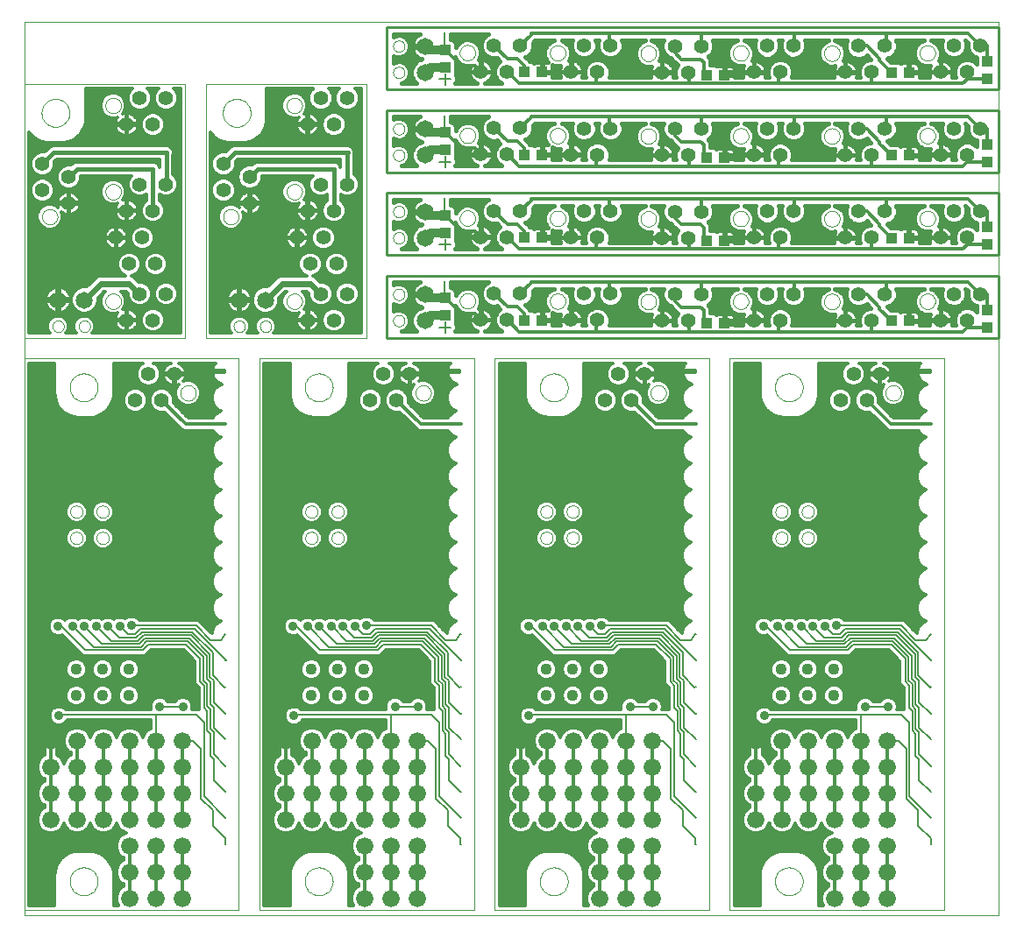
<source format=gbl>
G75*
G70*
%OFA0B0*%
%FSLAX25Y25*%
%IPPOS*%
%LPD*%
%AMOC8*
5,1,8,0,0,1.08239X$1,22.5*
%
%ADD10C,0.07000*%
%ADD16C,0.00600*%
%ADD17C,0.01600*%
%ADD26C,0.01000*%
%ADD31C,0.01200*%
%ADD34C,0.04360*%
%ADD35R,0.04330X0.03940*%
%ADD38C,0.05540*%
%ADD40R,0.04000X0.03900*%
%ADD44C,0.06500*%
%ADD50C,0.03570*%
%ADD52R,0.03940X0.04330*%
%ADD53C,0.03200*%
%ADD55C,0.02400*%
%ADD63C,0.06600*%
%ADD65C,0.00000*%
X0010000Y0012000D02*
G75*
%LPD*%
D65*
X0091500Y0012000D02*
X0010000Y0012000D01*
X0010000Y0222000D01*
X0091500Y0222000D01*
X0091500Y0012000D01*
X0039700Y0151340D02*
X0039400Y0151360D01*
X0039100Y0151420D01*
X0038810Y0151510D01*
X0038540Y0151640D01*
X0038290Y0151810D01*
X0038060Y0152000D01*
X0037850Y0152230D01*
X0037680Y0152480D01*
X0037540Y0152740D01*
X0037440Y0153030D01*
X0037370Y0153320D01*
X0037340Y0153620D01*
X0037350Y0153930D01*
X0037400Y0154230D01*
X0037490Y0154520D01*
X0037610Y0154790D01*
X0037760Y0155050D01*
X0037950Y0155290D01*
X0038170Y0155500D01*
X0038410Y0155680D01*
X0038680Y0155830D01*
X0038960Y0155940D01*
X0039250Y0156020D01*
X0039550Y0156060D01*
X0039850Y0156060D01*
X0040150Y0156020D01*
X0040440Y0155940D01*
X0040720Y0155830D01*
X0040990Y0155680D01*
X0041230Y0155500D01*
X0041450Y0155290D01*
X0041640Y0155050D01*
X0041790Y0154790D01*
X0041910Y0154520D01*
X0042000Y0154230D01*
X0042050Y0153930D01*
X0042060Y0153620D01*
X0042030Y0153320D01*
X0041960Y0153030D01*
X0041860Y0152740D01*
X0041720Y0152480D01*
X0041550Y0152230D01*
X0041340Y0152000D01*
X0041110Y0151810D01*
X0040860Y0151640D01*
X0040590Y0151510D01*
X0040300Y0151420D01*
X0040000Y0151360D01*
X0039700Y0151340D01*
X0039700Y0161340D02*
X0039400Y0161360D01*
X0039100Y0161420D01*
X0038810Y0161510D01*
X0038540Y0161640D01*
X0038290Y0161810D01*
X0038060Y0162000D01*
X0037850Y0162230D01*
X0037680Y0162480D01*
X0037540Y0162740D01*
X0037440Y0163030D01*
X0037370Y0163320D01*
X0037340Y0163620D01*
X0037350Y0163930D01*
X0037400Y0164230D01*
X0037490Y0164520D01*
X0037610Y0164790D01*
X0037760Y0165050D01*
X0037950Y0165290D01*
X0038170Y0165500D01*
X0038410Y0165680D01*
X0038680Y0165830D01*
X0038960Y0165940D01*
X0039250Y0166020D01*
X0039550Y0166060D01*
X0039850Y0166060D01*
X0040150Y0166020D01*
X0040440Y0165940D01*
X0040720Y0165830D01*
X0040990Y0165680D01*
X0041230Y0165500D01*
X0041450Y0165290D01*
X0041640Y0165050D01*
X0041790Y0164790D01*
X0041910Y0164520D01*
X0042000Y0164230D01*
X0042050Y0163930D01*
X0042060Y0163620D01*
X0042030Y0163320D01*
X0041960Y0163030D01*
X0041860Y0162740D01*
X0041720Y0162480D01*
X0041550Y0162230D01*
X0041340Y0162000D01*
X0041110Y0161810D01*
X0040860Y0161640D01*
X0040590Y0161510D01*
X0040300Y0161420D01*
X0040000Y0161360D01*
X0039700Y0161340D01*
X0029700Y0161340D02*
X0029400Y0161360D01*
X0029100Y0161420D01*
X0028810Y0161510D01*
X0028540Y0161640D01*
X0028290Y0161810D01*
X0028060Y0162000D01*
X0027850Y0162230D01*
X0027680Y0162480D01*
X0027540Y0162740D01*
X0027440Y0163030D01*
X0027370Y0163320D01*
X0027340Y0163620D01*
X0027350Y0163930D01*
X0027400Y0164230D01*
X0027490Y0164520D01*
X0027610Y0164790D01*
X0027760Y0165050D01*
X0027950Y0165290D01*
X0028170Y0165500D01*
X0028410Y0165680D01*
X0028680Y0165830D01*
X0028960Y0165940D01*
X0029250Y0166020D01*
X0029550Y0166060D01*
X0029850Y0166060D01*
X0030150Y0166020D01*
X0030440Y0165940D01*
X0030720Y0165830D01*
X0030990Y0165680D01*
X0031230Y0165500D01*
X0031450Y0165290D01*
X0031640Y0165050D01*
X0031790Y0164790D01*
X0031910Y0164520D01*
X0032000Y0164230D01*
X0032050Y0163930D01*
X0032060Y0163620D01*
X0032030Y0163320D01*
X0031960Y0163030D01*
X0031860Y0162740D01*
X0031720Y0162480D01*
X0031550Y0162230D01*
X0031340Y0162000D01*
X0031110Y0161810D01*
X0030860Y0161640D01*
X0030590Y0161510D01*
X0030300Y0161420D01*
X0030000Y0161360D01*
X0029700Y0161340D01*
X0029700Y0151340D02*
X0029400Y0151360D01*
X0029100Y0151420D01*
X0028810Y0151510D01*
X0028540Y0151640D01*
X0028290Y0151810D01*
X0028060Y0152000D01*
X0027850Y0152230D01*
X0027680Y0152480D01*
X0027540Y0152740D01*
X0027440Y0153030D01*
X0027370Y0153320D01*
X0027340Y0153620D01*
X0027350Y0153930D01*
X0027400Y0154230D01*
X0027490Y0154520D01*
X0027610Y0154790D01*
X0027760Y0155050D01*
X0027950Y0155290D01*
X0028170Y0155500D01*
X0028410Y0155680D01*
X0028680Y0155830D01*
X0028960Y0155940D01*
X0029250Y0156020D01*
X0029550Y0156060D01*
X0029850Y0156060D01*
X0030150Y0156020D01*
X0030440Y0155940D01*
X0030720Y0155830D01*
X0030990Y0155680D01*
X0031230Y0155500D01*
X0031450Y0155290D01*
X0031640Y0155050D01*
X0031790Y0154790D01*
X0031910Y0154520D01*
X0032000Y0154230D01*
X0032050Y0153930D01*
X0032060Y0153620D01*
X0032030Y0153320D01*
X0031960Y0153030D01*
X0031860Y0152740D01*
X0031720Y0152480D01*
X0031550Y0152230D01*
X0031340Y0152000D01*
X0031110Y0151810D01*
X0030860Y0151640D01*
X0030590Y0151510D01*
X0030300Y0151420D01*
X0030000Y0151360D01*
X0029700Y0151340D01*
X0032500Y0205690D02*
X0032040Y0205710D01*
X0031590Y0205770D01*
X0031140Y0205870D01*
X0030710Y0206000D01*
X0030280Y0206170D01*
X0029880Y0206380D01*
X0029490Y0206620D01*
X0029130Y0206900D01*
X0028790Y0207210D01*
X0028470Y0207540D01*
X0028190Y0207900D01*
X0027940Y0208280D01*
X0027720Y0208680D01*
X0027540Y0209100D01*
X0027400Y0209530D01*
X0027290Y0209980D01*
X0027220Y0210430D01*
X0027190Y0210890D01*
X0027200Y0211340D01*
X0027250Y0211800D01*
X0027340Y0212250D01*
X0027460Y0212680D01*
X0027630Y0213110D01*
X0027830Y0213520D01*
X0028060Y0213910D01*
X0028330Y0214290D01*
X0028630Y0214630D01*
X0028950Y0214950D01*
X0029310Y0215240D01*
X0029680Y0215500D01*
X0030080Y0215730D01*
X0030490Y0215920D01*
X0030920Y0216070D01*
X0031370Y0216190D01*
X0031820Y0216270D01*
X0032270Y0216310D01*
X0032730Y0216310D01*
X0033180Y0216270D01*
X0033630Y0216190D01*
X0034080Y0216070D01*
X0034510Y0215920D01*
X0034920Y0215730D01*
X0035320Y0215500D01*
X0035690Y0215240D01*
X0036050Y0214950D01*
X0036370Y0214630D01*
X0036670Y0214290D01*
X0036940Y0213910D01*
X0037170Y0213520D01*
X0037370Y0213110D01*
X0037540Y0212680D01*
X0037660Y0212250D01*
X0037750Y0211800D01*
X0037800Y0211340D01*
X0037810Y0210890D01*
X0037780Y0210430D01*
X0037710Y0209980D01*
X0037600Y0209530D01*
X0037460Y0209100D01*
X0037280Y0208680D01*
X0037060Y0208280D01*
X0036810Y0207900D01*
X0036530Y0207540D01*
X0036210Y0207210D01*
X0035870Y0206900D01*
X0035510Y0206620D01*
X0035120Y0206380D01*
X0034720Y0206170D01*
X0034290Y0206000D01*
X0033860Y0205870D01*
X0033410Y0205770D01*
X0032960Y0205710D01*
X0032500Y0205690D01*
X0072200Y0205940D02*
X0071860Y0205960D01*
X0071520Y0206020D01*
X0071190Y0206120D01*
X0070880Y0206250D01*
X0070580Y0206430D01*
X0070300Y0206630D01*
X0070050Y0206870D01*
X0069830Y0207130D01*
X0069650Y0207410D01*
X0069490Y0207720D01*
X0069370Y0208040D01*
X0069290Y0208380D01*
X0069250Y0208720D01*
X0069250Y0209060D01*
X0069290Y0209400D01*
X0069370Y0209740D01*
X0069490Y0210060D01*
X0069650Y0210360D01*
X0069830Y0210650D01*
X0070050Y0210910D01*
X0070300Y0211150D01*
X0070580Y0211350D01*
X0070880Y0211530D01*
X0071190Y0211660D01*
X0071520Y0211760D01*
X0071860Y0211820D01*
X0072200Y0211840D01*
X0072540Y0211820D01*
X0072880Y0211760D01*
X0073210Y0211660D01*
X0073520Y0211530D01*
X0073820Y0211350D01*
X0074100Y0211150D01*
X0074350Y0210910D01*
X0074570Y0210650D01*
X0074750Y0210370D01*
X0074910Y0210060D01*
X0075030Y0209740D01*
X0075110Y0209400D01*
X0075150Y0209060D01*
X0075150Y0208720D01*
X0075110Y0208380D01*
X0075030Y0208040D01*
X0074910Y0207720D01*
X0074750Y0207410D01*
X0074570Y0207130D01*
X0074350Y0206870D01*
X0074100Y0206630D01*
X0073820Y0206430D01*
X0073520Y0206250D01*
X0073210Y0206120D01*
X0072880Y0206020D01*
X0072540Y0205960D01*
X0072200Y0205940D01*
X0032500Y0017690D02*
X0032040Y0017710D01*
X0031590Y0017770D01*
X0031140Y0017870D01*
X0030710Y0018000D01*
X0030280Y0018170D01*
X0029880Y0018380D01*
X0029490Y0018620D01*
X0029130Y0018900D01*
X0028790Y0019210D01*
X0028470Y0019540D01*
X0028190Y0019900D01*
X0027940Y0020280D01*
X0027720Y0020680D01*
X0027540Y0021100D01*
X0027400Y0021530D01*
X0027290Y0021980D01*
X0027220Y0022430D01*
X0027190Y0022890D01*
X0027200Y0023340D01*
X0027250Y0023800D01*
X0027340Y0024250D01*
X0027460Y0024680D01*
X0027630Y0025110D01*
X0027830Y0025520D01*
X0028060Y0025910D01*
X0028330Y0026290D01*
X0028630Y0026630D01*
X0028950Y0026950D01*
X0029310Y0027240D01*
X0029680Y0027500D01*
X0030080Y0027730D01*
X0030490Y0027920D01*
X0030920Y0028070D01*
X0031370Y0028190D01*
X0031820Y0028270D01*
X0032270Y0028310D01*
X0032730Y0028310D01*
X0033180Y0028270D01*
X0033630Y0028190D01*
X0034080Y0028070D01*
X0034510Y0027920D01*
X0034920Y0027730D01*
X0035320Y0027500D01*
X0035690Y0027240D01*
X0036050Y0026950D01*
X0036370Y0026630D01*
X0036670Y0026290D01*
X0036940Y0025910D01*
X0037170Y0025520D01*
X0037370Y0025110D01*
X0037540Y0024680D01*
X0037660Y0024250D01*
X0037750Y0023800D01*
X0037800Y0023340D01*
X0037810Y0022890D01*
X0037780Y0022430D01*
X0037710Y0021980D01*
X0037600Y0021530D01*
X0037460Y0021100D01*
X0037280Y0020680D01*
X0037060Y0020280D01*
X0036810Y0019900D01*
X0036530Y0019540D01*
X0036210Y0019210D01*
X0035870Y0018900D01*
X0035510Y0018620D01*
X0035120Y0018380D01*
X0034720Y0018170D01*
X0034290Y0018000D01*
X0033860Y0017870D01*
X0033410Y0017770D01*
X0032960Y0017710D01*
X0032500Y0017690D01*
D10*
X0086500Y0017000D03*
X0086500Y0027000D03*
X0086500Y0037000D03*
X0086500Y0047000D03*
X0086500Y0057000D03*
X0086500Y0067000D03*
X0086500Y0077000D03*
X0086500Y0087000D03*
X0086500Y0097000D03*
X0086500Y0107000D03*
X0086500Y0117000D03*
X0086500Y0127000D03*
X0086500Y0137000D03*
X0086500Y0147000D03*
X0086500Y0157000D03*
X0086500Y0167000D03*
X0086500Y0177000D03*
X0086500Y0187000D03*
X0086500Y0197000D03*
X0086500Y0207000D03*
X0086500Y0217000D03*
D34*
X0049700Y0103700D03*
X0049700Y0093700D03*
X0039700Y0093700D03*
X0039700Y0103700D03*
X0029700Y0103700D03*
X0029700Y0093700D03*
D38*
X0052100Y0206100D03*
X0057100Y0216100D03*
X0062100Y0206100D03*
X0067100Y0216100D03*
D31*
X0066820Y0215820D02*
X0067390Y0215820D01*
X0067390Y0216390D01*
X0071480Y0216390D01*
X0071480Y0216450D01*
X0071370Y0217130D01*
X0071160Y0217780D01*
X0070840Y0218390D01*
X0070440Y0218950D01*
X0069950Y0219440D01*
X0069390Y0219840D01*
X0068780Y0220150D01*
X0068630Y0220200D01*
X0082530Y0220200D01*
X0082140Y0219680D01*
X0081780Y0218960D01*
X0081530Y0218200D01*
X0081400Y0217400D01*
X0081400Y0217390D01*
X0086120Y0217390D01*
X0086120Y0216620D01*
X0081400Y0216620D01*
X0081400Y0216600D01*
X0081530Y0215810D01*
X0081780Y0215050D01*
X0082140Y0214330D01*
X0082610Y0213680D01*
X0083180Y0213110D01*
X0083830Y0212640D01*
X0084550Y0212280D01*
X0085020Y0212120D01*
X0083500Y0211500D01*
X0082010Y0210010D01*
X0081200Y0208060D01*
X0081200Y0205950D01*
X0082010Y0204000D01*
X0083500Y0202510D01*
X0084730Y0202000D01*
X0083500Y0201500D01*
X0082010Y0200010D01*
X0081760Y0199400D01*
X0072200Y0199400D01*
X0066600Y0205000D01*
X0066680Y0205190D01*
X0066680Y0207010D01*
X0065980Y0208690D01*
X0064690Y0209980D01*
X0063010Y0210670D01*
X0061190Y0210670D01*
X0059510Y0209980D01*
X0058230Y0208690D01*
X0057530Y0207010D01*
X0057530Y0205190D01*
X0058230Y0203510D01*
X0059510Y0202230D01*
X0061190Y0201530D01*
X0063010Y0201530D01*
X0063200Y0201610D01*
X0069840Y0194970D01*
X0070730Y0194600D01*
X0071680Y0194600D01*
X0081760Y0194600D01*
X0082010Y0194000D01*
X0083500Y0192510D01*
X0084730Y0192000D01*
X0083500Y0191500D01*
X0082010Y0190010D01*
X0081200Y0188060D01*
X0081200Y0185950D01*
X0082010Y0184000D01*
X0083500Y0182510D01*
X0084730Y0182000D01*
X0083500Y0181500D01*
X0082010Y0180010D01*
X0081200Y0178060D01*
X0081200Y0175950D01*
X0082010Y0174000D01*
X0083500Y0172510D01*
X0084730Y0172000D01*
X0083500Y0171500D01*
X0082010Y0170010D01*
X0081200Y0168060D01*
X0081200Y0165950D01*
X0082010Y0164000D01*
X0083500Y0162510D01*
X0084730Y0162000D01*
X0083500Y0161500D01*
X0082010Y0160010D01*
X0081200Y0158060D01*
X0081200Y0155950D01*
X0082010Y0154000D01*
X0083500Y0152510D01*
X0084730Y0152000D01*
X0083500Y0151500D01*
X0082010Y0150010D01*
X0081200Y0148060D01*
X0081200Y0145950D01*
X0082010Y0144000D01*
X0083500Y0142510D01*
X0084730Y0142000D01*
X0083500Y0141500D01*
X0082010Y0140010D01*
X0081200Y0138060D01*
X0081200Y0135950D01*
X0082010Y0134000D01*
X0083500Y0132510D01*
X0084730Y0132000D01*
X0083500Y0131500D01*
X0082010Y0130010D01*
X0081200Y0128060D01*
X0081200Y0125950D01*
X0082010Y0124000D01*
X0083500Y0122510D01*
X0084730Y0122000D01*
X0083500Y0121500D01*
X0082010Y0120010D01*
X0081200Y0118060D01*
X0081200Y0117370D01*
X0076170Y0122400D01*
X0074430Y0122400D01*
X0053680Y0122400D01*
X0052740Y0123340D01*
X0051420Y0123890D01*
X0049990Y0123890D01*
X0048670Y0123340D01*
X0048300Y0122980D01*
X0048240Y0123040D01*
X0046920Y0123590D01*
X0045490Y0123590D01*
X0044170Y0123040D01*
X0043950Y0122830D01*
X0043740Y0123040D01*
X0042420Y0123590D01*
X0040990Y0123590D01*
X0039670Y0123040D01*
X0039450Y0122830D01*
X0039240Y0123040D01*
X0037920Y0123590D01*
X0036490Y0123590D01*
X0035170Y0123040D01*
X0034950Y0122830D01*
X0034740Y0123040D01*
X0033420Y0123590D01*
X0033420Y0151790D01*
X0033230Y0151350D02*
X0033870Y0152880D01*
X0033870Y0154530D01*
X0033230Y0156060D01*
X0032060Y0157230D01*
X0030530Y0157870D01*
X0028880Y0157870D01*
X0027350Y0157230D01*
X0026180Y0156060D01*
X0025540Y0154530D01*
X0025540Y0152880D01*
X0026180Y0151350D01*
X0027350Y0150170D01*
X0028880Y0149540D01*
X0030530Y0149540D01*
X0032060Y0150170D01*
X0033230Y0151350D01*
X0032230Y0150350D02*
X0032230Y0123590D01*
X0031990Y0123590D02*
X0030670Y0123040D01*
X0030450Y0122830D01*
X0030240Y0123040D01*
X0028920Y0123590D01*
X0027490Y0123590D01*
X0027490Y0150120D01*
X0028680Y0149620D02*
X0028680Y0123590D01*
X0027490Y0123590D02*
X0026170Y0123040D01*
X0025500Y0122380D01*
X0024840Y0123040D01*
X0023520Y0123590D01*
X0022090Y0123590D01*
X0020770Y0123040D01*
X0019760Y0122040D01*
X0019220Y0120720D01*
X0019220Y0119290D01*
X0019760Y0117970D01*
X0020770Y0116960D01*
X0022090Y0116420D01*
X0023520Y0116420D01*
X0024300Y0116740D01*
X0030900Y0110130D01*
X0032130Y0108900D01*
X0054030Y0108900D01*
X0055770Y0108900D01*
X0057870Y0111000D01*
X0070530Y0111000D01*
X0074700Y0106830D01*
X0074700Y0099870D01*
X0074700Y0098130D01*
X0076200Y0096630D01*
X0076200Y0089970D01*
X0076200Y0088470D01*
X0076170Y0088500D01*
X0074430Y0088500D01*
X0073710Y0088500D01*
X0073790Y0088690D01*
X0073790Y0090120D01*
X0073240Y0091440D01*
X0072240Y0092440D01*
X0070920Y0092990D01*
X0069490Y0092990D01*
X0068170Y0092440D01*
X0067230Y0091500D01*
X0064480Y0091500D01*
X0063540Y0092440D01*
X0062220Y0092990D01*
X0060790Y0092990D01*
X0059470Y0092440D01*
X0058460Y0091440D01*
X0057920Y0090120D01*
X0057920Y0088690D01*
X0057990Y0088500D01*
X0025680Y0088500D01*
X0025140Y0089040D01*
X0023820Y0089590D01*
X0022390Y0089590D01*
X0021070Y0089040D01*
X0020060Y0088040D01*
X0019520Y0086720D01*
X0019520Y0085290D01*
X0020060Y0083970D01*
X0021070Y0082960D01*
X0022390Y0082420D01*
X0023820Y0082420D01*
X0025140Y0082960D01*
X0026140Y0083970D01*
X0026280Y0084300D01*
X0057900Y0084300D01*
X0057900Y0081150D01*
X0057120Y0080830D01*
X0057130Y0080830D02*
X0057130Y0084300D01*
X0055940Y0084300D02*
X0055940Y0079650D01*
X0055680Y0079390D02*
X0055000Y0077760D01*
X0054330Y0079390D01*
X0052890Y0080830D01*
X0051020Y0081600D01*
X0048990Y0081600D01*
X0047120Y0080830D01*
X0045680Y0079390D01*
X0045000Y0077760D01*
X0044330Y0079390D01*
X0042890Y0080830D01*
X0041020Y0081600D01*
X0038990Y0081600D01*
X0037120Y0080830D01*
X0035680Y0079390D01*
X0035000Y0077760D01*
X0034330Y0079390D01*
X0032890Y0080830D01*
X0031020Y0081600D01*
X0028990Y0081600D01*
X0027120Y0080830D01*
X0025680Y0079390D01*
X0024900Y0077520D01*
X0024900Y0075490D01*
X0025680Y0073610D01*
X0027120Y0072180D01*
X0027600Y0071980D01*
X0027600Y0071030D01*
X0027120Y0070830D01*
X0025680Y0069390D01*
X0025000Y0067760D01*
X0024330Y0069390D01*
X0022890Y0070830D01*
X0022400Y0071030D01*
X0022400Y0076980D01*
X0022040Y0077860D01*
X0021360Y0078540D01*
X0020480Y0078900D01*
X0019530Y0078900D01*
X0018640Y0078540D01*
X0017970Y0077860D01*
X0017600Y0076980D01*
X0017600Y0071030D01*
X0017120Y0070830D01*
X0015680Y0069390D01*
X0014900Y0067520D01*
X0014900Y0065490D01*
X0015680Y0063610D01*
X0017120Y0062180D01*
X0017600Y0061980D01*
X0017600Y0061030D01*
X0017120Y0060830D01*
X0015680Y0059390D01*
X0014900Y0057520D01*
X0014900Y0055490D01*
X0015680Y0053610D01*
X0017120Y0052180D01*
X0017600Y0051980D01*
X0017600Y0051030D01*
X0017120Y0050830D01*
X0015680Y0049390D01*
X0014900Y0047520D01*
X0014900Y0045490D01*
X0015680Y0043610D01*
X0017120Y0042180D01*
X0018990Y0041400D01*
X0021020Y0041400D01*
X0022890Y0042180D01*
X0024330Y0043610D01*
X0025000Y0045250D01*
X0025680Y0043610D01*
X0027120Y0042180D01*
X0028990Y0041400D01*
X0031020Y0041400D01*
X0032890Y0042180D01*
X0034330Y0043610D01*
X0035000Y0045250D01*
X0035680Y0043610D01*
X0037120Y0042180D01*
X0038990Y0041400D01*
X0041020Y0041400D01*
X0042890Y0042180D01*
X0044330Y0043610D01*
X0045000Y0045250D01*
X0045680Y0043610D01*
X0047120Y0042180D01*
X0048750Y0041500D01*
X0047120Y0040830D01*
X0045680Y0039390D01*
X0044900Y0037520D01*
X0044900Y0035490D01*
X0045680Y0033610D01*
X0047120Y0032180D01*
X0047600Y0031980D01*
X0047600Y0031030D01*
X0047120Y0030830D01*
X0045680Y0029390D01*
X0044900Y0027520D01*
X0044900Y0025490D01*
X0045680Y0023610D01*
X0047120Y0022180D01*
X0047600Y0021980D01*
X0047600Y0021030D01*
X0047120Y0020830D01*
X0045680Y0019390D01*
X0044900Y0017520D01*
X0044900Y0015490D01*
X0045600Y0013800D01*
X0044000Y0013800D01*
X0044000Y0025000D01*
X0043910Y0026360D01*
X0043620Y0027680D01*
X0043140Y0028950D01*
X0042500Y0030140D01*
X0041680Y0031220D01*
X0040720Y0032180D01*
X0039640Y0033000D01*
X0038450Y0033640D01*
X0037180Y0034120D01*
X0035860Y0034410D01*
X0034500Y0034500D01*
X0030500Y0034500D01*
X0029100Y0034390D01*
X0027720Y0034060D01*
X0026420Y0033520D01*
X0025210Y0032780D01*
X0024140Y0031870D01*
X0023220Y0030790D01*
X0022480Y0029590D01*
X0021940Y0028280D01*
X0021610Y0026910D01*
X0021500Y0025500D01*
X0021500Y0013800D01*
X0011800Y0013800D01*
X0011800Y0220200D01*
X0021500Y0220200D01*
X0021500Y0209000D01*
X0021580Y0207550D01*
X0021880Y0206130D01*
X0022400Y0204780D01*
X0023120Y0203520D01*
X0024040Y0202390D01*
X0025110Y0201420D01*
X0026330Y0200620D01*
X0027660Y0200030D01*
X0029060Y0199660D01*
X0030500Y0199500D01*
X0034500Y0199500D01*
X0035860Y0199600D01*
X0037180Y0199890D01*
X0038450Y0200360D01*
X0039640Y0201010D01*
X0040720Y0201820D01*
X0041680Y0202780D01*
X0042500Y0203870D01*
X0043140Y0205060D01*
X0043620Y0206330D01*
X0043910Y0207650D01*
X0044000Y0209000D01*
X0044000Y0220200D01*
X0055060Y0220200D01*
X0054510Y0219980D01*
X0053230Y0218690D01*
X0052530Y0217010D01*
X0052530Y0215190D01*
X0053230Y0213510D01*
X0054510Y0212230D01*
X0056190Y0211530D01*
X0058010Y0211530D01*
X0059690Y0212230D01*
X0060980Y0213510D01*
X0061680Y0215190D01*
X0061680Y0217010D01*
X0060980Y0218690D01*
X0059690Y0219980D01*
X0059150Y0220200D01*
X0065580Y0220200D01*
X0065430Y0220150D01*
X0064810Y0219840D01*
X0064260Y0219440D01*
X0063770Y0218950D01*
X0063370Y0218390D01*
X0063050Y0217780D01*
X0062840Y0217130D01*
X0062730Y0216450D01*
X0062730Y0216390D01*
X0066820Y0216390D01*
X0066820Y0215820D01*
X0066820Y0211730D01*
X0066760Y0211730D01*
X0066080Y0211840D01*
X0065430Y0212050D01*
X0064810Y0212360D01*
X0064260Y0212770D01*
X0063770Y0213260D01*
X0063370Y0213810D01*
X0063050Y0214430D01*
X0062840Y0215080D01*
X0062730Y0215760D01*
X0062730Y0215820D01*
X0066820Y0215820D01*
X0066610Y0215820D02*
X0066610Y0216390D01*
X0067390Y0215820D02*
X0067390Y0211730D01*
X0067450Y0211730D01*
X0068130Y0211840D01*
X0068570Y0211980D01*
X0068170Y0211580D01*
X0067440Y0209840D01*
X0067440Y0207950D01*
X0068170Y0206200D01*
X0069510Y0204860D01*
X0071250Y0204140D01*
X0073140Y0204140D01*
X0074890Y0204860D01*
X0076230Y0206200D01*
X0076950Y0207950D01*
X0076950Y0209840D01*
X0076230Y0211580D01*
X0074890Y0212920D01*
X0073140Y0213640D01*
X0071250Y0213640D01*
X0070490Y0213330D01*
X0070840Y0213810D01*
X0071160Y0214430D01*
X0071370Y0215080D01*
X0071480Y0215760D01*
X0071480Y0215820D01*
X0067390Y0215820D01*
X0067790Y0215820D02*
X0067790Y0216390D01*
X0068980Y0216390D02*
X0068980Y0215820D01*
X0070170Y0215820D02*
X0070170Y0216390D01*
X0071350Y0216390D02*
X0071350Y0215820D01*
X0071350Y0215030D02*
X0071350Y0213640D01*
X0072540Y0213640D02*
X0072540Y0220200D01*
X0073720Y0220200D02*
X0073720Y0213400D01*
X0074910Y0212900D02*
X0074910Y0220200D01*
X0076090Y0220200D02*
X0076090Y0211720D01*
X0076090Y0206070D02*
X0076090Y0199400D01*
X0074910Y0199400D02*
X0074910Y0204880D01*
X0073720Y0204380D02*
X0073720Y0199400D01*
X0072540Y0199400D02*
X0072540Y0204140D01*
X0071350Y0204140D02*
X0071350Y0200250D01*
X0070170Y0201440D02*
X0070170Y0204590D01*
X0068980Y0205390D02*
X0068980Y0202620D01*
X0067790Y0203810D02*
X0067790Y0207100D01*
X0066610Y0207170D02*
X0066610Y0211760D01*
X0067790Y0211790D02*
X0067790Y0210680D01*
X0065420Y0212050D02*
X0065420Y0209250D01*
X0064240Y0210170D02*
X0064240Y0212790D01*
X0064240Y0215820D02*
X0064240Y0216390D01*
X0065420Y0216390D02*
X0065420Y0215820D01*
X0064240Y0219420D02*
X0064240Y0220200D01*
X0065420Y0220150D02*
X0065420Y0220200D01*
X0063050Y0220200D02*
X0063050Y0217780D01*
X0063050Y0216390D02*
X0063050Y0215820D01*
X0063050Y0214420D02*
X0063050Y0210660D01*
X0061870Y0210670D02*
X0061870Y0220200D01*
X0060680Y0220200D02*
X0060680Y0218990D01*
X0059500Y0220060D02*
X0059500Y0220200D01*
X0060680Y0213220D02*
X0060680Y0210460D01*
X0059500Y0209960D02*
X0059500Y0212150D01*
X0058310Y0211660D02*
X0058310Y0208780D01*
X0057130Y0211530D02*
X0057130Y0122400D01*
X0058310Y0122400D02*
X0058310Y0203430D01*
X0059500Y0202250D02*
X0059500Y0122400D01*
X0060680Y0122400D02*
X0060680Y0201740D01*
X0061870Y0201530D02*
X0061870Y0122400D01*
X0063050Y0122400D02*
X0063050Y0201550D01*
X0062100Y0206100D02*
X0071200Y0197000D01*
X0086500Y0197000D01*
X0084390Y0192140D02*
X0084390Y0191860D01*
X0083210Y0191200D02*
X0083210Y0192810D01*
X0082020Y0193990D02*
X0082020Y0190020D01*
X0080830Y0194600D02*
X0080830Y0117740D01*
X0079650Y0118930D02*
X0079650Y0194600D01*
X0078460Y0194600D02*
X0078460Y0120110D01*
X0077280Y0121300D02*
X0077280Y0194600D01*
X0076090Y0194600D02*
X0076090Y0122400D01*
X0074910Y0122400D02*
X0074910Y0194600D01*
X0073720Y0194600D02*
X0073720Y0122400D01*
X0072540Y0122400D02*
X0072540Y0194600D01*
X0071350Y0194600D02*
X0071350Y0122400D01*
X0070170Y0122400D02*
X0070170Y0194840D01*
X0068980Y0195830D02*
X0068980Y0122400D01*
X0067790Y0122400D02*
X0067790Y0197020D01*
X0066610Y0198200D02*
X0066610Y0122400D01*
X0065420Y0122400D02*
X0065420Y0199390D01*
X0064240Y0200570D02*
X0064240Y0122400D01*
X0064240Y0111000D02*
X0064240Y0091740D01*
X0065420Y0091500D02*
X0065420Y0111000D01*
X0066610Y0111000D02*
X0066610Y0091500D01*
X0067790Y0092070D02*
X0067790Y0111000D01*
X0068980Y0111000D02*
X0068980Y0092780D01*
X0070170Y0092990D02*
X0070170Y0111000D01*
X0071350Y0110190D02*
X0071350Y0092810D01*
X0072540Y0092140D02*
X0072540Y0109000D01*
X0073720Y0107820D02*
X0073720Y0090280D01*
X0073720Y0088520D02*
X0073720Y0088500D01*
X0074910Y0088500D02*
X0074910Y0097930D01*
X0076090Y0096740D02*
X0076090Y0088500D01*
X0070000Y0076500D02*
X0070000Y0066500D01*
X0070000Y0056500D01*
X0070000Y0046500D01*
X0070000Y0036500D02*
X0070000Y0026500D01*
X0070000Y0016500D01*
X0060000Y0016500D02*
X0060000Y0026500D01*
X0060000Y0036500D01*
X0060000Y0046500D02*
X0060000Y0056500D01*
X0060000Y0066500D01*
X0060000Y0076500D01*
X0055680Y0079390D02*
X0057120Y0080830D01*
X0054760Y0078360D02*
X0054760Y0084300D01*
X0053570Y0084300D02*
X0053570Y0080150D01*
X0052380Y0081040D02*
X0052380Y0084300D01*
X0051200Y0084300D02*
X0051200Y0081530D01*
X0050010Y0081600D02*
X0050010Y0084300D01*
X0048830Y0084300D02*
X0048830Y0081540D01*
X0047640Y0081050D02*
X0047640Y0084300D01*
X0046460Y0084300D02*
X0046460Y0080170D01*
X0045270Y0078410D02*
X0045270Y0084300D01*
X0044090Y0084300D02*
X0044090Y0079630D01*
X0042900Y0080820D02*
X0042900Y0084300D01*
X0041720Y0084300D02*
X0041720Y0081310D01*
X0040530Y0081600D02*
X0040530Y0084300D01*
X0039340Y0084300D02*
X0039340Y0081600D01*
X0038160Y0081260D02*
X0038160Y0084300D01*
X0036970Y0084300D02*
X0036970Y0080690D01*
X0035790Y0079500D02*
X0035790Y0084300D01*
X0034600Y0084300D02*
X0034600Y0078730D01*
X0033420Y0080300D02*
X0033420Y0084300D01*
X0032230Y0084300D02*
X0032230Y0081100D01*
X0031050Y0081590D02*
X0031050Y0084300D01*
X0029860Y0084300D02*
X0029860Y0081600D01*
X0028680Y0081470D02*
X0028680Y0084300D01*
X0027490Y0084300D02*
X0027490Y0080980D01*
X0026300Y0080020D02*
X0026300Y0084300D01*
X0025120Y0082960D02*
X0025120Y0078040D01*
X0025120Y0074970D02*
X0025120Y0068040D01*
X0023930Y0069790D02*
X0023930Y0082460D01*
X0022750Y0082420D02*
X0022750Y0070890D01*
X0020000Y0066500D02*
X0020000Y0076500D01*
X0019190Y0078770D02*
X0019190Y0220200D01*
X0018010Y0220200D02*
X0018010Y0077900D01*
X0020380Y0078900D02*
X0020380Y0083660D01*
X0021560Y0082760D02*
X0021560Y0078340D01*
X0016820Y0070530D02*
X0016820Y0220200D01*
X0015640Y0220200D02*
X0015640Y0069290D01*
X0015640Y0063720D02*
X0015640Y0059290D01*
X0016820Y0060530D02*
X0016820Y0062470D01*
X0020000Y0066500D02*
X0020000Y0056500D01*
X0020000Y0046500D01*
X0018010Y0041810D02*
X0018010Y0013800D01*
X0019190Y0013800D02*
X0019190Y0041400D01*
X0020380Y0041400D02*
X0020380Y0013800D01*
X0016820Y0013800D02*
X0016820Y0042470D01*
X0015640Y0043720D02*
X0015640Y0013800D01*
X0014450Y0013800D02*
X0014450Y0220200D01*
X0013270Y0220200D02*
X0013270Y0013800D01*
X0012080Y0013800D02*
X0012080Y0220200D01*
X0020380Y0220200D02*
X0020380Y0122650D01*
X0021560Y0123370D02*
X0021560Y0207850D01*
X0022750Y0204170D02*
X0022750Y0123590D01*
X0023930Y0123420D02*
X0023930Y0202520D01*
X0025120Y0201410D02*
X0025120Y0122760D01*
X0026300Y0123100D02*
X0026300Y0151220D01*
X0026300Y0156190D02*
X0026300Y0161220D01*
X0026180Y0161350D02*
X0027350Y0160170D01*
X0028880Y0159540D01*
X0030530Y0159540D01*
X0032060Y0160170D01*
X0033230Y0161350D01*
X0033870Y0162880D01*
X0033870Y0164530D01*
X0033230Y0166060D01*
X0032060Y0167230D01*
X0030530Y0167870D01*
X0028880Y0167870D01*
X0027350Y0167230D01*
X0026180Y0166060D01*
X0025540Y0164530D01*
X0025540Y0162880D01*
X0026180Y0161350D01*
X0027490Y0160120D02*
X0027490Y0157290D01*
X0028680Y0157780D02*
X0028680Y0159620D01*
X0029860Y0159540D02*
X0029860Y0157870D01*
X0031050Y0157650D02*
X0031050Y0159750D01*
X0032230Y0160350D02*
X0032230Y0157060D01*
X0033420Y0155610D02*
X0033420Y0161790D01*
X0033420Y0165610D02*
X0033420Y0199500D01*
X0032230Y0199500D02*
X0032230Y0167060D01*
X0031050Y0167650D02*
X0031050Y0199500D01*
X0029860Y0199570D02*
X0029860Y0167870D01*
X0028680Y0167780D02*
X0028680Y0199760D01*
X0027490Y0200110D02*
X0027490Y0167290D01*
X0026300Y0166190D02*
X0026300Y0200640D01*
X0034600Y0199510D02*
X0034600Y0123100D01*
X0035790Y0123300D02*
X0035790Y0152280D01*
X0035540Y0152880D02*
X0036180Y0151350D01*
X0037350Y0150170D01*
X0038880Y0149540D01*
X0040530Y0149540D01*
X0040530Y0123400D01*
X0041720Y0123590D02*
X0041720Y0150030D01*
X0042060Y0150170D02*
X0043230Y0151350D01*
X0043870Y0152880D01*
X0043870Y0154530D01*
X0043230Y0156060D01*
X0042060Y0157230D01*
X0040530Y0157870D01*
X0040530Y0159540D01*
X0042060Y0160170D01*
X0043230Y0161350D01*
X0043870Y0162880D01*
X0043870Y0164530D01*
X0043230Y0166060D01*
X0042060Y0167230D01*
X0040530Y0167870D01*
X0040530Y0201680D01*
X0039340Y0200850D02*
X0039340Y0167870D01*
X0038880Y0167870D02*
X0037350Y0167230D01*
X0036180Y0166060D01*
X0035540Y0164530D01*
X0035540Y0162880D01*
X0036180Y0161350D01*
X0037350Y0160170D01*
X0038880Y0159540D01*
X0040530Y0159540D01*
X0039340Y0159540D02*
X0039340Y0157870D01*
X0038880Y0157870D02*
X0037350Y0157230D01*
X0036180Y0156060D01*
X0035540Y0154530D01*
X0035540Y0152880D01*
X0035790Y0155130D02*
X0035790Y0162280D01*
X0036970Y0160550D02*
X0036970Y0156860D01*
X0038160Y0157570D02*
X0038160Y0159840D01*
X0038880Y0157870D02*
X0040530Y0157870D01*
X0041720Y0157380D02*
X0041720Y0160030D01*
X0042900Y0161010D02*
X0042900Y0156390D01*
X0042900Y0151010D02*
X0042900Y0123390D01*
X0044090Y0122960D02*
X0044090Y0220200D01*
X0045270Y0220200D02*
X0045270Y0123500D01*
X0046460Y0123590D02*
X0046460Y0220200D01*
X0047640Y0220200D02*
X0047640Y0207280D01*
X0047530Y0207010D02*
X0047530Y0205190D01*
X0048230Y0203510D01*
X0049510Y0202230D01*
X0051190Y0201530D01*
X0053010Y0201530D01*
X0054690Y0202230D01*
X0055980Y0203510D01*
X0056680Y0205190D01*
X0056680Y0207010D01*
X0055980Y0208690D01*
X0054690Y0209980D01*
X0053010Y0210670D01*
X0051190Y0210670D01*
X0049510Y0209980D01*
X0048230Y0208690D01*
X0047530Y0207010D01*
X0047640Y0204930D02*
X0047640Y0123290D01*
X0048830Y0123410D02*
X0048830Y0202910D01*
X0050010Y0202020D02*
X0050010Y0123890D01*
X0051200Y0123890D02*
X0051200Y0201530D01*
X0052380Y0201530D02*
X0052380Y0123490D01*
X0053570Y0122510D02*
X0053570Y0201760D01*
X0054760Y0202290D02*
X0054760Y0122400D01*
X0055940Y0122400D02*
X0055940Y0203480D01*
X0055940Y0208730D02*
X0055940Y0211640D01*
X0054760Y0212130D02*
X0054760Y0209920D01*
X0053570Y0210440D02*
X0053570Y0213170D01*
X0052380Y0210670D02*
X0052380Y0220200D01*
X0051200Y0220200D02*
X0051200Y0210670D01*
X0050010Y0210190D02*
X0050010Y0220200D01*
X0048830Y0220200D02*
X0048830Y0209290D01*
X0053570Y0219030D02*
X0053570Y0220200D01*
X0054760Y0220080D02*
X0054760Y0220200D01*
X0066610Y0205040D02*
X0066610Y0204990D01*
X0071350Y0217180D02*
X0071350Y0220200D01*
X0070170Y0220200D02*
X0070170Y0219220D01*
X0068980Y0220050D02*
X0068980Y0220200D01*
X0077280Y0220200D02*
X0077280Y0199400D01*
X0078460Y0199400D02*
X0078460Y0220200D01*
X0079650Y0220200D02*
X0079650Y0199400D01*
X0080830Y0199400D02*
X0080830Y0220200D01*
X0082020Y0220200D02*
X0082020Y0219440D01*
X0082020Y0217390D02*
X0082020Y0216620D01*
X0083210Y0216620D02*
X0083210Y0217390D01*
X0082020Y0214570D02*
X0082020Y0210020D01*
X0083210Y0211200D02*
X0083210Y0213100D01*
X0084390Y0212360D02*
X0084390Y0211870D01*
X0084390Y0216620D02*
X0084390Y0217390D01*
X0085580Y0217390D02*
X0085580Y0216620D01*
X0082020Y0203990D02*
X0082020Y0200020D01*
X0083210Y0201200D02*
X0083210Y0202810D01*
X0084390Y0202140D02*
X0084390Y0201870D01*
X0082020Y0183990D02*
X0082020Y0180020D01*
X0083210Y0181200D02*
X0083210Y0182810D01*
X0084390Y0182140D02*
X0084390Y0181860D01*
X0082020Y0173990D02*
X0082020Y0170020D01*
X0083210Y0171200D02*
X0083210Y0172810D01*
X0084390Y0172140D02*
X0084390Y0171860D01*
X0082020Y0163990D02*
X0082020Y0160020D01*
X0083210Y0161200D02*
X0083210Y0162810D01*
X0084390Y0162140D02*
X0084390Y0161860D01*
X0082020Y0153990D02*
X0082020Y0150020D01*
X0083210Y0151200D02*
X0083210Y0152810D01*
X0084390Y0152140D02*
X0084390Y0151860D01*
X0082020Y0143990D02*
X0082020Y0140020D01*
X0083210Y0141200D02*
X0083210Y0142810D01*
X0084390Y0142140D02*
X0084390Y0141860D01*
X0082020Y0133990D02*
X0082020Y0130020D01*
X0083210Y0131200D02*
X0083210Y0132810D01*
X0084390Y0132140D02*
X0084390Y0131860D01*
X0082020Y0123990D02*
X0082020Y0120020D01*
X0083210Y0121200D02*
X0083210Y0122810D01*
X0084390Y0122140D02*
X0084390Y0121860D01*
X0063050Y0111000D02*
X0063050Y0092640D01*
X0061870Y0092990D02*
X0061870Y0111000D01*
X0060680Y0111000D02*
X0060680Y0092950D01*
X0059500Y0092460D02*
X0059500Y0111000D01*
X0058310Y0111000D02*
X0058310Y0091070D01*
X0057130Y0088500D02*
X0057130Y0110260D01*
X0055940Y0109070D02*
X0055940Y0088500D01*
X0054760Y0088500D02*
X0054760Y0108900D01*
X0053080Y0105960D02*
X0053680Y0104500D01*
X0053680Y0102910D01*
X0053080Y0101450D01*
X0051960Y0100330D01*
X0050500Y0099720D01*
X0048910Y0099720D01*
X0047450Y0100330D01*
X0046330Y0101450D01*
X0045720Y0102910D01*
X0045720Y0104500D01*
X0046330Y0105960D01*
X0047450Y0107080D01*
X0048910Y0107680D01*
X0050500Y0107680D01*
X0051960Y0107080D01*
X0053080Y0105960D01*
X0052380Y0106650D02*
X0052380Y0108900D01*
X0051200Y0108900D02*
X0051200Y0107390D01*
X0050010Y0107680D02*
X0050010Y0108900D01*
X0048830Y0108900D02*
X0048830Y0107650D01*
X0047640Y0107160D02*
X0047640Y0108900D01*
X0046460Y0108900D02*
X0046460Y0106090D01*
X0045270Y0108900D02*
X0045270Y0088500D01*
X0044090Y0088500D02*
X0044090Y0108900D01*
X0041960Y0107080D02*
X0043080Y0105960D01*
X0043680Y0104500D01*
X0043680Y0102910D01*
X0043080Y0101450D01*
X0041960Y0100330D01*
X0040500Y0099720D01*
X0038910Y0099720D01*
X0037450Y0100330D01*
X0036330Y0101450D01*
X0035720Y0102910D01*
X0035720Y0104500D01*
X0036330Y0105960D01*
X0037450Y0107080D01*
X0038910Y0107680D01*
X0040500Y0107680D01*
X0041960Y0107080D01*
X0041720Y0107180D02*
X0041720Y0108900D01*
X0042900Y0108900D02*
X0042900Y0106140D01*
X0042900Y0101270D02*
X0042900Y0096140D01*
X0043080Y0095960D02*
X0041960Y0097080D01*
X0040500Y0097680D01*
X0038910Y0097680D01*
X0037450Y0097080D01*
X0036330Y0095960D01*
X0035720Y0094500D01*
X0035720Y0092910D01*
X0036330Y0091450D01*
X0037450Y0090330D01*
X0038910Y0089720D01*
X0040500Y0089720D01*
X0041960Y0090330D01*
X0043080Y0091450D01*
X0043680Y0092910D01*
X0043680Y0094500D01*
X0043080Y0095960D01*
X0042900Y0091270D02*
X0042900Y0088500D01*
X0041720Y0088500D02*
X0041720Y0090230D01*
X0040530Y0089740D02*
X0040530Y0088500D01*
X0039340Y0088500D02*
X0039340Y0089720D01*
X0038160Y0090030D02*
X0038160Y0088500D01*
X0036970Y0088500D02*
X0036970Y0090800D01*
X0035790Y0092750D02*
X0035790Y0088500D01*
X0034600Y0088500D02*
X0034600Y0108900D01*
X0035790Y0108900D02*
X0035790Y0104650D01*
X0035790Y0102750D02*
X0035790Y0094650D01*
X0036970Y0096600D02*
X0036970Y0100800D01*
X0038160Y0100030D02*
X0038160Y0097370D01*
X0039340Y0097680D02*
X0039340Y0099720D01*
X0040530Y0099740D02*
X0040530Y0097670D01*
X0041720Y0097180D02*
X0041720Y0100230D01*
X0040530Y0107670D02*
X0040530Y0108900D01*
X0039340Y0108900D02*
X0039340Y0107680D01*
X0038160Y0107370D02*
X0038160Y0108900D01*
X0036970Y0108900D02*
X0036970Y0106600D01*
X0033680Y0104500D02*
X0033680Y0102910D01*
X0033080Y0101450D01*
X0031960Y0100330D01*
X0030500Y0099720D01*
X0028910Y0099720D01*
X0027450Y0100330D01*
X0026330Y0101450D01*
X0025720Y0102910D01*
X0025720Y0104500D01*
X0026330Y0105960D01*
X0027450Y0107080D01*
X0028910Y0107680D01*
X0030500Y0107680D01*
X0031960Y0107080D01*
X0033080Y0105960D01*
X0033680Y0104500D01*
X0033420Y0105140D02*
X0033420Y0108900D01*
X0032230Y0108900D02*
X0032230Y0106810D01*
X0031050Y0107460D02*
X0031050Y0109990D01*
X0029860Y0111180D02*
X0029860Y0107680D01*
X0028680Y0107590D02*
X0028680Y0112360D01*
X0027490Y0113550D02*
X0027490Y0107100D01*
X0026300Y0105900D02*
X0026300Y0114730D01*
X0025120Y0115920D02*
X0025120Y0089050D01*
X0023930Y0089540D02*
X0023930Y0116590D01*
X0022750Y0116420D02*
X0022750Y0089590D01*
X0021560Y0089250D02*
X0021560Y0116630D01*
X0020380Y0117360D02*
X0020380Y0088350D01*
X0026330Y0091450D02*
X0025720Y0092910D01*
X0025720Y0094500D01*
X0026330Y0095960D01*
X0027450Y0097080D01*
X0028910Y0097680D01*
X0030500Y0097680D01*
X0031960Y0097080D01*
X0033080Y0095960D01*
X0033680Y0094500D01*
X0033680Y0092910D01*
X0033080Y0091450D01*
X0031960Y0090330D01*
X0030500Y0089720D01*
X0028910Y0089720D01*
X0027450Y0090330D01*
X0026330Y0091450D01*
X0026300Y0091510D02*
X0026300Y0088500D01*
X0027490Y0088500D02*
X0027490Y0090310D01*
X0028680Y0089820D02*
X0028680Y0088500D01*
X0029860Y0088500D02*
X0029860Y0089720D01*
X0031050Y0089950D02*
X0031050Y0088500D01*
X0032230Y0088500D02*
X0032230Y0090600D01*
X0033420Y0092270D02*
X0033420Y0088500D01*
X0033420Y0095140D02*
X0033420Y0102270D01*
X0032230Y0100600D02*
X0032230Y0096810D01*
X0031050Y0097460D02*
X0031050Y0099950D01*
X0029860Y0099720D02*
X0029860Y0097680D01*
X0028680Y0097590D02*
X0028680Y0099820D01*
X0027490Y0100310D02*
X0027490Y0097100D01*
X0026300Y0095900D02*
X0026300Y0101510D01*
X0029860Y0123200D02*
X0029860Y0149540D01*
X0031050Y0149750D02*
X0031050Y0123200D01*
X0031990Y0123590D02*
X0033420Y0123590D01*
X0036970Y0123590D02*
X0036970Y0150550D01*
X0038160Y0149840D02*
X0038160Y0123490D01*
X0039340Y0122940D02*
X0039340Y0149540D01*
X0040530Y0149540D02*
X0042060Y0150170D01*
X0042900Y0166390D02*
X0042900Y0204610D01*
X0041720Y0202830D02*
X0041720Y0167380D01*
X0040530Y0167870D02*
X0038880Y0167870D01*
X0038160Y0167570D02*
X0038160Y0200250D01*
X0036970Y0199840D02*
X0036970Y0166860D01*
X0035790Y0165130D02*
X0035790Y0199600D01*
X0053570Y0108900D02*
X0053570Y0104770D01*
X0053570Y0102630D02*
X0053570Y0094770D01*
X0053680Y0094500D02*
X0053080Y0095960D01*
X0051960Y0097080D01*
X0050500Y0097680D01*
X0048910Y0097680D01*
X0047450Y0097080D01*
X0046330Y0095960D01*
X0045720Y0094500D01*
X0045720Y0092910D01*
X0046330Y0091450D01*
X0047450Y0090330D01*
X0048910Y0089720D01*
X0050500Y0089720D01*
X0051960Y0090330D01*
X0053080Y0091450D01*
X0053680Y0092910D01*
X0053680Y0094500D01*
X0053570Y0092630D02*
X0053570Y0088500D01*
X0052380Y0088500D02*
X0052380Y0090750D01*
X0051200Y0090010D02*
X0051200Y0088500D01*
X0050010Y0088500D02*
X0050010Y0089720D01*
X0048830Y0089760D02*
X0048830Y0088500D01*
X0047640Y0088500D02*
X0047640Y0090250D01*
X0046460Y0091320D02*
X0046460Y0088500D01*
X0046460Y0096090D02*
X0046460Y0101320D01*
X0047640Y0100250D02*
X0047640Y0097160D01*
X0048830Y0097650D02*
X0048830Y0099760D01*
X0050010Y0099720D02*
X0050010Y0097680D01*
X0051200Y0097390D02*
X0051200Y0100010D01*
X0052380Y0100750D02*
X0052380Y0096650D01*
X0050000Y0076500D02*
X0050000Y0066500D01*
X0050000Y0056500D01*
X0050000Y0046500D01*
X0047640Y0041960D02*
X0047640Y0041050D01*
X0046460Y0040170D02*
X0046460Y0042840D01*
X0045270Y0044600D02*
X0045270Y0038410D01*
X0045270Y0034600D02*
X0045270Y0028410D01*
X0046460Y0030170D02*
X0046460Y0032840D01*
X0045270Y0024600D02*
X0045270Y0018410D01*
X0046460Y0020170D02*
X0046460Y0022840D01*
X0050000Y0026500D02*
X0050000Y0016500D01*
X0050000Y0026500D02*
X0050000Y0036500D01*
X0044090Y0043370D02*
X0044090Y0013800D01*
X0045270Y0013800D02*
X0045270Y0014600D01*
X0042900Y0029400D02*
X0042900Y0042190D01*
X0041720Y0041690D02*
X0041720Y0031180D01*
X0040530Y0032330D02*
X0040530Y0041400D01*
X0039340Y0041400D02*
X0039340Y0033160D01*
X0038160Y0033750D02*
X0038160Y0041750D01*
X0036970Y0042320D02*
X0036970Y0034160D01*
X0035790Y0034410D02*
X0035790Y0043510D01*
X0034600Y0044280D02*
X0034600Y0034500D01*
X0033420Y0034500D02*
X0033420Y0042700D01*
X0032230Y0041910D02*
X0032230Y0034500D01*
X0031050Y0034500D02*
X0031050Y0041420D01*
X0029860Y0041400D02*
X0029860Y0034450D01*
X0028680Y0034290D02*
X0028680Y0041530D01*
X0027490Y0042020D02*
X0027490Y0033970D01*
X0026300Y0033450D02*
X0026300Y0042990D01*
X0025120Y0044970D02*
X0025120Y0032700D01*
X0023930Y0031630D02*
X0023930Y0043220D01*
X0022750Y0042120D02*
X0022750Y0030020D01*
X0021560Y0026260D02*
X0021560Y0041630D01*
X0016820Y0050530D02*
X0016820Y0052470D01*
X0015640Y0053720D02*
X0015640Y0049290D01*
X0026300Y0070020D02*
X0026300Y0072990D01*
X0027490Y0072020D02*
X0027490Y0070980D01*
X0030000Y0066500D02*
X0030000Y0076500D01*
X0030000Y0066500D02*
X0030000Y0056500D01*
X0030000Y0046500D01*
X0040000Y0046500D02*
X0040000Y0056500D01*
X0040000Y0066500D01*
X0040000Y0076500D01*
D63*
X0040000Y0076500D03*
X0040000Y0066500D03*
X0040000Y0056500D03*
X0040000Y0046500D03*
X0050000Y0046500D03*
X0050000Y0036500D03*
X0050000Y0026500D03*
X0050000Y0016500D03*
X0060000Y0016500D03*
X0060000Y0026500D03*
X0060000Y0036500D03*
X0060000Y0046500D03*
X0060000Y0056500D03*
X0060000Y0066500D03*
X0060000Y0076500D03*
X0070000Y0076500D03*
X0070000Y0066500D03*
X0070000Y0056500D03*
X0070000Y0046500D03*
X0070000Y0036500D03*
X0070000Y0026500D03*
X0070000Y0016500D03*
X0050000Y0056500D03*
X0050000Y0066500D03*
X0050000Y0076500D03*
X0030000Y0076500D03*
X0030000Y0066500D03*
X0030000Y0056500D03*
X0030000Y0046500D03*
X0020000Y0046500D03*
X0020000Y0056500D03*
X0020000Y0066500D03*
X0020000Y0076500D03*
D50*
X0023100Y0086000D03*
X0022800Y0120000D03*
X0028200Y0120000D03*
X0032700Y0120000D03*
X0037200Y0120000D03*
X0041700Y0120000D03*
X0046200Y0120000D03*
X0050700Y0120300D03*
X0061500Y0089400D03*
X0070200Y0089400D03*
D16*
X0061500Y0089400D01*
X0060000Y0086400D02*
X0060000Y0076500D01*
X0060000Y0086400D02*
X0023700Y0086400D01*
X0023100Y0085800D01*
X0023100Y0086000D01*
X0033000Y0111000D02*
X0054900Y0111000D01*
X0057000Y0113100D01*
X0071400Y0113100D01*
X0076800Y0107700D01*
X0076800Y0099000D01*
X0078300Y0097500D01*
X0078300Y0089100D01*
X0079500Y0087900D01*
X0079500Y0080400D01*
X0080700Y0079200D01*
X0080700Y0070800D01*
X0081900Y0069600D01*
X0081900Y0061500D01*
X0086400Y0057000D01*
X0086500Y0057000D01*
X0078300Y0055500D02*
X0086500Y0047000D01*
X0081600Y0044100D02*
X0086400Y0039300D01*
X0086400Y0037200D01*
X0086500Y0037100D01*
X0086500Y0037000D01*
X0081600Y0044100D02*
X0081600Y0050100D01*
X0077100Y0054600D01*
X0077100Y0073500D01*
X0074100Y0076500D01*
X0070000Y0076500D01*
X0078300Y0083400D02*
X0075300Y0086400D01*
X0060000Y0086400D01*
X0054300Y0112200D02*
X0056400Y0114300D01*
X0072000Y0114300D01*
X0078000Y0108300D01*
X0078000Y0099600D01*
X0079500Y0098100D01*
X0079500Y0089700D01*
X0080700Y0088500D01*
X0080700Y0081000D01*
X0081900Y0079800D01*
X0081900Y0071400D01*
X0086400Y0066900D01*
X0086500Y0067000D01*
X0086500Y0077000D02*
X0081900Y0081600D01*
X0081900Y0089100D01*
X0080700Y0090300D01*
X0080700Y0098700D01*
X0079200Y0100200D01*
X0079200Y0108900D01*
X0072600Y0115500D01*
X0055800Y0115500D01*
X0053700Y0113400D01*
X0039300Y0113400D01*
X0032700Y0120000D01*
X0028500Y0120000D02*
X0036300Y0112200D01*
X0054300Y0112200D01*
X0053100Y0114600D02*
X0055200Y0116700D01*
X0073200Y0116700D01*
X0080400Y0109500D01*
X0080400Y0100800D01*
X0081900Y0099300D01*
X0081900Y0091200D01*
X0086400Y0086700D01*
X0086500Y0086800D01*
X0086500Y0087000D01*
X0086100Y0096900D02*
X0081600Y0101400D01*
X0081600Y0110100D01*
X0073800Y0117900D01*
X0054600Y0117900D01*
X0052500Y0115800D01*
X0045900Y0115800D01*
X0041700Y0120000D01*
X0037500Y0120000D02*
X0042900Y0114600D01*
X0053100Y0114600D01*
X0051900Y0117000D02*
X0054000Y0119100D01*
X0074700Y0119100D01*
X0086700Y0107100D01*
X0086600Y0107000D01*
X0086500Y0107000D01*
X0084600Y0114900D02*
X0086400Y0117000D01*
X0086500Y0117000D01*
X0084600Y0114900D02*
X0080700Y0114900D01*
X0075300Y0120300D01*
X0050700Y0120300D01*
X0051900Y0117000D02*
X0049200Y0117000D01*
X0046200Y0120000D01*
X0037500Y0120000D02*
X0037200Y0120000D01*
X0033000Y0111000D02*
X0024000Y0120000D01*
X0022800Y0120000D01*
X0028200Y0120000D02*
X0028500Y0120000D01*
X0078300Y0083400D02*
X0078300Y0055500D01*
X0086100Y0096900D02*
X0086200Y0097000D01*
X0086500Y0097000D01*
X0099370Y0012000D02*
G75*
%LPD*%
D65*
X0180870Y0012000D02*
X0099370Y0012000D01*
X0099370Y0222000D01*
X0180870Y0222000D01*
X0180870Y0012000D01*
X0129070Y0151340D02*
X0128770Y0151360D01*
X0128470Y0151420D01*
X0128180Y0151510D01*
X0127910Y0151640D01*
X0127660Y0151810D01*
X0127430Y0152000D01*
X0127220Y0152230D01*
X0127050Y0152480D01*
X0126910Y0152740D01*
X0126810Y0153030D01*
X0126740Y0153320D01*
X0126710Y0153620D01*
X0126720Y0153930D01*
X0126770Y0154230D01*
X0126860Y0154520D01*
X0126980Y0154790D01*
X0127130Y0155050D01*
X0127320Y0155290D01*
X0127540Y0155500D01*
X0127780Y0155680D01*
X0128050Y0155830D01*
X0128330Y0155940D01*
X0128620Y0156020D01*
X0128920Y0156060D01*
X0129220Y0156060D01*
X0129520Y0156020D01*
X0129810Y0155940D01*
X0130090Y0155830D01*
X0130360Y0155680D01*
X0130600Y0155500D01*
X0130820Y0155290D01*
X0131010Y0155050D01*
X0131160Y0154790D01*
X0131280Y0154520D01*
X0131370Y0154230D01*
X0131420Y0153930D01*
X0131430Y0153620D01*
X0131400Y0153320D01*
X0131330Y0153030D01*
X0131230Y0152740D01*
X0131090Y0152480D01*
X0130920Y0152230D01*
X0130710Y0152000D01*
X0130480Y0151810D01*
X0130230Y0151640D01*
X0129960Y0151510D01*
X0129670Y0151420D01*
X0129370Y0151360D01*
X0129070Y0151340D01*
X0129070Y0161340D02*
X0128770Y0161360D01*
X0128470Y0161420D01*
X0128180Y0161510D01*
X0127910Y0161640D01*
X0127660Y0161810D01*
X0127430Y0162000D01*
X0127220Y0162230D01*
X0127050Y0162480D01*
X0126910Y0162740D01*
X0126810Y0163030D01*
X0126740Y0163320D01*
X0126710Y0163620D01*
X0126720Y0163930D01*
X0126770Y0164230D01*
X0126860Y0164520D01*
X0126980Y0164790D01*
X0127130Y0165050D01*
X0127320Y0165290D01*
X0127540Y0165500D01*
X0127780Y0165680D01*
X0128050Y0165830D01*
X0128330Y0165940D01*
X0128620Y0166020D01*
X0128920Y0166060D01*
X0129220Y0166060D01*
X0129520Y0166020D01*
X0129810Y0165940D01*
X0130090Y0165830D01*
X0130360Y0165680D01*
X0130600Y0165500D01*
X0130820Y0165290D01*
X0131010Y0165050D01*
X0131160Y0164790D01*
X0131280Y0164520D01*
X0131370Y0164230D01*
X0131420Y0163930D01*
X0131430Y0163620D01*
X0131400Y0163320D01*
X0131330Y0163030D01*
X0131230Y0162740D01*
X0131090Y0162480D01*
X0130920Y0162230D01*
X0130710Y0162000D01*
X0130480Y0161810D01*
X0130230Y0161640D01*
X0129960Y0161510D01*
X0129670Y0161420D01*
X0129370Y0161360D01*
X0129070Y0161340D01*
X0119070Y0161340D02*
X0118770Y0161360D01*
X0118470Y0161420D01*
X0118180Y0161510D01*
X0117910Y0161640D01*
X0117660Y0161810D01*
X0117430Y0162000D01*
X0117220Y0162230D01*
X0117050Y0162480D01*
X0116910Y0162740D01*
X0116810Y0163030D01*
X0116740Y0163320D01*
X0116710Y0163620D01*
X0116720Y0163930D01*
X0116770Y0164230D01*
X0116860Y0164520D01*
X0116980Y0164790D01*
X0117130Y0165050D01*
X0117320Y0165290D01*
X0117540Y0165500D01*
X0117780Y0165680D01*
X0118050Y0165830D01*
X0118330Y0165940D01*
X0118620Y0166020D01*
X0118920Y0166060D01*
X0119220Y0166060D01*
X0119520Y0166020D01*
X0119810Y0165940D01*
X0120090Y0165830D01*
X0120360Y0165680D01*
X0120600Y0165500D01*
X0120820Y0165290D01*
X0121010Y0165050D01*
X0121160Y0164790D01*
X0121280Y0164520D01*
X0121370Y0164230D01*
X0121420Y0163930D01*
X0121430Y0163620D01*
X0121400Y0163320D01*
X0121330Y0163030D01*
X0121230Y0162740D01*
X0121090Y0162480D01*
X0120920Y0162230D01*
X0120710Y0162000D01*
X0120480Y0161810D01*
X0120230Y0161640D01*
X0119960Y0161510D01*
X0119670Y0161420D01*
X0119370Y0161360D01*
X0119070Y0161340D01*
X0119070Y0151340D02*
X0118770Y0151360D01*
X0118470Y0151420D01*
X0118180Y0151510D01*
X0117910Y0151640D01*
X0117660Y0151810D01*
X0117430Y0152000D01*
X0117220Y0152230D01*
X0117050Y0152480D01*
X0116910Y0152740D01*
X0116810Y0153030D01*
X0116740Y0153320D01*
X0116710Y0153620D01*
X0116720Y0153930D01*
X0116770Y0154230D01*
X0116860Y0154520D01*
X0116980Y0154790D01*
X0117130Y0155050D01*
X0117320Y0155290D01*
X0117540Y0155500D01*
X0117780Y0155680D01*
X0118050Y0155830D01*
X0118330Y0155940D01*
X0118620Y0156020D01*
X0118920Y0156060D01*
X0119220Y0156060D01*
X0119520Y0156020D01*
X0119810Y0155940D01*
X0120090Y0155830D01*
X0120360Y0155680D01*
X0120600Y0155500D01*
X0120820Y0155290D01*
X0121010Y0155050D01*
X0121160Y0154790D01*
X0121280Y0154520D01*
X0121370Y0154230D01*
X0121420Y0153930D01*
X0121430Y0153620D01*
X0121400Y0153320D01*
X0121330Y0153030D01*
X0121230Y0152740D01*
X0121090Y0152480D01*
X0120920Y0152230D01*
X0120710Y0152000D01*
X0120480Y0151810D01*
X0120230Y0151640D01*
X0119960Y0151510D01*
X0119670Y0151420D01*
X0119370Y0151360D01*
X0119070Y0151340D01*
X0121870Y0205690D02*
X0121410Y0205710D01*
X0120960Y0205770D01*
X0120510Y0205870D01*
X0120080Y0206000D01*
X0119650Y0206170D01*
X0119250Y0206380D01*
X0118860Y0206620D01*
X0118500Y0206900D01*
X0118160Y0207210D01*
X0117840Y0207540D01*
X0117560Y0207900D01*
X0117310Y0208280D01*
X0117090Y0208680D01*
X0116910Y0209100D01*
X0116770Y0209530D01*
X0116660Y0209980D01*
X0116590Y0210430D01*
X0116560Y0210890D01*
X0116570Y0211340D01*
X0116620Y0211800D01*
X0116710Y0212250D01*
X0116830Y0212680D01*
X0117000Y0213110D01*
X0117200Y0213520D01*
X0117430Y0213910D01*
X0117700Y0214290D01*
X0118000Y0214630D01*
X0118320Y0214950D01*
X0118680Y0215240D01*
X0119050Y0215500D01*
X0119450Y0215730D01*
X0119860Y0215920D01*
X0120290Y0216070D01*
X0120740Y0216190D01*
X0121190Y0216270D01*
X0121640Y0216310D01*
X0122100Y0216310D01*
X0122550Y0216270D01*
X0123000Y0216190D01*
X0123450Y0216070D01*
X0123880Y0215920D01*
X0124290Y0215730D01*
X0124690Y0215500D01*
X0125060Y0215240D01*
X0125420Y0214950D01*
X0125740Y0214630D01*
X0126040Y0214290D01*
X0126310Y0213910D01*
X0126540Y0213520D01*
X0126740Y0213110D01*
X0126910Y0212680D01*
X0127030Y0212250D01*
X0127120Y0211800D01*
X0127170Y0211340D01*
X0127180Y0210890D01*
X0127150Y0210430D01*
X0127080Y0209980D01*
X0126970Y0209530D01*
X0126830Y0209100D01*
X0126650Y0208680D01*
X0126430Y0208280D01*
X0126180Y0207900D01*
X0125900Y0207540D01*
X0125580Y0207210D01*
X0125240Y0206900D01*
X0124880Y0206620D01*
X0124490Y0206380D01*
X0124090Y0206170D01*
X0123660Y0206000D01*
X0123230Y0205870D01*
X0122780Y0205770D01*
X0122330Y0205710D01*
X0121870Y0205690D01*
X0161570Y0205940D02*
X0161230Y0205960D01*
X0160890Y0206020D01*
X0160560Y0206120D01*
X0160250Y0206250D01*
X0159950Y0206430D01*
X0159670Y0206630D01*
X0159420Y0206870D01*
X0159200Y0207130D01*
X0159020Y0207410D01*
X0158860Y0207720D01*
X0158740Y0208040D01*
X0158660Y0208380D01*
X0158620Y0208720D01*
X0158620Y0209060D01*
X0158660Y0209400D01*
X0158740Y0209740D01*
X0158860Y0210060D01*
X0159020Y0210360D01*
X0159200Y0210650D01*
X0159420Y0210910D01*
X0159670Y0211150D01*
X0159950Y0211350D01*
X0160250Y0211530D01*
X0160560Y0211660D01*
X0160890Y0211760D01*
X0161230Y0211820D01*
X0161570Y0211840D01*
X0161910Y0211820D01*
X0162250Y0211760D01*
X0162580Y0211660D01*
X0162890Y0211530D01*
X0163190Y0211350D01*
X0163470Y0211150D01*
X0163720Y0210910D01*
X0163940Y0210650D01*
X0164120Y0210370D01*
X0164280Y0210060D01*
X0164400Y0209740D01*
X0164480Y0209400D01*
X0164520Y0209060D01*
X0164520Y0208720D01*
X0164480Y0208380D01*
X0164400Y0208040D01*
X0164280Y0207720D01*
X0164120Y0207410D01*
X0163940Y0207130D01*
X0163720Y0206870D01*
X0163470Y0206630D01*
X0163190Y0206430D01*
X0162890Y0206250D01*
X0162580Y0206120D01*
X0162250Y0206020D01*
X0161910Y0205960D01*
X0161570Y0205940D01*
X0121870Y0017690D02*
X0121410Y0017710D01*
X0120960Y0017770D01*
X0120510Y0017870D01*
X0120080Y0018000D01*
X0119650Y0018170D01*
X0119250Y0018380D01*
X0118860Y0018620D01*
X0118500Y0018900D01*
X0118160Y0019210D01*
X0117840Y0019540D01*
X0117560Y0019900D01*
X0117310Y0020280D01*
X0117090Y0020680D01*
X0116910Y0021100D01*
X0116770Y0021530D01*
X0116660Y0021980D01*
X0116590Y0022430D01*
X0116560Y0022890D01*
X0116570Y0023340D01*
X0116620Y0023800D01*
X0116710Y0024250D01*
X0116830Y0024680D01*
X0117000Y0025110D01*
X0117200Y0025520D01*
X0117430Y0025910D01*
X0117700Y0026290D01*
X0118000Y0026630D01*
X0118320Y0026950D01*
X0118680Y0027240D01*
X0119050Y0027500D01*
X0119450Y0027730D01*
X0119860Y0027920D01*
X0120290Y0028070D01*
X0120740Y0028190D01*
X0121190Y0028270D01*
X0121640Y0028310D01*
X0122100Y0028310D01*
X0122550Y0028270D01*
X0123000Y0028190D01*
X0123450Y0028070D01*
X0123880Y0027920D01*
X0124290Y0027730D01*
X0124690Y0027500D01*
X0125060Y0027240D01*
X0125420Y0026950D01*
X0125740Y0026630D01*
X0126040Y0026290D01*
X0126310Y0025910D01*
X0126540Y0025520D01*
X0126740Y0025110D01*
X0126910Y0024680D01*
X0127030Y0024250D01*
X0127120Y0023800D01*
X0127170Y0023340D01*
X0127180Y0022890D01*
X0127150Y0022430D01*
X0127080Y0021980D01*
X0126970Y0021530D01*
X0126830Y0021100D01*
X0126650Y0020680D01*
X0126430Y0020280D01*
X0126180Y0019900D01*
X0125900Y0019540D01*
X0125580Y0019210D01*
X0125240Y0018900D01*
X0124880Y0018620D01*
X0124490Y0018380D01*
X0124090Y0018170D01*
X0123660Y0018000D01*
X0123230Y0017870D01*
X0122780Y0017770D01*
X0122330Y0017710D01*
X0121870Y0017690D01*
D10*
X0175870Y0017000D03*
X0175870Y0027000D03*
X0175870Y0037000D03*
X0175870Y0047000D03*
X0175870Y0057000D03*
X0175870Y0067000D03*
X0175870Y0077000D03*
X0175870Y0087000D03*
X0175870Y0097000D03*
X0175870Y0107000D03*
X0175870Y0117000D03*
X0175870Y0127000D03*
X0175870Y0137000D03*
X0175870Y0147000D03*
X0175870Y0157000D03*
X0175870Y0167000D03*
X0175870Y0177000D03*
X0175870Y0187000D03*
X0175870Y0197000D03*
X0175870Y0207000D03*
X0175870Y0217000D03*
D34*
X0139070Y0103700D03*
X0139070Y0093700D03*
X0129070Y0093700D03*
X0129070Y0103700D03*
X0119070Y0103700D03*
X0119070Y0093700D03*
D38*
X0141470Y0206100D03*
X0146470Y0216100D03*
X0151470Y0206100D03*
X0156470Y0216100D03*
D31*
X0156190Y0215820D02*
X0156760Y0215820D01*
X0156760Y0216390D01*
X0160850Y0216390D01*
X0160850Y0216450D01*
X0160740Y0217130D01*
X0160530Y0217780D01*
X0160210Y0218390D01*
X0159810Y0218950D01*
X0159320Y0219440D01*
X0158760Y0219840D01*
X0158150Y0220150D01*
X0158000Y0220200D01*
X0171900Y0220200D01*
X0171510Y0219680D01*
X0171150Y0218960D01*
X0170900Y0218200D01*
X0170770Y0217400D01*
X0170770Y0217390D01*
X0175490Y0217390D01*
X0175490Y0216620D01*
X0170770Y0216620D01*
X0170770Y0216600D01*
X0170900Y0215810D01*
X0171150Y0215050D01*
X0171510Y0214330D01*
X0171980Y0213680D01*
X0172550Y0213110D01*
X0173200Y0212640D01*
X0173920Y0212280D01*
X0174390Y0212120D01*
X0172870Y0211500D01*
X0171380Y0210010D01*
X0170570Y0208060D01*
X0170570Y0205950D01*
X0171380Y0204000D01*
X0172870Y0202510D01*
X0174100Y0202000D01*
X0172870Y0201500D01*
X0171380Y0200010D01*
X0171130Y0199400D01*
X0161570Y0199400D01*
X0155970Y0205000D01*
X0156050Y0205190D01*
X0156050Y0207010D01*
X0155350Y0208690D01*
X0154060Y0209980D01*
X0152380Y0210670D01*
X0150560Y0210670D01*
X0148880Y0209980D01*
X0147600Y0208690D01*
X0146900Y0207010D01*
X0146900Y0205190D01*
X0147600Y0203510D01*
X0148880Y0202230D01*
X0150560Y0201530D01*
X0152380Y0201530D01*
X0152570Y0201610D01*
X0159210Y0194970D01*
X0160100Y0194600D01*
X0161050Y0194600D01*
X0171130Y0194600D01*
X0171380Y0194000D01*
X0172870Y0192510D01*
X0174100Y0192000D01*
X0172870Y0191500D01*
X0171380Y0190010D01*
X0170570Y0188060D01*
X0170570Y0185950D01*
X0171380Y0184000D01*
X0172870Y0182510D01*
X0174100Y0182000D01*
X0172870Y0181500D01*
X0171380Y0180010D01*
X0170570Y0178060D01*
X0170570Y0175950D01*
X0171380Y0174000D01*
X0172870Y0172510D01*
X0174100Y0172000D01*
X0172870Y0171500D01*
X0171380Y0170010D01*
X0170570Y0168060D01*
X0170570Y0165950D01*
X0171380Y0164000D01*
X0172870Y0162510D01*
X0174100Y0162000D01*
X0172870Y0161500D01*
X0171380Y0160010D01*
X0170570Y0158060D01*
X0170570Y0155950D01*
X0171380Y0154000D01*
X0172870Y0152510D01*
X0174100Y0152000D01*
X0172870Y0151500D01*
X0171380Y0150010D01*
X0170570Y0148060D01*
X0170570Y0145950D01*
X0171380Y0144000D01*
X0172870Y0142510D01*
X0174100Y0142000D01*
X0172870Y0141500D01*
X0171380Y0140010D01*
X0170570Y0138060D01*
X0170570Y0135950D01*
X0171380Y0134000D01*
X0172870Y0132510D01*
X0174100Y0132000D01*
X0172870Y0131500D01*
X0171380Y0130010D01*
X0170570Y0128060D01*
X0170570Y0125950D01*
X0171380Y0124000D01*
X0172870Y0122510D01*
X0174100Y0122000D01*
X0172870Y0121500D01*
X0171380Y0120010D01*
X0170570Y0118060D01*
X0170570Y0117370D01*
X0165540Y0122400D01*
X0163800Y0122400D01*
X0143050Y0122400D01*
X0142110Y0123340D01*
X0140790Y0123890D01*
X0139360Y0123890D01*
X0138040Y0123340D01*
X0137670Y0122980D01*
X0137610Y0123040D01*
X0136290Y0123590D01*
X0134860Y0123590D01*
X0133540Y0123040D01*
X0133320Y0122830D01*
X0133110Y0123040D01*
X0131790Y0123590D01*
X0130360Y0123590D01*
X0129040Y0123040D01*
X0128820Y0122830D01*
X0128610Y0123040D01*
X0127290Y0123590D01*
X0125860Y0123590D01*
X0124540Y0123040D01*
X0124320Y0122830D01*
X0124110Y0123040D01*
X0122790Y0123590D01*
X0122790Y0151790D01*
X0122600Y0151350D02*
X0123240Y0152880D01*
X0123240Y0154530D01*
X0122600Y0156060D01*
X0121430Y0157230D01*
X0119900Y0157870D01*
X0118250Y0157870D01*
X0116720Y0157230D01*
X0115550Y0156060D01*
X0114910Y0154530D01*
X0114910Y0152880D01*
X0115550Y0151350D01*
X0116720Y0150170D01*
X0118250Y0149540D01*
X0119900Y0149540D01*
X0121430Y0150170D01*
X0122600Y0151350D01*
X0121600Y0150350D02*
X0121600Y0123590D01*
X0121360Y0123590D02*
X0120040Y0123040D01*
X0119820Y0122830D01*
X0119610Y0123040D01*
X0118290Y0123590D01*
X0116860Y0123590D01*
X0116860Y0150120D01*
X0118050Y0149620D02*
X0118050Y0123590D01*
X0116860Y0123590D02*
X0115540Y0123040D01*
X0114870Y0122380D01*
X0114210Y0123040D01*
X0112890Y0123590D01*
X0111460Y0123590D01*
X0110140Y0123040D01*
X0109130Y0122040D01*
X0108590Y0120720D01*
X0108590Y0119290D01*
X0109130Y0117970D01*
X0110140Y0116960D01*
X0111460Y0116420D01*
X0112890Y0116420D01*
X0113670Y0116740D01*
X0120270Y0110130D01*
X0121500Y0108900D01*
X0143400Y0108900D01*
X0145140Y0108900D01*
X0147240Y0111000D01*
X0159900Y0111000D01*
X0164070Y0106830D01*
X0164070Y0099870D01*
X0164070Y0098130D01*
X0165570Y0096630D01*
X0165570Y0089970D01*
X0165570Y0088470D01*
X0165540Y0088500D01*
X0163800Y0088500D01*
X0163080Y0088500D01*
X0163160Y0088690D01*
X0163160Y0090120D01*
X0162610Y0091440D01*
X0161610Y0092440D01*
X0160290Y0092990D01*
X0158860Y0092990D01*
X0157540Y0092440D01*
X0156600Y0091500D01*
X0153850Y0091500D01*
X0152910Y0092440D01*
X0151590Y0092990D01*
X0150160Y0092990D01*
X0148840Y0092440D01*
X0147830Y0091440D01*
X0147290Y0090120D01*
X0147290Y0088690D01*
X0147360Y0088500D01*
X0115050Y0088500D01*
X0114510Y0089040D01*
X0113190Y0089590D01*
X0111760Y0089590D01*
X0110440Y0089040D01*
X0109430Y0088040D01*
X0108890Y0086720D01*
X0108890Y0085290D01*
X0109430Y0083970D01*
X0110440Y0082960D01*
X0111760Y0082420D01*
X0113190Y0082420D01*
X0114510Y0082960D01*
X0115510Y0083970D01*
X0115650Y0084300D01*
X0147270Y0084300D01*
X0147270Y0081150D01*
X0146490Y0080830D01*
X0146500Y0080830D02*
X0146500Y0084300D01*
X0145310Y0084300D02*
X0145310Y0079650D01*
X0145050Y0079390D02*
X0144370Y0077760D01*
X0143700Y0079390D01*
X0142260Y0080830D01*
X0140390Y0081600D01*
X0138360Y0081600D01*
X0136490Y0080830D01*
X0135050Y0079390D01*
X0134370Y0077760D01*
X0133700Y0079390D01*
X0132260Y0080830D01*
X0130390Y0081600D01*
X0128360Y0081600D01*
X0126490Y0080830D01*
X0125050Y0079390D01*
X0124370Y0077760D01*
X0123700Y0079390D01*
X0122260Y0080830D01*
X0120390Y0081600D01*
X0118360Y0081600D01*
X0116490Y0080830D01*
X0115050Y0079390D01*
X0114270Y0077520D01*
X0114270Y0075490D01*
X0115050Y0073610D01*
X0116490Y0072180D01*
X0116970Y0071980D01*
X0116970Y0071030D01*
X0116490Y0070830D01*
X0115050Y0069390D01*
X0114370Y0067760D01*
X0113700Y0069390D01*
X0112260Y0070830D01*
X0111770Y0071030D01*
X0111770Y0076980D01*
X0111410Y0077860D01*
X0110730Y0078540D01*
X0109850Y0078900D01*
X0108900Y0078900D01*
X0108010Y0078540D01*
X0107340Y0077860D01*
X0106970Y0076980D01*
X0106970Y0071030D01*
X0106490Y0070830D01*
X0105050Y0069390D01*
X0104270Y0067520D01*
X0104270Y0065490D01*
X0105050Y0063610D01*
X0106490Y0062180D01*
X0106970Y0061980D01*
X0106970Y0061030D01*
X0106490Y0060830D01*
X0105050Y0059390D01*
X0104270Y0057520D01*
X0104270Y0055490D01*
X0105050Y0053610D01*
X0106490Y0052180D01*
X0106970Y0051980D01*
X0106970Y0051030D01*
X0106490Y0050830D01*
X0105050Y0049390D01*
X0104270Y0047520D01*
X0104270Y0045490D01*
X0105050Y0043610D01*
X0106490Y0042180D01*
X0108360Y0041400D01*
X0110390Y0041400D01*
X0112260Y0042180D01*
X0113700Y0043610D01*
X0114370Y0045250D01*
X0115050Y0043610D01*
X0116490Y0042180D01*
X0118360Y0041400D01*
X0120390Y0041400D01*
X0122260Y0042180D01*
X0123700Y0043610D01*
X0124370Y0045250D01*
X0125050Y0043610D01*
X0126490Y0042180D01*
X0128360Y0041400D01*
X0130390Y0041400D01*
X0132260Y0042180D01*
X0133700Y0043610D01*
X0134370Y0045250D01*
X0135050Y0043610D01*
X0136490Y0042180D01*
X0138120Y0041500D01*
X0136490Y0040830D01*
X0135050Y0039390D01*
X0134270Y0037520D01*
X0134270Y0035490D01*
X0135050Y0033610D01*
X0136490Y0032180D01*
X0136970Y0031980D01*
X0136970Y0031030D01*
X0136490Y0030830D01*
X0135050Y0029390D01*
X0134270Y0027520D01*
X0134270Y0025490D01*
X0135050Y0023610D01*
X0136490Y0022180D01*
X0136970Y0021980D01*
X0136970Y0021030D01*
X0136490Y0020830D01*
X0135050Y0019390D01*
X0134270Y0017520D01*
X0134270Y0015490D01*
X0134970Y0013800D01*
X0133370Y0013800D01*
X0133370Y0025000D01*
X0133280Y0026360D01*
X0132990Y0027680D01*
X0132510Y0028950D01*
X0131870Y0030140D01*
X0131050Y0031220D01*
X0130090Y0032180D01*
X0129010Y0033000D01*
X0127820Y0033640D01*
X0126550Y0034120D01*
X0125230Y0034410D01*
X0123870Y0034500D01*
X0119870Y0034500D01*
X0118470Y0034390D01*
X0117090Y0034060D01*
X0115790Y0033520D01*
X0114580Y0032780D01*
X0113510Y0031870D01*
X0112590Y0030790D01*
X0111850Y0029590D01*
X0111310Y0028280D01*
X0110980Y0026910D01*
X0110870Y0025500D01*
X0110870Y0013800D01*
X0101170Y0013800D01*
X0101170Y0220200D01*
X0110870Y0220200D01*
X0110870Y0209000D01*
X0110950Y0207550D01*
X0111250Y0206130D01*
X0111770Y0204780D01*
X0112490Y0203520D01*
X0113410Y0202390D01*
X0114480Y0201420D01*
X0115700Y0200620D01*
X0117030Y0200030D01*
X0118430Y0199660D01*
X0119870Y0199500D01*
X0123870Y0199500D01*
X0125230Y0199600D01*
X0126550Y0199890D01*
X0127820Y0200360D01*
X0129010Y0201010D01*
X0130090Y0201820D01*
X0131050Y0202780D01*
X0131870Y0203870D01*
X0132510Y0205060D01*
X0132990Y0206330D01*
X0133280Y0207650D01*
X0133370Y0209000D01*
X0133370Y0220200D01*
X0144430Y0220200D01*
X0143880Y0219980D01*
X0142600Y0218690D01*
X0141900Y0217010D01*
X0141900Y0215190D01*
X0142600Y0213510D01*
X0143880Y0212230D01*
X0145560Y0211530D01*
X0147380Y0211530D01*
X0149060Y0212230D01*
X0150350Y0213510D01*
X0151050Y0215190D01*
X0151050Y0217010D01*
X0150350Y0218690D01*
X0149060Y0219980D01*
X0148520Y0220200D01*
X0154950Y0220200D01*
X0154800Y0220150D01*
X0154180Y0219840D01*
X0153630Y0219440D01*
X0153140Y0218950D01*
X0152740Y0218390D01*
X0152420Y0217780D01*
X0152210Y0217130D01*
X0152100Y0216450D01*
X0152100Y0216390D01*
X0156190Y0216390D01*
X0156190Y0215820D01*
X0156190Y0211730D01*
X0156130Y0211730D01*
X0155450Y0211840D01*
X0154800Y0212050D01*
X0154180Y0212360D01*
X0153630Y0212770D01*
X0153140Y0213260D01*
X0152740Y0213810D01*
X0152420Y0214430D01*
X0152210Y0215080D01*
X0152100Y0215760D01*
X0152100Y0215820D01*
X0156190Y0215820D01*
X0155980Y0215820D02*
X0155980Y0216390D01*
X0156760Y0215820D02*
X0156760Y0211730D01*
X0156820Y0211730D01*
X0157500Y0211840D01*
X0157940Y0211980D01*
X0157540Y0211580D01*
X0156810Y0209840D01*
X0156810Y0207950D01*
X0157540Y0206200D01*
X0158880Y0204860D01*
X0160620Y0204140D01*
X0162510Y0204140D01*
X0164260Y0204860D01*
X0165600Y0206200D01*
X0166320Y0207950D01*
X0166320Y0209840D01*
X0165600Y0211580D01*
X0164260Y0212920D01*
X0162510Y0213640D01*
X0160620Y0213640D01*
X0159860Y0213330D01*
X0160210Y0213810D01*
X0160530Y0214430D01*
X0160740Y0215080D01*
X0160850Y0215760D01*
X0160850Y0215820D01*
X0156760Y0215820D01*
X0157160Y0215820D02*
X0157160Y0216390D01*
X0158350Y0216390D02*
X0158350Y0215820D01*
X0159540Y0215820D02*
X0159540Y0216390D01*
X0160720Y0216390D02*
X0160720Y0215820D01*
X0160720Y0215030D02*
X0160720Y0213640D01*
X0161910Y0213640D02*
X0161910Y0220200D01*
X0163090Y0220200D02*
X0163090Y0213400D01*
X0164280Y0212900D02*
X0164280Y0220200D01*
X0165460Y0220200D02*
X0165460Y0211720D01*
X0165460Y0206070D02*
X0165460Y0199400D01*
X0164280Y0199400D02*
X0164280Y0204880D01*
X0163090Y0204380D02*
X0163090Y0199400D01*
X0161910Y0199400D02*
X0161910Y0204140D01*
X0160720Y0204140D02*
X0160720Y0200250D01*
X0159540Y0201440D02*
X0159540Y0204590D01*
X0158350Y0205390D02*
X0158350Y0202620D01*
X0157160Y0203810D02*
X0157160Y0207100D01*
X0155980Y0207170D02*
X0155980Y0211760D01*
X0157160Y0211790D02*
X0157160Y0210680D01*
X0154790Y0212050D02*
X0154790Y0209250D01*
X0153610Y0210170D02*
X0153610Y0212790D01*
X0153610Y0215820D02*
X0153610Y0216390D01*
X0154790Y0216390D02*
X0154790Y0215820D01*
X0153610Y0219420D02*
X0153610Y0220200D01*
X0154790Y0220150D02*
X0154790Y0220200D01*
X0152420Y0220200D02*
X0152420Y0217780D01*
X0152420Y0216390D02*
X0152420Y0215820D01*
X0152420Y0214420D02*
X0152420Y0210660D01*
X0151240Y0210670D02*
X0151240Y0220200D01*
X0150050Y0220200D02*
X0150050Y0218990D01*
X0148870Y0220060D02*
X0148870Y0220200D01*
X0150050Y0213220D02*
X0150050Y0210460D01*
X0148870Y0209960D02*
X0148870Y0212150D01*
X0147680Y0211660D02*
X0147680Y0208780D01*
X0146500Y0211530D02*
X0146500Y0122400D01*
X0147680Y0122400D02*
X0147680Y0203430D01*
X0148870Y0202250D02*
X0148870Y0122400D01*
X0150050Y0122400D02*
X0150050Y0201740D01*
X0151240Y0201530D02*
X0151240Y0122400D01*
X0152420Y0122400D02*
X0152420Y0201550D01*
X0151470Y0206100D02*
X0160570Y0197000D01*
X0175870Y0197000D01*
X0173760Y0192140D02*
X0173760Y0191860D01*
X0172580Y0191200D02*
X0172580Y0192810D01*
X0171390Y0193990D02*
X0171390Y0190020D01*
X0170200Y0194600D02*
X0170200Y0117740D01*
X0169020Y0118930D02*
X0169020Y0194600D01*
X0167830Y0194600D02*
X0167830Y0120110D01*
X0166650Y0121300D02*
X0166650Y0194600D01*
X0165460Y0194600D02*
X0165460Y0122400D01*
X0164280Y0122400D02*
X0164280Y0194600D01*
X0163090Y0194600D02*
X0163090Y0122400D01*
X0161910Y0122400D02*
X0161910Y0194600D01*
X0160720Y0194600D02*
X0160720Y0122400D01*
X0159540Y0122400D02*
X0159540Y0194840D01*
X0158350Y0195830D02*
X0158350Y0122400D01*
X0157160Y0122400D02*
X0157160Y0197020D01*
X0155980Y0198200D02*
X0155980Y0122400D01*
X0154790Y0122400D02*
X0154790Y0199390D01*
X0153610Y0200570D02*
X0153610Y0122400D01*
X0153610Y0111000D02*
X0153610Y0091740D01*
X0154790Y0091500D02*
X0154790Y0111000D01*
X0155980Y0111000D02*
X0155980Y0091500D01*
X0157160Y0092070D02*
X0157160Y0111000D01*
X0158350Y0111000D02*
X0158350Y0092780D01*
X0159540Y0092990D02*
X0159540Y0111000D01*
X0160720Y0110190D02*
X0160720Y0092810D01*
X0161910Y0092140D02*
X0161910Y0109000D01*
X0163090Y0107820D02*
X0163090Y0090280D01*
X0163090Y0088520D02*
X0163090Y0088500D01*
X0164280Y0088500D02*
X0164280Y0097930D01*
X0165460Y0096740D02*
X0165460Y0088500D01*
X0159370Y0076500D02*
X0159370Y0066500D01*
X0159370Y0056500D01*
X0159370Y0046500D01*
X0159370Y0036500D02*
X0159370Y0026500D01*
X0159370Y0016500D01*
X0149370Y0016500D02*
X0149370Y0026500D01*
X0149370Y0036500D01*
X0149370Y0046500D02*
X0149370Y0056500D01*
X0149370Y0066500D01*
X0149370Y0076500D01*
X0145050Y0079390D02*
X0146490Y0080830D01*
X0144130Y0078360D02*
X0144130Y0084300D01*
X0142940Y0084300D02*
X0142940Y0080150D01*
X0141750Y0081040D02*
X0141750Y0084300D01*
X0140570Y0084300D02*
X0140570Y0081530D01*
X0139380Y0081600D02*
X0139380Y0084300D01*
X0138200Y0084300D02*
X0138200Y0081540D01*
X0137010Y0081050D02*
X0137010Y0084300D01*
X0135830Y0084300D02*
X0135830Y0080170D01*
X0134640Y0078410D02*
X0134640Y0084300D01*
X0133460Y0084300D02*
X0133460Y0079630D01*
X0132270Y0080820D02*
X0132270Y0084300D01*
X0131090Y0084300D02*
X0131090Y0081310D01*
X0129900Y0081600D02*
X0129900Y0084300D01*
X0128710Y0084300D02*
X0128710Y0081600D01*
X0127530Y0081260D02*
X0127530Y0084300D01*
X0126340Y0084300D02*
X0126340Y0080690D01*
X0125160Y0079500D02*
X0125160Y0084300D01*
X0123970Y0084300D02*
X0123970Y0078730D01*
X0122790Y0080300D02*
X0122790Y0084300D01*
X0121600Y0084300D02*
X0121600Y0081100D01*
X0120420Y0081590D02*
X0120420Y0084300D01*
X0119230Y0084300D02*
X0119230Y0081600D01*
X0118050Y0081470D02*
X0118050Y0084300D01*
X0116860Y0084300D02*
X0116860Y0080980D01*
X0115670Y0080020D02*
X0115670Y0084300D01*
X0114490Y0082960D02*
X0114490Y0078040D01*
X0114490Y0074970D02*
X0114490Y0068040D01*
X0113300Y0069790D02*
X0113300Y0082460D01*
X0112120Y0082420D02*
X0112120Y0070890D01*
X0109370Y0066500D02*
X0109370Y0076500D01*
X0108560Y0078770D02*
X0108560Y0220200D01*
X0107380Y0220200D02*
X0107380Y0077900D01*
X0109750Y0078900D02*
X0109750Y0083660D01*
X0110930Y0082760D02*
X0110930Y0078340D01*
X0106190Y0070530D02*
X0106190Y0220200D01*
X0105010Y0220200D02*
X0105010Y0069290D01*
X0105010Y0063720D02*
X0105010Y0059290D01*
X0106190Y0060530D02*
X0106190Y0062470D01*
X0109370Y0066500D02*
X0109370Y0056500D01*
X0109370Y0046500D01*
X0107380Y0041810D02*
X0107380Y0013800D01*
X0108560Y0013800D02*
X0108560Y0041400D01*
X0109750Y0041400D02*
X0109750Y0013800D01*
X0106190Y0013800D02*
X0106190Y0042470D01*
X0105010Y0043720D02*
X0105010Y0013800D01*
X0103820Y0013800D02*
X0103820Y0220200D01*
X0102640Y0220200D02*
X0102640Y0013800D01*
X0101450Y0013800D02*
X0101450Y0220200D01*
X0109750Y0220200D02*
X0109750Y0122650D01*
X0110930Y0123370D02*
X0110930Y0207850D01*
X0112120Y0204170D02*
X0112120Y0123590D01*
X0113300Y0123420D02*
X0113300Y0202520D01*
X0114490Y0201410D02*
X0114490Y0122760D01*
X0115670Y0123100D02*
X0115670Y0151220D01*
X0115670Y0156190D02*
X0115670Y0161220D01*
X0115550Y0161350D02*
X0116720Y0160170D01*
X0118250Y0159540D01*
X0119900Y0159540D01*
X0121430Y0160170D01*
X0122600Y0161350D01*
X0123240Y0162880D01*
X0123240Y0164530D01*
X0122600Y0166060D01*
X0121430Y0167230D01*
X0119900Y0167870D01*
X0118250Y0167870D01*
X0116720Y0167230D01*
X0115550Y0166060D01*
X0114910Y0164530D01*
X0114910Y0162880D01*
X0115550Y0161350D01*
X0116860Y0160120D02*
X0116860Y0157290D01*
X0118050Y0157780D02*
X0118050Y0159620D01*
X0119230Y0159540D02*
X0119230Y0157870D01*
X0120420Y0157650D02*
X0120420Y0159750D01*
X0121600Y0160350D02*
X0121600Y0157060D01*
X0122790Y0155610D02*
X0122790Y0161790D01*
X0122790Y0165610D02*
X0122790Y0199500D01*
X0121600Y0199500D02*
X0121600Y0167060D01*
X0120420Y0167650D02*
X0120420Y0199500D01*
X0119230Y0199570D02*
X0119230Y0167870D01*
X0118050Y0167780D02*
X0118050Y0199760D01*
X0116860Y0200110D02*
X0116860Y0167290D01*
X0115670Y0166190D02*
X0115670Y0200640D01*
X0123970Y0199510D02*
X0123970Y0123100D01*
X0125160Y0123300D02*
X0125160Y0152280D01*
X0124910Y0152880D02*
X0125550Y0151350D01*
X0126720Y0150170D01*
X0128250Y0149540D01*
X0129900Y0149540D01*
X0129900Y0123400D01*
X0131090Y0123590D02*
X0131090Y0150030D01*
X0131430Y0150170D02*
X0132600Y0151350D01*
X0133240Y0152880D01*
X0133240Y0154530D01*
X0132600Y0156060D01*
X0131430Y0157230D01*
X0129900Y0157870D01*
X0129900Y0159540D01*
X0131430Y0160170D01*
X0132600Y0161350D01*
X0133240Y0162880D01*
X0133240Y0164530D01*
X0132600Y0166060D01*
X0131430Y0167230D01*
X0129900Y0167870D01*
X0129900Y0201680D01*
X0128710Y0200850D02*
X0128710Y0167870D01*
X0128250Y0167870D02*
X0126720Y0167230D01*
X0125550Y0166060D01*
X0124910Y0164530D01*
X0124910Y0162880D01*
X0125550Y0161350D01*
X0126720Y0160170D01*
X0128250Y0159540D01*
X0129900Y0159540D01*
X0128710Y0159540D02*
X0128710Y0157870D01*
X0128250Y0157870D02*
X0126720Y0157230D01*
X0125550Y0156060D01*
X0124910Y0154530D01*
X0124910Y0152880D01*
X0125160Y0155130D02*
X0125160Y0162280D01*
X0126340Y0160550D02*
X0126340Y0156860D01*
X0127530Y0157570D02*
X0127530Y0159840D01*
X0128250Y0157870D02*
X0129900Y0157870D01*
X0131090Y0157380D02*
X0131090Y0160030D01*
X0132270Y0161010D02*
X0132270Y0156390D01*
X0132270Y0151010D02*
X0132270Y0123390D01*
X0133460Y0122960D02*
X0133460Y0220200D01*
X0134640Y0220200D02*
X0134640Y0123500D01*
X0135830Y0123590D02*
X0135830Y0220200D01*
X0137010Y0220200D02*
X0137010Y0207280D01*
X0136900Y0207010D02*
X0136900Y0205190D01*
X0137600Y0203510D01*
X0138880Y0202230D01*
X0140560Y0201530D01*
X0142380Y0201530D01*
X0144060Y0202230D01*
X0145350Y0203510D01*
X0146050Y0205190D01*
X0146050Y0207010D01*
X0145350Y0208690D01*
X0144060Y0209980D01*
X0142380Y0210670D01*
X0140560Y0210670D01*
X0138880Y0209980D01*
X0137600Y0208690D01*
X0136900Y0207010D01*
X0137010Y0204930D02*
X0137010Y0123290D01*
X0138200Y0123410D02*
X0138200Y0202910D01*
X0139380Y0202020D02*
X0139380Y0123890D01*
X0140570Y0123890D02*
X0140570Y0201530D01*
X0141750Y0201530D02*
X0141750Y0123490D01*
X0142940Y0122510D02*
X0142940Y0201760D01*
X0144130Y0202290D02*
X0144130Y0122400D01*
X0145310Y0122400D02*
X0145310Y0203480D01*
X0145310Y0208730D02*
X0145310Y0211640D01*
X0144130Y0212130D02*
X0144130Y0209920D01*
X0142940Y0210440D02*
X0142940Y0213170D01*
X0141750Y0210670D02*
X0141750Y0220200D01*
X0140570Y0220200D02*
X0140570Y0210670D01*
X0139380Y0210190D02*
X0139380Y0220200D01*
X0138200Y0220200D02*
X0138200Y0209290D01*
X0142940Y0219030D02*
X0142940Y0220200D01*
X0144130Y0220080D02*
X0144130Y0220200D01*
X0155980Y0205040D02*
X0155980Y0204990D01*
X0160720Y0217180D02*
X0160720Y0220200D01*
X0159540Y0220200D02*
X0159540Y0219220D01*
X0158350Y0220050D02*
X0158350Y0220200D01*
X0166650Y0220200D02*
X0166650Y0199400D01*
X0167830Y0199400D02*
X0167830Y0220200D01*
X0169020Y0220200D02*
X0169020Y0199400D01*
X0170200Y0199400D02*
X0170200Y0220200D01*
X0171390Y0220200D02*
X0171390Y0219440D01*
X0171390Y0217390D02*
X0171390Y0216620D01*
X0172580Y0216620D02*
X0172580Y0217390D01*
X0171390Y0214570D02*
X0171390Y0210020D01*
X0172580Y0211200D02*
X0172580Y0213100D01*
X0173760Y0212360D02*
X0173760Y0211870D01*
X0173760Y0216620D02*
X0173760Y0217390D01*
X0174950Y0217390D02*
X0174950Y0216620D01*
X0171390Y0203990D02*
X0171390Y0200020D01*
X0172580Y0201200D02*
X0172580Y0202810D01*
X0173760Y0202140D02*
X0173760Y0201870D01*
X0171390Y0183990D02*
X0171390Y0180020D01*
X0172580Y0181200D02*
X0172580Y0182810D01*
X0173760Y0182140D02*
X0173760Y0181860D01*
X0171390Y0173990D02*
X0171390Y0170020D01*
X0172580Y0171200D02*
X0172580Y0172810D01*
X0173760Y0172140D02*
X0173760Y0171860D01*
X0171390Y0163990D02*
X0171390Y0160020D01*
X0172580Y0161200D02*
X0172580Y0162810D01*
X0173760Y0162140D02*
X0173760Y0161860D01*
X0171390Y0153990D02*
X0171390Y0150020D01*
X0172580Y0151200D02*
X0172580Y0152810D01*
X0173760Y0152140D02*
X0173760Y0151860D01*
X0171390Y0143990D02*
X0171390Y0140020D01*
X0172580Y0141200D02*
X0172580Y0142810D01*
X0173760Y0142140D02*
X0173760Y0141860D01*
X0171390Y0133990D02*
X0171390Y0130020D01*
X0172580Y0131200D02*
X0172580Y0132810D01*
X0173760Y0132140D02*
X0173760Y0131860D01*
X0171390Y0123990D02*
X0171390Y0120020D01*
X0172580Y0121200D02*
X0172580Y0122810D01*
X0173760Y0122140D02*
X0173760Y0121860D01*
X0152420Y0111000D02*
X0152420Y0092640D01*
X0151240Y0092990D02*
X0151240Y0111000D01*
X0150050Y0111000D02*
X0150050Y0092950D01*
X0148870Y0092460D02*
X0148870Y0111000D01*
X0147680Y0111000D02*
X0147680Y0091070D01*
X0146500Y0088500D02*
X0146500Y0110260D01*
X0145310Y0109070D02*
X0145310Y0088500D01*
X0144130Y0088500D02*
X0144130Y0108900D01*
X0142450Y0105960D02*
X0143050Y0104500D01*
X0143050Y0102910D01*
X0142450Y0101450D01*
X0141330Y0100330D01*
X0139870Y0099720D01*
X0138280Y0099720D01*
X0136820Y0100330D01*
X0135700Y0101450D01*
X0135090Y0102910D01*
X0135090Y0104500D01*
X0135700Y0105960D01*
X0136820Y0107080D01*
X0138280Y0107680D01*
X0139870Y0107680D01*
X0141330Y0107080D01*
X0142450Y0105960D01*
X0141750Y0106650D02*
X0141750Y0108900D01*
X0140570Y0108900D02*
X0140570Y0107390D01*
X0139380Y0107680D02*
X0139380Y0108900D01*
X0138200Y0108900D02*
X0138200Y0107650D01*
X0137010Y0107160D02*
X0137010Y0108900D01*
X0135830Y0108900D02*
X0135830Y0106090D01*
X0134640Y0108900D02*
X0134640Y0088500D01*
X0133460Y0088500D02*
X0133460Y0108900D01*
X0131330Y0107080D02*
X0132450Y0105960D01*
X0133050Y0104500D01*
X0133050Y0102910D01*
X0132450Y0101450D01*
X0131330Y0100330D01*
X0129870Y0099720D01*
X0128280Y0099720D01*
X0126820Y0100330D01*
X0125700Y0101450D01*
X0125090Y0102910D01*
X0125090Y0104500D01*
X0125700Y0105960D01*
X0126820Y0107080D01*
X0128280Y0107680D01*
X0129870Y0107680D01*
X0131330Y0107080D01*
X0131090Y0107180D02*
X0131090Y0108900D01*
X0132270Y0108900D02*
X0132270Y0106140D01*
X0132270Y0101270D02*
X0132270Y0096140D01*
X0132450Y0095960D02*
X0131330Y0097080D01*
X0129870Y0097680D01*
X0128280Y0097680D01*
X0126820Y0097080D01*
X0125700Y0095960D01*
X0125090Y0094500D01*
X0125090Y0092910D01*
X0125700Y0091450D01*
X0126820Y0090330D01*
X0128280Y0089720D01*
X0129870Y0089720D01*
X0131330Y0090330D01*
X0132450Y0091450D01*
X0133050Y0092910D01*
X0133050Y0094500D01*
X0132450Y0095960D01*
X0132270Y0091270D02*
X0132270Y0088500D01*
X0131090Y0088500D02*
X0131090Y0090230D01*
X0129900Y0089740D02*
X0129900Y0088500D01*
X0128710Y0088500D02*
X0128710Y0089720D01*
X0127530Y0090030D02*
X0127530Y0088500D01*
X0126340Y0088500D02*
X0126340Y0090800D01*
X0125160Y0092750D02*
X0125160Y0088500D01*
X0123970Y0088500D02*
X0123970Y0108900D01*
X0125160Y0108900D02*
X0125160Y0104650D01*
X0125160Y0102750D02*
X0125160Y0094650D01*
X0126340Y0096600D02*
X0126340Y0100800D01*
X0127530Y0100030D02*
X0127530Y0097370D01*
X0128710Y0097680D02*
X0128710Y0099720D01*
X0129900Y0099740D02*
X0129900Y0097670D01*
X0131090Y0097180D02*
X0131090Y0100230D01*
X0129900Y0107670D02*
X0129900Y0108900D01*
X0128710Y0108900D02*
X0128710Y0107680D01*
X0127530Y0107370D02*
X0127530Y0108900D01*
X0126340Y0108900D02*
X0126340Y0106600D01*
X0123050Y0104500D02*
X0123050Y0102910D01*
X0122450Y0101450D01*
X0121330Y0100330D01*
X0119870Y0099720D01*
X0118280Y0099720D01*
X0116820Y0100330D01*
X0115700Y0101450D01*
X0115090Y0102910D01*
X0115090Y0104500D01*
X0115700Y0105960D01*
X0116820Y0107080D01*
X0118280Y0107680D01*
X0119870Y0107680D01*
X0121330Y0107080D01*
X0122450Y0105960D01*
X0123050Y0104500D01*
X0122790Y0105140D02*
X0122790Y0108900D01*
X0121600Y0108900D02*
X0121600Y0106810D01*
X0120420Y0107460D02*
X0120420Y0109990D01*
X0119230Y0111180D02*
X0119230Y0107680D01*
X0118050Y0107590D02*
X0118050Y0112360D01*
X0116860Y0113550D02*
X0116860Y0107100D01*
X0115670Y0105900D02*
X0115670Y0114730D01*
X0114490Y0115920D02*
X0114490Y0089050D01*
X0113300Y0089540D02*
X0113300Y0116590D01*
X0112120Y0116420D02*
X0112120Y0089590D01*
X0110930Y0089250D02*
X0110930Y0116630D01*
X0109750Y0117360D02*
X0109750Y0088350D01*
X0115700Y0091450D02*
X0115090Y0092910D01*
X0115090Y0094500D01*
X0115700Y0095960D01*
X0116820Y0097080D01*
X0118280Y0097680D01*
X0119870Y0097680D01*
X0121330Y0097080D01*
X0122450Y0095960D01*
X0123050Y0094500D01*
X0123050Y0092910D01*
X0122450Y0091450D01*
X0121330Y0090330D01*
X0119870Y0089720D01*
X0118280Y0089720D01*
X0116820Y0090330D01*
X0115700Y0091450D01*
X0115670Y0091510D02*
X0115670Y0088500D01*
X0116860Y0088500D02*
X0116860Y0090310D01*
X0118050Y0089820D02*
X0118050Y0088500D01*
X0119230Y0088500D02*
X0119230Y0089720D01*
X0120420Y0089950D02*
X0120420Y0088500D01*
X0121600Y0088500D02*
X0121600Y0090600D01*
X0122790Y0092270D02*
X0122790Y0088500D01*
X0122790Y0095140D02*
X0122790Y0102270D01*
X0121600Y0100600D02*
X0121600Y0096810D01*
X0120420Y0097460D02*
X0120420Y0099950D01*
X0119230Y0099720D02*
X0119230Y0097680D01*
X0118050Y0097590D02*
X0118050Y0099820D01*
X0116860Y0100310D02*
X0116860Y0097100D01*
X0115670Y0095900D02*
X0115670Y0101510D01*
X0119230Y0123200D02*
X0119230Y0149540D01*
X0120420Y0149750D02*
X0120420Y0123200D01*
X0121360Y0123590D02*
X0122790Y0123590D01*
X0126340Y0123590D02*
X0126340Y0150550D01*
X0127530Y0149840D02*
X0127530Y0123490D01*
X0128710Y0122940D02*
X0128710Y0149540D01*
X0129900Y0149540D02*
X0131430Y0150170D01*
X0132270Y0166390D02*
X0132270Y0204610D01*
X0131090Y0202830D02*
X0131090Y0167380D01*
X0129900Y0167870D02*
X0128250Y0167870D01*
X0127530Y0167570D02*
X0127530Y0200250D01*
X0126340Y0199840D02*
X0126340Y0166860D01*
X0125160Y0165130D02*
X0125160Y0199600D01*
X0142940Y0108900D02*
X0142940Y0104770D01*
X0142940Y0102630D02*
X0142940Y0094770D01*
X0143050Y0094500D02*
X0142450Y0095960D01*
X0141330Y0097080D01*
X0139870Y0097680D01*
X0138280Y0097680D01*
X0136820Y0097080D01*
X0135700Y0095960D01*
X0135090Y0094500D01*
X0135090Y0092910D01*
X0135700Y0091450D01*
X0136820Y0090330D01*
X0138280Y0089720D01*
X0139870Y0089720D01*
X0141330Y0090330D01*
X0142450Y0091450D01*
X0143050Y0092910D01*
X0143050Y0094500D01*
X0142940Y0092630D02*
X0142940Y0088500D01*
X0141750Y0088500D02*
X0141750Y0090750D01*
X0140570Y0090010D02*
X0140570Y0088500D01*
X0139380Y0088500D02*
X0139380Y0089720D01*
X0138200Y0089760D02*
X0138200Y0088500D01*
X0137010Y0088500D02*
X0137010Y0090250D01*
X0135830Y0091320D02*
X0135830Y0088500D01*
X0135830Y0096090D02*
X0135830Y0101320D01*
X0137010Y0100250D02*
X0137010Y0097160D01*
X0138200Y0097650D02*
X0138200Y0099760D01*
X0139380Y0099720D02*
X0139380Y0097680D01*
X0140570Y0097390D02*
X0140570Y0100010D01*
X0141750Y0100750D02*
X0141750Y0096650D01*
X0139370Y0076500D02*
X0139370Y0066500D01*
X0139370Y0056500D01*
X0139370Y0046500D01*
X0137010Y0041960D02*
X0137010Y0041050D01*
X0135830Y0040170D02*
X0135830Y0042840D01*
X0134640Y0044600D02*
X0134640Y0038410D01*
X0134640Y0034600D02*
X0134640Y0028410D01*
X0135830Y0030170D02*
X0135830Y0032840D01*
X0134640Y0024600D02*
X0134640Y0018410D01*
X0135830Y0020170D02*
X0135830Y0022840D01*
X0139370Y0026500D02*
X0139370Y0016500D01*
X0139370Y0026500D02*
X0139370Y0036500D01*
X0133460Y0043370D02*
X0133460Y0013800D01*
X0134640Y0013800D02*
X0134640Y0014600D01*
X0132270Y0029400D02*
X0132270Y0042190D01*
X0131090Y0041690D02*
X0131090Y0031180D01*
X0129900Y0032330D02*
X0129900Y0041400D01*
X0128710Y0041400D02*
X0128710Y0033160D01*
X0127530Y0033750D02*
X0127530Y0041750D01*
X0126340Y0042320D02*
X0126340Y0034160D01*
X0125160Y0034410D02*
X0125160Y0043510D01*
X0123970Y0044280D02*
X0123970Y0034500D01*
X0122790Y0034500D02*
X0122790Y0042700D01*
X0121600Y0041910D02*
X0121600Y0034500D01*
X0120420Y0034500D02*
X0120420Y0041420D01*
X0119230Y0041400D02*
X0119230Y0034450D01*
X0118050Y0034290D02*
X0118050Y0041530D01*
X0116860Y0042020D02*
X0116860Y0033970D01*
X0115670Y0033450D02*
X0115670Y0042990D01*
X0114490Y0044970D02*
X0114490Y0032700D01*
X0113300Y0031630D02*
X0113300Y0043220D01*
X0112120Y0042120D02*
X0112120Y0030020D01*
X0110930Y0026260D02*
X0110930Y0041630D01*
X0106190Y0050530D02*
X0106190Y0052470D01*
X0105010Y0053720D02*
X0105010Y0049290D01*
X0115670Y0070020D02*
X0115670Y0072990D01*
X0116860Y0072020D02*
X0116860Y0070980D01*
X0119370Y0066500D02*
X0119370Y0076500D01*
X0119370Y0066500D02*
X0119370Y0056500D01*
X0119370Y0046500D01*
X0129370Y0046500D02*
X0129370Y0056500D01*
X0129370Y0066500D01*
X0129370Y0076500D01*
D63*
X0129370Y0076500D03*
X0129370Y0066500D03*
X0129370Y0056500D03*
X0129370Y0046500D03*
X0139370Y0046500D03*
X0139370Y0036500D03*
X0139370Y0026500D03*
X0139370Y0016500D03*
X0149370Y0016500D03*
X0149370Y0026500D03*
X0149370Y0036500D03*
X0149370Y0046500D03*
X0149370Y0056500D03*
X0149370Y0066500D03*
X0149370Y0076500D03*
X0159370Y0076500D03*
X0159370Y0066500D03*
X0159370Y0056500D03*
X0159370Y0046500D03*
X0159370Y0036500D03*
X0159370Y0026500D03*
X0159370Y0016500D03*
X0139370Y0056500D03*
X0139370Y0066500D03*
X0139370Y0076500D03*
X0119370Y0076500D03*
X0119370Y0066500D03*
X0119370Y0056500D03*
X0119370Y0046500D03*
X0109370Y0046500D03*
X0109370Y0056500D03*
X0109370Y0066500D03*
X0109370Y0076500D03*
D50*
X0112470Y0086000D03*
X0112170Y0120000D03*
X0117570Y0120000D03*
X0122070Y0120000D03*
X0126570Y0120000D03*
X0131070Y0120000D03*
X0135570Y0120000D03*
X0140070Y0120300D03*
X0150870Y0089400D03*
X0159570Y0089400D03*
D16*
X0150870Y0089400D01*
X0149370Y0086400D02*
X0149370Y0076500D01*
X0149370Y0086400D02*
X0113070Y0086400D01*
X0112470Y0085800D01*
X0112470Y0086000D01*
X0122370Y0111000D02*
X0144270Y0111000D01*
X0146370Y0113100D01*
X0160770Y0113100D01*
X0166170Y0107700D01*
X0166170Y0099000D01*
X0167670Y0097500D01*
X0167670Y0089100D01*
X0168870Y0087900D01*
X0168870Y0080400D01*
X0170070Y0079200D01*
X0170070Y0070800D01*
X0171270Y0069600D01*
X0171270Y0061500D01*
X0175770Y0057000D01*
X0175870Y0057000D01*
X0167670Y0055500D02*
X0175870Y0047000D01*
X0170970Y0044100D02*
X0175770Y0039300D01*
X0175770Y0037200D01*
X0175870Y0037100D01*
X0175870Y0037000D01*
X0170970Y0044100D02*
X0170970Y0050100D01*
X0166470Y0054600D01*
X0166470Y0073500D01*
X0163470Y0076500D01*
X0159370Y0076500D01*
X0167670Y0083400D02*
X0164670Y0086400D01*
X0149370Y0086400D01*
X0143670Y0112200D02*
X0145770Y0114300D01*
X0161370Y0114300D01*
X0167370Y0108300D01*
X0167370Y0099600D01*
X0168870Y0098100D01*
X0168870Y0089700D01*
X0170070Y0088500D01*
X0170070Y0081000D01*
X0171270Y0079800D01*
X0171270Y0071400D01*
X0175770Y0066900D01*
X0175870Y0067000D01*
X0175870Y0077000D02*
X0171270Y0081600D01*
X0171270Y0089100D01*
X0170070Y0090300D01*
X0170070Y0098700D01*
X0168570Y0100200D01*
X0168570Y0108900D01*
X0161970Y0115500D01*
X0145170Y0115500D01*
X0143070Y0113400D01*
X0128670Y0113400D01*
X0122070Y0120000D01*
X0117870Y0120000D02*
X0125670Y0112200D01*
X0143670Y0112200D01*
X0142470Y0114600D02*
X0144570Y0116700D01*
X0162570Y0116700D01*
X0169770Y0109500D01*
X0169770Y0100800D01*
X0171270Y0099300D01*
X0171270Y0091200D01*
X0175770Y0086700D01*
X0175870Y0086800D01*
X0175870Y0087000D01*
X0175470Y0096900D02*
X0170970Y0101400D01*
X0170970Y0110100D01*
X0163170Y0117900D01*
X0143970Y0117900D01*
X0141870Y0115800D01*
X0135270Y0115800D01*
X0131070Y0120000D01*
X0126870Y0120000D02*
X0132270Y0114600D01*
X0142470Y0114600D01*
X0141270Y0117000D02*
X0143370Y0119100D01*
X0164070Y0119100D01*
X0176070Y0107100D01*
X0175970Y0107000D01*
X0175870Y0107000D01*
X0173970Y0114900D02*
X0175770Y0117000D01*
X0175870Y0117000D01*
X0173970Y0114900D02*
X0170070Y0114900D01*
X0164670Y0120300D01*
X0140070Y0120300D01*
X0141270Y0117000D02*
X0138570Y0117000D01*
X0135570Y0120000D01*
X0126870Y0120000D02*
X0126570Y0120000D01*
X0122370Y0111000D02*
X0113370Y0120000D01*
X0112170Y0120000D01*
X0117570Y0120000D02*
X0117870Y0120000D01*
X0167670Y0083400D02*
X0167670Y0055500D01*
X0175470Y0096900D02*
X0175570Y0097000D01*
X0175870Y0097000D01*
X0188740Y0012000D02*
G75*
%LPD*%
D65*
X0270240Y0012000D02*
X0188740Y0012000D01*
X0188740Y0222000D01*
X0270240Y0222000D01*
X0270240Y0012000D01*
X0218440Y0151340D02*
X0218140Y0151360D01*
X0217840Y0151420D01*
X0217550Y0151510D01*
X0217280Y0151640D01*
X0217030Y0151810D01*
X0216800Y0152000D01*
X0216590Y0152230D01*
X0216420Y0152480D01*
X0216280Y0152740D01*
X0216180Y0153030D01*
X0216110Y0153320D01*
X0216080Y0153620D01*
X0216090Y0153930D01*
X0216140Y0154230D01*
X0216230Y0154520D01*
X0216350Y0154790D01*
X0216500Y0155050D01*
X0216690Y0155290D01*
X0216910Y0155500D01*
X0217150Y0155680D01*
X0217420Y0155830D01*
X0217700Y0155940D01*
X0217990Y0156020D01*
X0218290Y0156060D01*
X0218590Y0156060D01*
X0218890Y0156020D01*
X0219180Y0155940D01*
X0219460Y0155830D01*
X0219730Y0155680D01*
X0219970Y0155500D01*
X0220190Y0155290D01*
X0220380Y0155050D01*
X0220530Y0154790D01*
X0220650Y0154520D01*
X0220740Y0154230D01*
X0220790Y0153930D01*
X0220800Y0153620D01*
X0220770Y0153320D01*
X0220700Y0153030D01*
X0220600Y0152740D01*
X0220460Y0152480D01*
X0220290Y0152230D01*
X0220080Y0152000D01*
X0219850Y0151810D01*
X0219600Y0151640D01*
X0219330Y0151510D01*
X0219040Y0151420D01*
X0218740Y0151360D01*
X0218440Y0151340D01*
X0218440Y0161340D02*
X0218140Y0161360D01*
X0217840Y0161420D01*
X0217550Y0161510D01*
X0217280Y0161640D01*
X0217030Y0161810D01*
X0216800Y0162000D01*
X0216590Y0162230D01*
X0216420Y0162480D01*
X0216280Y0162740D01*
X0216180Y0163030D01*
X0216110Y0163320D01*
X0216080Y0163620D01*
X0216090Y0163930D01*
X0216140Y0164230D01*
X0216230Y0164520D01*
X0216350Y0164790D01*
X0216500Y0165050D01*
X0216690Y0165290D01*
X0216910Y0165500D01*
X0217150Y0165680D01*
X0217420Y0165830D01*
X0217700Y0165940D01*
X0217990Y0166020D01*
X0218290Y0166060D01*
X0218590Y0166060D01*
X0218890Y0166020D01*
X0219180Y0165940D01*
X0219460Y0165830D01*
X0219730Y0165680D01*
X0219970Y0165500D01*
X0220190Y0165290D01*
X0220380Y0165050D01*
X0220530Y0164790D01*
X0220650Y0164520D01*
X0220740Y0164230D01*
X0220790Y0163930D01*
X0220800Y0163620D01*
X0220770Y0163320D01*
X0220700Y0163030D01*
X0220600Y0162740D01*
X0220460Y0162480D01*
X0220290Y0162230D01*
X0220080Y0162000D01*
X0219850Y0161810D01*
X0219600Y0161640D01*
X0219330Y0161510D01*
X0219040Y0161420D01*
X0218740Y0161360D01*
X0218440Y0161340D01*
X0208440Y0161340D02*
X0208140Y0161360D01*
X0207840Y0161420D01*
X0207550Y0161510D01*
X0207280Y0161640D01*
X0207030Y0161810D01*
X0206800Y0162000D01*
X0206590Y0162230D01*
X0206420Y0162480D01*
X0206280Y0162740D01*
X0206180Y0163030D01*
X0206110Y0163320D01*
X0206080Y0163620D01*
X0206090Y0163930D01*
X0206140Y0164230D01*
X0206230Y0164520D01*
X0206350Y0164790D01*
X0206500Y0165050D01*
X0206690Y0165290D01*
X0206910Y0165500D01*
X0207150Y0165680D01*
X0207420Y0165830D01*
X0207700Y0165940D01*
X0207990Y0166020D01*
X0208290Y0166060D01*
X0208590Y0166060D01*
X0208890Y0166020D01*
X0209180Y0165940D01*
X0209460Y0165830D01*
X0209730Y0165680D01*
X0209970Y0165500D01*
X0210190Y0165290D01*
X0210380Y0165050D01*
X0210530Y0164790D01*
X0210650Y0164520D01*
X0210740Y0164230D01*
X0210790Y0163930D01*
X0210800Y0163620D01*
X0210770Y0163320D01*
X0210700Y0163030D01*
X0210600Y0162740D01*
X0210460Y0162480D01*
X0210290Y0162230D01*
X0210080Y0162000D01*
X0209850Y0161810D01*
X0209600Y0161640D01*
X0209330Y0161510D01*
X0209040Y0161420D01*
X0208740Y0161360D01*
X0208440Y0161340D01*
X0208440Y0151340D02*
X0208140Y0151360D01*
X0207840Y0151420D01*
X0207550Y0151510D01*
X0207280Y0151640D01*
X0207030Y0151810D01*
X0206800Y0152000D01*
X0206590Y0152230D01*
X0206420Y0152480D01*
X0206280Y0152740D01*
X0206180Y0153030D01*
X0206110Y0153320D01*
X0206080Y0153620D01*
X0206090Y0153930D01*
X0206140Y0154230D01*
X0206230Y0154520D01*
X0206350Y0154790D01*
X0206500Y0155050D01*
X0206690Y0155290D01*
X0206910Y0155500D01*
X0207150Y0155680D01*
X0207420Y0155830D01*
X0207700Y0155940D01*
X0207990Y0156020D01*
X0208290Y0156060D01*
X0208590Y0156060D01*
X0208890Y0156020D01*
X0209180Y0155940D01*
X0209460Y0155830D01*
X0209730Y0155680D01*
X0209970Y0155500D01*
X0210190Y0155290D01*
X0210380Y0155050D01*
X0210530Y0154790D01*
X0210650Y0154520D01*
X0210740Y0154230D01*
X0210790Y0153930D01*
X0210800Y0153620D01*
X0210770Y0153320D01*
X0210700Y0153030D01*
X0210600Y0152740D01*
X0210460Y0152480D01*
X0210290Y0152230D01*
X0210080Y0152000D01*
X0209850Y0151810D01*
X0209600Y0151640D01*
X0209330Y0151510D01*
X0209040Y0151420D01*
X0208740Y0151360D01*
X0208440Y0151340D01*
X0211240Y0205690D02*
X0210780Y0205710D01*
X0210330Y0205770D01*
X0209880Y0205870D01*
X0209450Y0206000D01*
X0209020Y0206170D01*
X0208620Y0206380D01*
X0208230Y0206620D01*
X0207870Y0206900D01*
X0207530Y0207210D01*
X0207210Y0207540D01*
X0206930Y0207900D01*
X0206680Y0208280D01*
X0206460Y0208680D01*
X0206280Y0209100D01*
X0206140Y0209530D01*
X0206030Y0209980D01*
X0205960Y0210430D01*
X0205930Y0210890D01*
X0205940Y0211340D01*
X0205990Y0211800D01*
X0206080Y0212250D01*
X0206200Y0212680D01*
X0206370Y0213110D01*
X0206570Y0213520D01*
X0206800Y0213910D01*
X0207070Y0214290D01*
X0207370Y0214630D01*
X0207690Y0214950D01*
X0208050Y0215240D01*
X0208420Y0215500D01*
X0208820Y0215730D01*
X0209230Y0215920D01*
X0209660Y0216070D01*
X0210110Y0216190D01*
X0210560Y0216270D01*
X0211010Y0216310D01*
X0211470Y0216310D01*
X0211920Y0216270D01*
X0212370Y0216190D01*
X0212820Y0216070D01*
X0213250Y0215920D01*
X0213660Y0215730D01*
X0214060Y0215500D01*
X0214430Y0215240D01*
X0214790Y0214950D01*
X0215110Y0214630D01*
X0215410Y0214290D01*
X0215680Y0213910D01*
X0215910Y0213520D01*
X0216110Y0213110D01*
X0216280Y0212680D01*
X0216400Y0212250D01*
X0216490Y0211800D01*
X0216540Y0211340D01*
X0216550Y0210890D01*
X0216520Y0210430D01*
X0216450Y0209980D01*
X0216340Y0209530D01*
X0216200Y0209100D01*
X0216020Y0208680D01*
X0215800Y0208280D01*
X0215550Y0207900D01*
X0215270Y0207540D01*
X0214950Y0207210D01*
X0214610Y0206900D01*
X0214250Y0206620D01*
X0213860Y0206380D01*
X0213460Y0206170D01*
X0213030Y0206000D01*
X0212600Y0205870D01*
X0212150Y0205770D01*
X0211700Y0205710D01*
X0211240Y0205690D01*
X0250940Y0205940D02*
X0250600Y0205960D01*
X0250260Y0206020D01*
X0249930Y0206120D01*
X0249620Y0206250D01*
X0249320Y0206430D01*
X0249040Y0206630D01*
X0248790Y0206870D01*
X0248570Y0207130D01*
X0248390Y0207410D01*
X0248230Y0207720D01*
X0248110Y0208040D01*
X0248030Y0208380D01*
X0247990Y0208720D01*
X0247990Y0209060D01*
X0248030Y0209400D01*
X0248110Y0209740D01*
X0248230Y0210060D01*
X0248390Y0210360D01*
X0248570Y0210650D01*
X0248790Y0210910D01*
X0249040Y0211150D01*
X0249320Y0211350D01*
X0249620Y0211530D01*
X0249930Y0211660D01*
X0250260Y0211760D01*
X0250600Y0211820D01*
X0250940Y0211840D01*
X0251280Y0211820D01*
X0251620Y0211760D01*
X0251950Y0211660D01*
X0252260Y0211530D01*
X0252560Y0211350D01*
X0252840Y0211150D01*
X0253090Y0210910D01*
X0253310Y0210650D01*
X0253490Y0210370D01*
X0253650Y0210060D01*
X0253770Y0209740D01*
X0253850Y0209400D01*
X0253890Y0209060D01*
X0253890Y0208720D01*
X0253850Y0208380D01*
X0253770Y0208040D01*
X0253650Y0207720D01*
X0253490Y0207410D01*
X0253310Y0207130D01*
X0253090Y0206870D01*
X0252840Y0206630D01*
X0252560Y0206430D01*
X0252260Y0206250D01*
X0251950Y0206120D01*
X0251620Y0206020D01*
X0251280Y0205960D01*
X0250940Y0205940D01*
X0211240Y0017690D02*
X0210780Y0017710D01*
X0210330Y0017770D01*
X0209880Y0017870D01*
X0209450Y0018000D01*
X0209020Y0018170D01*
X0208620Y0018380D01*
X0208230Y0018620D01*
X0207870Y0018900D01*
X0207530Y0019210D01*
X0207210Y0019540D01*
X0206930Y0019900D01*
X0206680Y0020280D01*
X0206460Y0020680D01*
X0206280Y0021100D01*
X0206140Y0021530D01*
X0206030Y0021980D01*
X0205960Y0022430D01*
X0205930Y0022890D01*
X0205940Y0023340D01*
X0205990Y0023800D01*
X0206080Y0024250D01*
X0206200Y0024680D01*
X0206370Y0025110D01*
X0206570Y0025520D01*
X0206800Y0025910D01*
X0207070Y0026290D01*
X0207370Y0026630D01*
X0207690Y0026950D01*
X0208050Y0027240D01*
X0208420Y0027500D01*
X0208820Y0027730D01*
X0209230Y0027920D01*
X0209660Y0028070D01*
X0210110Y0028190D01*
X0210560Y0028270D01*
X0211010Y0028310D01*
X0211470Y0028310D01*
X0211920Y0028270D01*
X0212370Y0028190D01*
X0212820Y0028070D01*
X0213250Y0027920D01*
X0213660Y0027730D01*
X0214060Y0027500D01*
X0214430Y0027240D01*
X0214790Y0026950D01*
X0215110Y0026630D01*
X0215410Y0026290D01*
X0215680Y0025910D01*
X0215910Y0025520D01*
X0216110Y0025110D01*
X0216280Y0024680D01*
X0216400Y0024250D01*
X0216490Y0023800D01*
X0216540Y0023340D01*
X0216550Y0022890D01*
X0216520Y0022430D01*
X0216450Y0021980D01*
X0216340Y0021530D01*
X0216200Y0021100D01*
X0216020Y0020680D01*
X0215800Y0020280D01*
X0215550Y0019900D01*
X0215270Y0019540D01*
X0214950Y0019210D01*
X0214610Y0018900D01*
X0214250Y0018620D01*
X0213860Y0018380D01*
X0213460Y0018170D01*
X0213030Y0018000D01*
X0212600Y0017870D01*
X0212150Y0017770D01*
X0211700Y0017710D01*
X0211240Y0017690D01*
D10*
X0265240Y0017000D03*
X0265240Y0027000D03*
X0265240Y0037000D03*
X0265240Y0047000D03*
X0265240Y0057000D03*
X0265240Y0067000D03*
X0265240Y0077000D03*
X0265240Y0087000D03*
X0265240Y0097000D03*
X0265240Y0107000D03*
X0265240Y0117000D03*
X0265240Y0127000D03*
X0265240Y0137000D03*
X0265240Y0147000D03*
X0265240Y0157000D03*
X0265240Y0167000D03*
X0265240Y0177000D03*
X0265240Y0187000D03*
X0265240Y0197000D03*
X0265240Y0207000D03*
X0265240Y0217000D03*
D34*
X0228440Y0103700D03*
X0228440Y0093700D03*
X0218440Y0093700D03*
X0218440Y0103700D03*
X0208440Y0103700D03*
X0208440Y0093700D03*
D38*
X0230840Y0206100D03*
X0235840Y0216100D03*
X0240840Y0206100D03*
X0245840Y0216100D03*
D31*
X0245560Y0215820D02*
X0246130Y0215820D01*
X0246130Y0216390D01*
X0250220Y0216390D01*
X0250220Y0216450D01*
X0250110Y0217130D01*
X0249900Y0217780D01*
X0249580Y0218390D01*
X0249180Y0218950D01*
X0248690Y0219440D01*
X0248130Y0219840D01*
X0247520Y0220150D01*
X0247370Y0220200D01*
X0261270Y0220200D01*
X0260880Y0219680D01*
X0260520Y0218960D01*
X0260270Y0218200D01*
X0260140Y0217400D01*
X0260140Y0217390D01*
X0264860Y0217390D01*
X0264860Y0216620D01*
X0260140Y0216620D01*
X0260140Y0216600D01*
X0260270Y0215810D01*
X0260520Y0215050D01*
X0260880Y0214330D01*
X0261350Y0213680D01*
X0261920Y0213110D01*
X0262570Y0212640D01*
X0263290Y0212280D01*
X0263760Y0212120D01*
X0262240Y0211500D01*
X0260750Y0210010D01*
X0259940Y0208060D01*
X0259940Y0205950D01*
X0260750Y0204000D01*
X0262240Y0202510D01*
X0263470Y0202000D01*
X0262240Y0201500D01*
X0260750Y0200010D01*
X0260500Y0199400D01*
X0250940Y0199400D01*
X0245340Y0205000D01*
X0245420Y0205190D01*
X0245420Y0207010D01*
X0244720Y0208690D01*
X0243430Y0209980D01*
X0241750Y0210670D01*
X0239930Y0210670D01*
X0238250Y0209980D01*
X0236970Y0208690D01*
X0236270Y0207010D01*
X0236270Y0205190D01*
X0236970Y0203510D01*
X0238250Y0202230D01*
X0239930Y0201530D01*
X0241750Y0201530D01*
X0241940Y0201610D01*
X0248580Y0194970D01*
X0249470Y0194600D01*
X0250420Y0194600D01*
X0260500Y0194600D01*
X0260750Y0194000D01*
X0262240Y0192510D01*
X0263470Y0192000D01*
X0262240Y0191500D01*
X0260750Y0190010D01*
X0259940Y0188060D01*
X0259940Y0185950D01*
X0260750Y0184000D01*
X0262240Y0182510D01*
X0263470Y0182000D01*
X0262240Y0181500D01*
X0260750Y0180010D01*
X0259940Y0178060D01*
X0259940Y0175950D01*
X0260750Y0174000D01*
X0262240Y0172510D01*
X0263470Y0172000D01*
X0262240Y0171500D01*
X0260750Y0170010D01*
X0259940Y0168060D01*
X0259940Y0165950D01*
X0260750Y0164000D01*
X0262240Y0162510D01*
X0263470Y0162000D01*
X0262240Y0161500D01*
X0260750Y0160010D01*
X0259940Y0158060D01*
X0259940Y0155950D01*
X0260750Y0154000D01*
X0262240Y0152510D01*
X0263470Y0152000D01*
X0262240Y0151500D01*
X0260750Y0150010D01*
X0259940Y0148060D01*
X0259940Y0145950D01*
X0260750Y0144000D01*
X0262240Y0142510D01*
X0263470Y0142000D01*
X0262240Y0141500D01*
X0260750Y0140010D01*
X0259940Y0138060D01*
X0259940Y0135950D01*
X0260750Y0134000D01*
X0262240Y0132510D01*
X0263470Y0132000D01*
X0262240Y0131500D01*
X0260750Y0130010D01*
X0259940Y0128060D01*
X0259940Y0125950D01*
X0260750Y0124000D01*
X0262240Y0122510D01*
X0263470Y0122000D01*
X0262240Y0121500D01*
X0260750Y0120010D01*
X0259940Y0118060D01*
X0259940Y0117370D01*
X0254910Y0122400D01*
X0253170Y0122400D01*
X0232420Y0122400D01*
X0231480Y0123340D01*
X0230160Y0123890D01*
X0228730Y0123890D01*
X0227410Y0123340D01*
X0227040Y0122980D01*
X0226980Y0123040D01*
X0225660Y0123590D01*
X0224230Y0123590D01*
X0222910Y0123040D01*
X0222690Y0122830D01*
X0222480Y0123040D01*
X0221160Y0123590D01*
X0219730Y0123590D01*
X0218410Y0123040D01*
X0218190Y0122830D01*
X0217980Y0123040D01*
X0216660Y0123590D01*
X0215230Y0123590D01*
X0213910Y0123040D01*
X0213690Y0122830D01*
X0213480Y0123040D01*
X0212160Y0123590D01*
X0212160Y0151790D01*
X0211970Y0151350D02*
X0212610Y0152880D01*
X0212610Y0154530D01*
X0211970Y0156060D01*
X0210800Y0157230D01*
X0209270Y0157870D01*
X0207620Y0157870D01*
X0206090Y0157230D01*
X0204920Y0156060D01*
X0204280Y0154530D01*
X0204280Y0152880D01*
X0204920Y0151350D01*
X0206090Y0150170D01*
X0207620Y0149540D01*
X0209270Y0149540D01*
X0210800Y0150170D01*
X0211970Y0151350D01*
X0210970Y0150350D02*
X0210970Y0123590D01*
X0210730Y0123590D02*
X0209410Y0123040D01*
X0209190Y0122830D01*
X0208980Y0123040D01*
X0207660Y0123590D01*
X0206230Y0123590D01*
X0206230Y0150120D01*
X0207420Y0149620D02*
X0207420Y0123590D01*
X0206230Y0123590D02*
X0204910Y0123040D01*
X0204240Y0122380D01*
X0203580Y0123040D01*
X0202260Y0123590D01*
X0200830Y0123590D01*
X0199510Y0123040D01*
X0198500Y0122040D01*
X0197960Y0120720D01*
X0197960Y0119290D01*
X0198500Y0117970D01*
X0199510Y0116960D01*
X0200830Y0116420D01*
X0202260Y0116420D01*
X0203040Y0116740D01*
X0209640Y0110130D01*
X0210870Y0108900D01*
X0232770Y0108900D01*
X0234510Y0108900D01*
X0236610Y0111000D01*
X0249270Y0111000D01*
X0253440Y0106830D01*
X0253440Y0099870D01*
X0253440Y0098130D01*
X0254940Y0096630D01*
X0254940Y0089970D01*
X0254940Y0088470D01*
X0254910Y0088500D01*
X0253170Y0088500D01*
X0252450Y0088500D01*
X0252530Y0088690D01*
X0252530Y0090120D01*
X0251980Y0091440D01*
X0250980Y0092440D01*
X0249660Y0092990D01*
X0248230Y0092990D01*
X0246910Y0092440D01*
X0245970Y0091500D01*
X0243220Y0091500D01*
X0242280Y0092440D01*
X0240960Y0092990D01*
X0239530Y0092990D01*
X0238210Y0092440D01*
X0237200Y0091440D01*
X0236660Y0090120D01*
X0236660Y0088690D01*
X0236730Y0088500D01*
X0204420Y0088500D01*
X0203880Y0089040D01*
X0202560Y0089590D01*
X0201130Y0089590D01*
X0199810Y0089040D01*
X0198800Y0088040D01*
X0198260Y0086720D01*
X0198260Y0085290D01*
X0198800Y0083970D01*
X0199810Y0082960D01*
X0201130Y0082420D01*
X0202560Y0082420D01*
X0203880Y0082960D01*
X0204880Y0083970D01*
X0205020Y0084300D01*
X0236640Y0084300D01*
X0236640Y0081150D01*
X0235860Y0080830D01*
X0235870Y0080830D02*
X0235870Y0084300D01*
X0234680Y0084300D02*
X0234680Y0079650D01*
X0234420Y0079390D02*
X0233740Y0077760D01*
X0233070Y0079390D01*
X0231630Y0080830D01*
X0229760Y0081600D01*
X0227730Y0081600D01*
X0225860Y0080830D01*
X0224420Y0079390D01*
X0223740Y0077760D01*
X0223070Y0079390D01*
X0221630Y0080830D01*
X0219760Y0081600D01*
X0217730Y0081600D01*
X0215860Y0080830D01*
X0214420Y0079390D01*
X0213740Y0077760D01*
X0213070Y0079390D01*
X0211630Y0080830D01*
X0209760Y0081600D01*
X0207730Y0081600D01*
X0205860Y0080830D01*
X0204420Y0079390D01*
X0203640Y0077520D01*
X0203640Y0075490D01*
X0204420Y0073610D01*
X0205860Y0072180D01*
X0206340Y0071980D01*
X0206340Y0071030D01*
X0205860Y0070830D01*
X0204420Y0069390D01*
X0203740Y0067760D01*
X0203070Y0069390D01*
X0201630Y0070830D01*
X0201140Y0071030D01*
X0201140Y0076980D01*
X0200780Y0077860D01*
X0200100Y0078540D01*
X0199220Y0078900D01*
X0198270Y0078900D01*
X0197380Y0078540D01*
X0196710Y0077860D01*
X0196340Y0076980D01*
X0196340Y0071030D01*
X0195860Y0070830D01*
X0194420Y0069390D01*
X0193640Y0067520D01*
X0193640Y0065490D01*
X0194420Y0063610D01*
X0195860Y0062180D01*
X0196340Y0061980D01*
X0196340Y0061030D01*
X0195860Y0060830D01*
X0194420Y0059390D01*
X0193640Y0057520D01*
X0193640Y0055490D01*
X0194420Y0053610D01*
X0195860Y0052180D01*
X0196340Y0051980D01*
X0196340Y0051030D01*
X0195860Y0050830D01*
X0194420Y0049390D01*
X0193640Y0047520D01*
X0193640Y0045490D01*
X0194420Y0043610D01*
X0195860Y0042180D01*
X0197730Y0041400D01*
X0199760Y0041400D01*
X0201630Y0042180D01*
X0203070Y0043610D01*
X0203740Y0045250D01*
X0204420Y0043610D01*
X0205860Y0042180D01*
X0207730Y0041400D01*
X0209760Y0041400D01*
X0211630Y0042180D01*
X0213070Y0043610D01*
X0213740Y0045250D01*
X0214420Y0043610D01*
X0215860Y0042180D01*
X0217730Y0041400D01*
X0219760Y0041400D01*
X0221630Y0042180D01*
X0223070Y0043610D01*
X0223740Y0045250D01*
X0224420Y0043610D01*
X0225860Y0042180D01*
X0227490Y0041500D01*
X0225860Y0040830D01*
X0224420Y0039390D01*
X0223640Y0037520D01*
X0223640Y0035490D01*
X0224420Y0033610D01*
X0225860Y0032180D01*
X0226340Y0031980D01*
X0226340Y0031030D01*
X0225860Y0030830D01*
X0224420Y0029390D01*
X0223640Y0027520D01*
X0223640Y0025490D01*
X0224420Y0023610D01*
X0225860Y0022180D01*
X0226340Y0021980D01*
X0226340Y0021030D01*
X0225860Y0020830D01*
X0224420Y0019390D01*
X0223640Y0017520D01*
X0223640Y0015490D01*
X0224340Y0013800D01*
X0222740Y0013800D01*
X0222740Y0025000D01*
X0222650Y0026360D01*
X0222360Y0027680D01*
X0221880Y0028950D01*
X0221240Y0030140D01*
X0220420Y0031220D01*
X0219460Y0032180D01*
X0218380Y0033000D01*
X0217190Y0033640D01*
X0215920Y0034120D01*
X0214600Y0034410D01*
X0213240Y0034500D01*
X0209240Y0034500D01*
X0207840Y0034390D01*
X0206460Y0034060D01*
X0205160Y0033520D01*
X0203950Y0032780D01*
X0202880Y0031870D01*
X0201960Y0030790D01*
X0201220Y0029590D01*
X0200680Y0028280D01*
X0200350Y0026910D01*
X0200240Y0025500D01*
X0200240Y0013800D01*
X0190540Y0013800D01*
X0190540Y0220200D01*
X0200240Y0220200D01*
X0200240Y0209000D01*
X0200320Y0207550D01*
X0200620Y0206130D01*
X0201140Y0204780D01*
X0201860Y0203520D01*
X0202780Y0202390D01*
X0203850Y0201420D01*
X0205070Y0200620D01*
X0206400Y0200030D01*
X0207800Y0199660D01*
X0209240Y0199500D01*
X0213240Y0199500D01*
X0214600Y0199600D01*
X0215920Y0199890D01*
X0217190Y0200360D01*
X0218380Y0201010D01*
X0219460Y0201820D01*
X0220420Y0202780D01*
X0221240Y0203870D01*
X0221880Y0205060D01*
X0222360Y0206330D01*
X0222650Y0207650D01*
X0222740Y0209000D01*
X0222740Y0220200D01*
X0233800Y0220200D01*
X0233250Y0219980D01*
X0231970Y0218690D01*
X0231270Y0217010D01*
X0231270Y0215190D01*
X0231970Y0213510D01*
X0233250Y0212230D01*
X0234930Y0211530D01*
X0236750Y0211530D01*
X0238430Y0212230D01*
X0239720Y0213510D01*
X0240420Y0215190D01*
X0240420Y0217010D01*
X0239720Y0218690D01*
X0238430Y0219980D01*
X0237890Y0220200D01*
X0244320Y0220200D01*
X0244170Y0220150D01*
X0243550Y0219840D01*
X0243000Y0219440D01*
X0242510Y0218950D01*
X0242110Y0218390D01*
X0241790Y0217780D01*
X0241580Y0217130D01*
X0241470Y0216450D01*
X0241470Y0216390D01*
X0245560Y0216390D01*
X0245560Y0215820D01*
X0245560Y0211730D01*
X0245500Y0211730D01*
X0244820Y0211840D01*
X0244170Y0212050D01*
X0243550Y0212360D01*
X0243000Y0212770D01*
X0242510Y0213260D01*
X0242110Y0213810D01*
X0241790Y0214430D01*
X0241580Y0215080D01*
X0241470Y0215760D01*
X0241470Y0215820D01*
X0245560Y0215820D01*
X0245350Y0215820D02*
X0245350Y0216390D01*
X0246130Y0215820D02*
X0246130Y0211730D01*
X0246190Y0211730D01*
X0246870Y0211840D01*
X0247310Y0211980D01*
X0246910Y0211580D01*
X0246180Y0209840D01*
X0246180Y0207950D01*
X0246910Y0206200D01*
X0248250Y0204860D01*
X0249990Y0204140D01*
X0251880Y0204140D01*
X0253630Y0204860D01*
X0254970Y0206200D01*
X0255690Y0207950D01*
X0255690Y0209840D01*
X0254970Y0211580D01*
X0253630Y0212920D01*
X0251880Y0213640D01*
X0249990Y0213640D01*
X0249230Y0213330D01*
X0249580Y0213810D01*
X0249900Y0214430D01*
X0250110Y0215080D01*
X0250220Y0215760D01*
X0250220Y0215820D01*
X0246130Y0215820D01*
X0246530Y0215820D02*
X0246530Y0216390D01*
X0247720Y0216390D02*
X0247720Y0215820D01*
X0248910Y0215820D02*
X0248910Y0216390D01*
X0250090Y0216390D02*
X0250090Y0215820D01*
X0250090Y0215030D02*
X0250090Y0213640D01*
X0251280Y0213640D02*
X0251280Y0220200D01*
X0252460Y0220200D02*
X0252460Y0213400D01*
X0253650Y0212900D02*
X0253650Y0220200D01*
X0254830Y0220200D02*
X0254830Y0211720D01*
X0254830Y0206070D02*
X0254830Y0199400D01*
X0253650Y0199400D02*
X0253650Y0204880D01*
X0252460Y0204380D02*
X0252460Y0199400D01*
X0251280Y0199400D02*
X0251280Y0204140D01*
X0250090Y0204140D02*
X0250090Y0200250D01*
X0248910Y0201440D02*
X0248910Y0204590D01*
X0247720Y0205390D02*
X0247720Y0202620D01*
X0246530Y0203810D02*
X0246530Y0207100D01*
X0245350Y0207170D02*
X0245350Y0211760D01*
X0246530Y0211790D02*
X0246530Y0210680D01*
X0244160Y0212050D02*
X0244160Y0209250D01*
X0242980Y0210170D02*
X0242980Y0212790D01*
X0242980Y0215820D02*
X0242980Y0216390D01*
X0244160Y0216390D02*
X0244160Y0215820D01*
X0242980Y0219420D02*
X0242980Y0220200D01*
X0244160Y0220150D02*
X0244160Y0220200D01*
X0241790Y0220200D02*
X0241790Y0217780D01*
X0241790Y0216390D02*
X0241790Y0215820D01*
X0241790Y0214420D02*
X0241790Y0210660D01*
X0240610Y0210670D02*
X0240610Y0220200D01*
X0239420Y0220200D02*
X0239420Y0218990D01*
X0238240Y0220060D02*
X0238240Y0220200D01*
X0239420Y0213220D02*
X0239420Y0210460D01*
X0238240Y0209960D02*
X0238240Y0212150D01*
X0237050Y0211660D02*
X0237050Y0208780D01*
X0235870Y0211530D02*
X0235870Y0122400D01*
X0237050Y0122400D02*
X0237050Y0203430D01*
X0238240Y0202250D02*
X0238240Y0122400D01*
X0239420Y0122400D02*
X0239420Y0201740D01*
X0240610Y0201530D02*
X0240610Y0122400D01*
X0241790Y0122400D02*
X0241790Y0201550D01*
X0240840Y0206100D02*
X0249940Y0197000D01*
X0265240Y0197000D01*
X0263130Y0192140D02*
X0263130Y0191860D01*
X0261950Y0191200D02*
X0261950Y0192810D01*
X0260760Y0193990D02*
X0260760Y0190020D01*
X0259570Y0194600D02*
X0259570Y0117740D01*
X0258390Y0118930D02*
X0258390Y0194600D01*
X0257200Y0194600D02*
X0257200Y0120110D01*
X0256020Y0121300D02*
X0256020Y0194600D01*
X0254830Y0194600D02*
X0254830Y0122400D01*
X0253650Y0122400D02*
X0253650Y0194600D01*
X0252460Y0194600D02*
X0252460Y0122400D01*
X0251280Y0122400D02*
X0251280Y0194600D01*
X0250090Y0194600D02*
X0250090Y0122400D01*
X0248910Y0122400D02*
X0248910Y0194840D01*
X0247720Y0195830D02*
X0247720Y0122400D01*
X0246530Y0122400D02*
X0246530Y0197020D01*
X0245350Y0198200D02*
X0245350Y0122400D01*
X0244160Y0122400D02*
X0244160Y0199390D01*
X0242980Y0200570D02*
X0242980Y0122400D01*
X0242980Y0111000D02*
X0242980Y0091740D01*
X0244160Y0091500D02*
X0244160Y0111000D01*
X0245350Y0111000D02*
X0245350Y0091500D01*
X0246530Y0092070D02*
X0246530Y0111000D01*
X0247720Y0111000D02*
X0247720Y0092780D01*
X0248910Y0092990D02*
X0248910Y0111000D01*
X0250090Y0110190D02*
X0250090Y0092810D01*
X0251280Y0092140D02*
X0251280Y0109000D01*
X0252460Y0107820D02*
X0252460Y0090280D01*
X0252460Y0088520D02*
X0252460Y0088500D01*
X0253650Y0088500D02*
X0253650Y0097930D01*
X0254830Y0096740D02*
X0254830Y0088500D01*
X0248740Y0076500D02*
X0248740Y0066500D01*
X0248740Y0056500D01*
X0248740Y0046500D01*
X0248740Y0036500D02*
X0248740Y0026500D01*
X0248740Y0016500D01*
X0238740Y0016500D02*
X0238740Y0026500D01*
X0238740Y0036500D01*
X0238740Y0046500D02*
X0238740Y0056500D01*
X0238740Y0066500D01*
X0238740Y0076500D01*
X0234420Y0079390D02*
X0235860Y0080830D01*
X0233500Y0078360D02*
X0233500Y0084300D01*
X0232310Y0084300D02*
X0232310Y0080150D01*
X0231120Y0081040D02*
X0231120Y0084300D01*
X0229940Y0084300D02*
X0229940Y0081530D01*
X0228750Y0081600D02*
X0228750Y0084300D01*
X0227570Y0084300D02*
X0227570Y0081540D01*
X0226380Y0081050D02*
X0226380Y0084300D01*
X0225200Y0084300D02*
X0225200Y0080170D01*
X0224010Y0078410D02*
X0224010Y0084300D01*
X0222830Y0084300D02*
X0222830Y0079630D01*
X0221640Y0080820D02*
X0221640Y0084300D01*
X0220460Y0084300D02*
X0220460Y0081310D01*
X0219270Y0081600D02*
X0219270Y0084300D01*
X0218080Y0084300D02*
X0218080Y0081600D01*
X0216900Y0081260D02*
X0216900Y0084300D01*
X0215710Y0084300D02*
X0215710Y0080690D01*
X0214530Y0079500D02*
X0214530Y0084300D01*
X0213340Y0084300D02*
X0213340Y0078730D01*
X0212160Y0080300D02*
X0212160Y0084300D01*
X0210970Y0084300D02*
X0210970Y0081100D01*
X0209790Y0081590D02*
X0209790Y0084300D01*
X0208600Y0084300D02*
X0208600Y0081600D01*
X0207420Y0081470D02*
X0207420Y0084300D01*
X0206230Y0084300D02*
X0206230Y0080980D01*
X0205040Y0080020D02*
X0205040Y0084300D01*
X0203860Y0082960D02*
X0203860Y0078040D01*
X0203860Y0074970D02*
X0203860Y0068040D01*
X0202670Y0069790D02*
X0202670Y0082460D01*
X0201490Y0082420D02*
X0201490Y0070890D01*
X0198740Y0066500D02*
X0198740Y0076500D01*
X0197930Y0078770D02*
X0197930Y0220200D01*
X0196750Y0220200D02*
X0196750Y0077900D01*
X0199120Y0078900D02*
X0199120Y0083660D01*
X0200300Y0082760D02*
X0200300Y0078340D01*
X0195560Y0070530D02*
X0195560Y0220200D01*
X0194380Y0220200D02*
X0194380Y0069290D01*
X0194380Y0063720D02*
X0194380Y0059290D01*
X0195560Y0060530D02*
X0195560Y0062470D01*
X0198740Y0066500D02*
X0198740Y0056500D01*
X0198740Y0046500D01*
X0196750Y0041810D02*
X0196750Y0013800D01*
X0197930Y0013800D02*
X0197930Y0041400D01*
X0199120Y0041400D02*
X0199120Y0013800D01*
X0195560Y0013800D02*
X0195560Y0042470D01*
X0194380Y0043720D02*
X0194380Y0013800D01*
X0193190Y0013800D02*
X0193190Y0220200D01*
X0192010Y0220200D02*
X0192010Y0013800D01*
X0190820Y0013800D02*
X0190820Y0220200D01*
X0199120Y0220200D02*
X0199120Y0122650D01*
X0200300Y0123370D02*
X0200300Y0207850D01*
X0201490Y0204170D02*
X0201490Y0123590D01*
X0202670Y0123420D02*
X0202670Y0202520D01*
X0203860Y0201410D02*
X0203860Y0122760D01*
X0205040Y0123100D02*
X0205040Y0151220D01*
X0205040Y0156190D02*
X0205040Y0161220D01*
X0204920Y0161350D02*
X0206090Y0160170D01*
X0207620Y0159540D01*
X0209270Y0159540D01*
X0210800Y0160170D01*
X0211970Y0161350D01*
X0212610Y0162880D01*
X0212610Y0164530D01*
X0211970Y0166060D01*
X0210800Y0167230D01*
X0209270Y0167870D01*
X0207620Y0167870D01*
X0206090Y0167230D01*
X0204920Y0166060D01*
X0204280Y0164530D01*
X0204280Y0162880D01*
X0204920Y0161350D01*
X0206230Y0160120D02*
X0206230Y0157290D01*
X0207420Y0157780D02*
X0207420Y0159620D01*
X0208600Y0159540D02*
X0208600Y0157870D01*
X0209790Y0157650D02*
X0209790Y0159750D01*
X0210970Y0160350D02*
X0210970Y0157060D01*
X0212160Y0155610D02*
X0212160Y0161790D01*
X0212160Y0165610D02*
X0212160Y0199500D01*
X0210970Y0199500D02*
X0210970Y0167060D01*
X0209790Y0167650D02*
X0209790Y0199500D01*
X0208600Y0199570D02*
X0208600Y0167870D01*
X0207420Y0167780D02*
X0207420Y0199760D01*
X0206230Y0200110D02*
X0206230Y0167290D01*
X0205040Y0166190D02*
X0205040Y0200640D01*
X0213340Y0199510D02*
X0213340Y0123100D01*
X0214530Y0123300D02*
X0214530Y0152280D01*
X0214280Y0152880D02*
X0214920Y0151350D01*
X0216090Y0150170D01*
X0217620Y0149540D01*
X0219270Y0149540D01*
X0219270Y0123400D01*
X0220460Y0123590D02*
X0220460Y0150030D01*
X0220800Y0150170D02*
X0221970Y0151350D01*
X0222610Y0152880D01*
X0222610Y0154530D01*
X0221970Y0156060D01*
X0220800Y0157230D01*
X0219270Y0157870D01*
X0219270Y0159540D01*
X0220800Y0160170D01*
X0221970Y0161350D01*
X0222610Y0162880D01*
X0222610Y0164530D01*
X0221970Y0166060D01*
X0220800Y0167230D01*
X0219270Y0167870D01*
X0219270Y0201680D01*
X0218080Y0200850D02*
X0218080Y0167870D01*
X0217620Y0167870D02*
X0216090Y0167230D01*
X0214920Y0166060D01*
X0214280Y0164530D01*
X0214280Y0162880D01*
X0214920Y0161350D01*
X0216090Y0160170D01*
X0217620Y0159540D01*
X0219270Y0159540D01*
X0218080Y0159540D02*
X0218080Y0157870D01*
X0217620Y0157870D02*
X0216090Y0157230D01*
X0214920Y0156060D01*
X0214280Y0154530D01*
X0214280Y0152880D01*
X0214530Y0155130D02*
X0214530Y0162280D01*
X0215710Y0160550D02*
X0215710Y0156860D01*
X0216900Y0157570D02*
X0216900Y0159840D01*
X0217620Y0157870D02*
X0219270Y0157870D01*
X0220460Y0157380D02*
X0220460Y0160030D01*
X0221640Y0161010D02*
X0221640Y0156390D01*
X0221640Y0151010D02*
X0221640Y0123390D01*
X0222830Y0122960D02*
X0222830Y0220200D01*
X0224010Y0220200D02*
X0224010Y0123500D01*
X0225200Y0123590D02*
X0225200Y0220200D01*
X0226380Y0220200D02*
X0226380Y0207280D01*
X0226270Y0207010D02*
X0226270Y0205190D01*
X0226970Y0203510D01*
X0228250Y0202230D01*
X0229930Y0201530D01*
X0231750Y0201530D01*
X0233430Y0202230D01*
X0234720Y0203510D01*
X0235420Y0205190D01*
X0235420Y0207010D01*
X0234720Y0208690D01*
X0233430Y0209980D01*
X0231750Y0210670D01*
X0229930Y0210670D01*
X0228250Y0209980D01*
X0226970Y0208690D01*
X0226270Y0207010D01*
X0226380Y0204930D02*
X0226380Y0123290D01*
X0227570Y0123410D02*
X0227570Y0202910D01*
X0228750Y0202020D02*
X0228750Y0123890D01*
X0229940Y0123890D02*
X0229940Y0201530D01*
X0231120Y0201530D02*
X0231120Y0123490D01*
X0232310Y0122510D02*
X0232310Y0201760D01*
X0233500Y0202290D02*
X0233500Y0122400D01*
X0234680Y0122400D02*
X0234680Y0203480D01*
X0234680Y0208730D02*
X0234680Y0211640D01*
X0233500Y0212130D02*
X0233500Y0209920D01*
X0232310Y0210440D02*
X0232310Y0213170D01*
X0231120Y0210670D02*
X0231120Y0220200D01*
X0229940Y0220200D02*
X0229940Y0210670D01*
X0228750Y0210190D02*
X0228750Y0220200D01*
X0227570Y0220200D02*
X0227570Y0209290D01*
X0232310Y0219030D02*
X0232310Y0220200D01*
X0233500Y0220080D02*
X0233500Y0220200D01*
X0245350Y0205040D02*
X0245350Y0204990D01*
X0250090Y0217180D02*
X0250090Y0220200D01*
X0248910Y0220200D02*
X0248910Y0219220D01*
X0247720Y0220050D02*
X0247720Y0220200D01*
X0256020Y0220200D02*
X0256020Y0199400D01*
X0257200Y0199400D02*
X0257200Y0220200D01*
X0258390Y0220200D02*
X0258390Y0199400D01*
X0259570Y0199400D02*
X0259570Y0220200D01*
X0260760Y0220200D02*
X0260760Y0219440D01*
X0260760Y0217390D02*
X0260760Y0216620D01*
X0261950Y0216620D02*
X0261950Y0217390D01*
X0260760Y0214570D02*
X0260760Y0210020D01*
X0261950Y0211200D02*
X0261950Y0213100D01*
X0263130Y0212360D02*
X0263130Y0211870D01*
X0263130Y0216620D02*
X0263130Y0217390D01*
X0264320Y0217390D02*
X0264320Y0216620D01*
X0260760Y0203990D02*
X0260760Y0200020D01*
X0261950Y0201200D02*
X0261950Y0202810D01*
X0263130Y0202140D02*
X0263130Y0201870D01*
X0260760Y0183990D02*
X0260760Y0180020D01*
X0261950Y0181200D02*
X0261950Y0182810D01*
X0263130Y0182140D02*
X0263130Y0181860D01*
X0260760Y0173990D02*
X0260760Y0170020D01*
X0261950Y0171200D02*
X0261950Y0172810D01*
X0263130Y0172140D02*
X0263130Y0171860D01*
X0260760Y0163990D02*
X0260760Y0160020D01*
X0261950Y0161200D02*
X0261950Y0162810D01*
X0263130Y0162140D02*
X0263130Y0161860D01*
X0260760Y0153990D02*
X0260760Y0150020D01*
X0261950Y0151200D02*
X0261950Y0152810D01*
X0263130Y0152140D02*
X0263130Y0151860D01*
X0260760Y0143990D02*
X0260760Y0140020D01*
X0261950Y0141200D02*
X0261950Y0142810D01*
X0263130Y0142140D02*
X0263130Y0141860D01*
X0260760Y0133990D02*
X0260760Y0130020D01*
X0261950Y0131200D02*
X0261950Y0132810D01*
X0263130Y0132140D02*
X0263130Y0131860D01*
X0260760Y0123990D02*
X0260760Y0120020D01*
X0261950Y0121200D02*
X0261950Y0122810D01*
X0263130Y0122140D02*
X0263130Y0121860D01*
X0241790Y0111000D02*
X0241790Y0092640D01*
X0240610Y0092990D02*
X0240610Y0111000D01*
X0239420Y0111000D02*
X0239420Y0092950D01*
X0238240Y0092460D02*
X0238240Y0111000D01*
X0237050Y0111000D02*
X0237050Y0091070D01*
X0235870Y0088500D02*
X0235870Y0110260D01*
X0234680Y0109070D02*
X0234680Y0088500D01*
X0233500Y0088500D02*
X0233500Y0108900D01*
X0231820Y0105960D02*
X0232420Y0104500D01*
X0232420Y0102910D01*
X0231820Y0101450D01*
X0230700Y0100330D01*
X0229240Y0099720D01*
X0227650Y0099720D01*
X0226190Y0100330D01*
X0225070Y0101450D01*
X0224460Y0102910D01*
X0224460Y0104500D01*
X0225070Y0105960D01*
X0226190Y0107080D01*
X0227650Y0107680D01*
X0229240Y0107680D01*
X0230700Y0107080D01*
X0231820Y0105960D01*
X0231120Y0106650D02*
X0231120Y0108900D01*
X0229940Y0108900D02*
X0229940Y0107390D01*
X0228750Y0107680D02*
X0228750Y0108900D01*
X0227570Y0108900D02*
X0227570Y0107650D01*
X0226380Y0107160D02*
X0226380Y0108900D01*
X0225200Y0108900D02*
X0225200Y0106090D01*
X0224010Y0108900D02*
X0224010Y0088500D01*
X0222830Y0088500D02*
X0222830Y0108900D01*
X0220700Y0107080D02*
X0221820Y0105960D01*
X0222420Y0104500D01*
X0222420Y0102910D01*
X0221820Y0101450D01*
X0220700Y0100330D01*
X0219240Y0099720D01*
X0217650Y0099720D01*
X0216190Y0100330D01*
X0215070Y0101450D01*
X0214460Y0102910D01*
X0214460Y0104500D01*
X0215070Y0105960D01*
X0216190Y0107080D01*
X0217650Y0107680D01*
X0219240Y0107680D01*
X0220700Y0107080D01*
X0220460Y0107180D02*
X0220460Y0108900D01*
X0221640Y0108900D02*
X0221640Y0106140D01*
X0221640Y0101270D02*
X0221640Y0096140D01*
X0221820Y0095960D02*
X0220700Y0097080D01*
X0219240Y0097680D01*
X0217650Y0097680D01*
X0216190Y0097080D01*
X0215070Y0095960D01*
X0214460Y0094500D01*
X0214460Y0092910D01*
X0215070Y0091450D01*
X0216190Y0090330D01*
X0217650Y0089720D01*
X0219240Y0089720D01*
X0220700Y0090330D01*
X0221820Y0091450D01*
X0222420Y0092910D01*
X0222420Y0094500D01*
X0221820Y0095960D01*
X0221640Y0091270D02*
X0221640Y0088500D01*
X0220460Y0088500D02*
X0220460Y0090230D01*
X0219270Y0089740D02*
X0219270Y0088500D01*
X0218080Y0088500D02*
X0218080Y0089720D01*
X0216900Y0090030D02*
X0216900Y0088500D01*
X0215710Y0088500D02*
X0215710Y0090800D01*
X0214530Y0092750D02*
X0214530Y0088500D01*
X0213340Y0088500D02*
X0213340Y0108900D01*
X0214530Y0108900D02*
X0214530Y0104650D01*
X0214530Y0102750D02*
X0214530Y0094650D01*
X0215710Y0096600D02*
X0215710Y0100800D01*
X0216900Y0100030D02*
X0216900Y0097370D01*
X0218080Y0097680D02*
X0218080Y0099720D01*
X0219270Y0099740D02*
X0219270Y0097670D01*
X0220460Y0097180D02*
X0220460Y0100230D01*
X0219270Y0107670D02*
X0219270Y0108900D01*
X0218080Y0108900D02*
X0218080Y0107680D01*
X0216900Y0107370D02*
X0216900Y0108900D01*
X0215710Y0108900D02*
X0215710Y0106600D01*
X0212420Y0104500D02*
X0212420Y0102910D01*
X0211820Y0101450D01*
X0210700Y0100330D01*
X0209240Y0099720D01*
X0207650Y0099720D01*
X0206190Y0100330D01*
X0205070Y0101450D01*
X0204460Y0102910D01*
X0204460Y0104500D01*
X0205070Y0105960D01*
X0206190Y0107080D01*
X0207650Y0107680D01*
X0209240Y0107680D01*
X0210700Y0107080D01*
X0211820Y0105960D01*
X0212420Y0104500D01*
X0212160Y0105140D02*
X0212160Y0108900D01*
X0210970Y0108900D02*
X0210970Y0106810D01*
X0209790Y0107460D02*
X0209790Y0109990D01*
X0208600Y0111180D02*
X0208600Y0107680D01*
X0207420Y0107590D02*
X0207420Y0112360D01*
X0206230Y0113550D02*
X0206230Y0107100D01*
X0205040Y0105900D02*
X0205040Y0114730D01*
X0203860Y0115920D02*
X0203860Y0089050D01*
X0202670Y0089540D02*
X0202670Y0116590D01*
X0201490Y0116420D02*
X0201490Y0089590D01*
X0200300Y0089250D02*
X0200300Y0116630D01*
X0199120Y0117360D02*
X0199120Y0088350D01*
X0205070Y0091450D02*
X0204460Y0092910D01*
X0204460Y0094500D01*
X0205070Y0095960D01*
X0206190Y0097080D01*
X0207650Y0097680D01*
X0209240Y0097680D01*
X0210700Y0097080D01*
X0211820Y0095960D01*
X0212420Y0094500D01*
X0212420Y0092910D01*
X0211820Y0091450D01*
X0210700Y0090330D01*
X0209240Y0089720D01*
X0207650Y0089720D01*
X0206190Y0090330D01*
X0205070Y0091450D01*
X0205040Y0091510D02*
X0205040Y0088500D01*
X0206230Y0088500D02*
X0206230Y0090310D01*
X0207420Y0089820D02*
X0207420Y0088500D01*
X0208600Y0088500D02*
X0208600Y0089720D01*
X0209790Y0089950D02*
X0209790Y0088500D01*
X0210970Y0088500D02*
X0210970Y0090600D01*
X0212160Y0092270D02*
X0212160Y0088500D01*
X0212160Y0095140D02*
X0212160Y0102270D01*
X0210970Y0100600D02*
X0210970Y0096810D01*
X0209790Y0097460D02*
X0209790Y0099950D01*
X0208600Y0099720D02*
X0208600Y0097680D01*
X0207420Y0097590D02*
X0207420Y0099820D01*
X0206230Y0100310D02*
X0206230Y0097100D01*
X0205040Y0095900D02*
X0205040Y0101510D01*
X0208600Y0123200D02*
X0208600Y0149540D01*
X0209790Y0149750D02*
X0209790Y0123200D01*
X0210730Y0123590D02*
X0212160Y0123590D01*
X0215710Y0123590D02*
X0215710Y0150550D01*
X0216900Y0149840D02*
X0216900Y0123490D01*
X0218080Y0122940D02*
X0218080Y0149540D01*
X0219270Y0149540D02*
X0220800Y0150170D01*
X0221640Y0166390D02*
X0221640Y0204610D01*
X0220460Y0202830D02*
X0220460Y0167380D01*
X0219270Y0167870D02*
X0217620Y0167870D01*
X0216900Y0167570D02*
X0216900Y0200250D01*
X0215710Y0199840D02*
X0215710Y0166860D01*
X0214530Y0165130D02*
X0214530Y0199600D01*
X0232310Y0108900D02*
X0232310Y0104770D01*
X0232310Y0102630D02*
X0232310Y0094770D01*
X0232420Y0094500D02*
X0231820Y0095960D01*
X0230700Y0097080D01*
X0229240Y0097680D01*
X0227650Y0097680D01*
X0226190Y0097080D01*
X0225070Y0095960D01*
X0224460Y0094500D01*
X0224460Y0092910D01*
X0225070Y0091450D01*
X0226190Y0090330D01*
X0227650Y0089720D01*
X0229240Y0089720D01*
X0230700Y0090330D01*
X0231820Y0091450D01*
X0232420Y0092910D01*
X0232420Y0094500D01*
X0232310Y0092630D02*
X0232310Y0088500D01*
X0231120Y0088500D02*
X0231120Y0090750D01*
X0229940Y0090010D02*
X0229940Y0088500D01*
X0228750Y0088500D02*
X0228750Y0089720D01*
X0227570Y0089760D02*
X0227570Y0088500D01*
X0226380Y0088500D02*
X0226380Y0090250D01*
X0225200Y0091320D02*
X0225200Y0088500D01*
X0225200Y0096090D02*
X0225200Y0101320D01*
X0226380Y0100250D02*
X0226380Y0097160D01*
X0227570Y0097650D02*
X0227570Y0099760D01*
X0228750Y0099720D02*
X0228750Y0097680D01*
X0229940Y0097390D02*
X0229940Y0100010D01*
X0231120Y0100750D02*
X0231120Y0096650D01*
X0228740Y0076500D02*
X0228740Y0066500D01*
X0228740Y0056500D01*
X0228740Y0046500D01*
X0226380Y0041960D02*
X0226380Y0041050D01*
X0225200Y0040170D02*
X0225200Y0042840D01*
X0224010Y0044600D02*
X0224010Y0038410D01*
X0224010Y0034600D02*
X0224010Y0028410D01*
X0225200Y0030170D02*
X0225200Y0032840D01*
X0224010Y0024600D02*
X0224010Y0018410D01*
X0225200Y0020170D02*
X0225200Y0022840D01*
X0228740Y0026500D02*
X0228740Y0016500D01*
X0228740Y0026500D02*
X0228740Y0036500D01*
X0222830Y0043370D02*
X0222830Y0013800D01*
X0224010Y0013800D02*
X0224010Y0014600D01*
X0221640Y0029400D02*
X0221640Y0042190D01*
X0220460Y0041690D02*
X0220460Y0031180D01*
X0219270Y0032330D02*
X0219270Y0041400D01*
X0218080Y0041400D02*
X0218080Y0033160D01*
X0216900Y0033750D02*
X0216900Y0041750D01*
X0215710Y0042320D02*
X0215710Y0034160D01*
X0214530Y0034410D02*
X0214530Y0043510D01*
X0213340Y0044280D02*
X0213340Y0034500D01*
X0212160Y0034500D02*
X0212160Y0042700D01*
X0210970Y0041910D02*
X0210970Y0034500D01*
X0209790Y0034500D02*
X0209790Y0041420D01*
X0208600Y0041400D02*
X0208600Y0034450D01*
X0207420Y0034290D02*
X0207420Y0041530D01*
X0206230Y0042020D02*
X0206230Y0033970D01*
X0205040Y0033450D02*
X0205040Y0042990D01*
X0203860Y0044970D02*
X0203860Y0032700D01*
X0202670Y0031630D02*
X0202670Y0043220D01*
X0201490Y0042120D02*
X0201490Y0030020D01*
X0200300Y0026260D02*
X0200300Y0041630D01*
X0195560Y0050530D02*
X0195560Y0052470D01*
X0194380Y0053720D02*
X0194380Y0049290D01*
X0205040Y0070020D02*
X0205040Y0072990D01*
X0206230Y0072020D02*
X0206230Y0070980D01*
X0208740Y0066500D02*
X0208740Y0076500D01*
X0208740Y0066500D02*
X0208740Y0056500D01*
X0208740Y0046500D01*
X0218740Y0046500D02*
X0218740Y0056500D01*
X0218740Y0066500D01*
X0218740Y0076500D01*
D63*
X0218740Y0076500D03*
X0218740Y0066500D03*
X0218740Y0056500D03*
X0218740Y0046500D03*
X0228740Y0046500D03*
X0228740Y0036500D03*
X0228740Y0026500D03*
X0228740Y0016500D03*
X0238740Y0016500D03*
X0238740Y0026500D03*
X0238740Y0036500D03*
X0238740Y0046500D03*
X0238740Y0056500D03*
X0238740Y0066500D03*
X0238740Y0076500D03*
X0248740Y0076500D03*
X0248740Y0066500D03*
X0248740Y0056500D03*
X0248740Y0046500D03*
X0248740Y0036500D03*
X0248740Y0026500D03*
X0248740Y0016500D03*
X0228740Y0056500D03*
X0228740Y0066500D03*
X0228740Y0076500D03*
X0208740Y0076500D03*
X0208740Y0066500D03*
X0208740Y0056500D03*
X0208740Y0046500D03*
X0198740Y0046500D03*
X0198740Y0056500D03*
X0198740Y0066500D03*
X0198740Y0076500D03*
D50*
X0201840Y0086000D03*
X0201540Y0120000D03*
X0206940Y0120000D03*
X0211440Y0120000D03*
X0215940Y0120000D03*
X0220440Y0120000D03*
X0224940Y0120000D03*
X0229440Y0120300D03*
X0240240Y0089400D03*
X0248940Y0089400D03*
D16*
X0240240Y0089400D01*
X0238740Y0086400D02*
X0238740Y0076500D01*
X0238740Y0086400D02*
X0202440Y0086400D01*
X0201840Y0085800D01*
X0201840Y0086000D01*
X0211740Y0111000D02*
X0233640Y0111000D01*
X0235740Y0113100D01*
X0250140Y0113100D01*
X0255540Y0107700D01*
X0255540Y0099000D01*
X0257040Y0097500D01*
X0257040Y0089100D01*
X0258240Y0087900D01*
X0258240Y0080400D01*
X0259440Y0079200D01*
X0259440Y0070800D01*
X0260640Y0069600D01*
X0260640Y0061500D01*
X0265140Y0057000D01*
X0265240Y0057000D01*
X0257040Y0055500D02*
X0265240Y0047000D01*
X0260340Y0044100D02*
X0265140Y0039300D01*
X0265140Y0037200D01*
X0265240Y0037100D01*
X0265240Y0037000D01*
X0260340Y0044100D02*
X0260340Y0050100D01*
X0255840Y0054600D01*
X0255840Y0073500D01*
X0252840Y0076500D01*
X0248740Y0076500D01*
X0257040Y0083400D02*
X0254040Y0086400D01*
X0238740Y0086400D01*
X0233040Y0112200D02*
X0235140Y0114300D01*
X0250740Y0114300D01*
X0256740Y0108300D01*
X0256740Y0099600D01*
X0258240Y0098100D01*
X0258240Y0089700D01*
X0259440Y0088500D01*
X0259440Y0081000D01*
X0260640Y0079800D01*
X0260640Y0071400D01*
X0265140Y0066900D01*
X0265240Y0067000D01*
X0265240Y0077000D02*
X0260640Y0081600D01*
X0260640Y0089100D01*
X0259440Y0090300D01*
X0259440Y0098700D01*
X0257940Y0100200D01*
X0257940Y0108900D01*
X0251340Y0115500D01*
X0234540Y0115500D01*
X0232440Y0113400D01*
X0218040Y0113400D01*
X0211440Y0120000D01*
X0207240Y0120000D02*
X0215040Y0112200D01*
X0233040Y0112200D01*
X0231840Y0114600D02*
X0233940Y0116700D01*
X0251940Y0116700D01*
X0259140Y0109500D01*
X0259140Y0100800D01*
X0260640Y0099300D01*
X0260640Y0091200D01*
X0265140Y0086700D01*
X0265240Y0086800D01*
X0265240Y0087000D01*
X0264840Y0096900D02*
X0260340Y0101400D01*
X0260340Y0110100D01*
X0252540Y0117900D01*
X0233340Y0117900D01*
X0231240Y0115800D01*
X0224640Y0115800D01*
X0220440Y0120000D01*
X0216240Y0120000D02*
X0221640Y0114600D01*
X0231840Y0114600D01*
X0230640Y0117000D02*
X0232740Y0119100D01*
X0253440Y0119100D01*
X0265440Y0107100D01*
X0265340Y0107000D01*
X0265240Y0107000D01*
X0263340Y0114900D02*
X0265140Y0117000D01*
X0265240Y0117000D01*
X0263340Y0114900D02*
X0259440Y0114900D01*
X0254040Y0120300D01*
X0229440Y0120300D01*
X0230640Y0117000D02*
X0227940Y0117000D01*
X0224940Y0120000D01*
X0216240Y0120000D02*
X0215940Y0120000D01*
X0211740Y0111000D02*
X0202740Y0120000D01*
X0201540Y0120000D01*
X0206940Y0120000D02*
X0207240Y0120000D01*
X0257040Y0083400D02*
X0257040Y0055500D01*
X0264840Y0096900D02*
X0264940Y0097000D01*
X0265240Y0097000D01*
X0278110Y0012000D02*
G75*
%LPD*%
D65*
X0359610Y0012000D02*
X0278110Y0012000D01*
X0278110Y0222000D01*
X0359610Y0222000D01*
X0359610Y0012000D01*
X0307810Y0151340D02*
X0307510Y0151360D01*
X0307210Y0151420D01*
X0306920Y0151510D01*
X0306650Y0151640D01*
X0306400Y0151810D01*
X0306170Y0152000D01*
X0305960Y0152230D01*
X0305790Y0152480D01*
X0305650Y0152740D01*
X0305550Y0153030D01*
X0305480Y0153320D01*
X0305450Y0153620D01*
X0305460Y0153930D01*
X0305510Y0154230D01*
X0305600Y0154520D01*
X0305720Y0154790D01*
X0305870Y0155050D01*
X0306060Y0155290D01*
X0306280Y0155500D01*
X0306520Y0155680D01*
X0306790Y0155830D01*
X0307070Y0155940D01*
X0307360Y0156020D01*
X0307660Y0156060D01*
X0307960Y0156060D01*
X0308260Y0156020D01*
X0308550Y0155940D01*
X0308830Y0155830D01*
X0309100Y0155680D01*
X0309340Y0155500D01*
X0309560Y0155290D01*
X0309750Y0155050D01*
X0309900Y0154790D01*
X0310020Y0154520D01*
X0310110Y0154230D01*
X0310160Y0153930D01*
X0310170Y0153620D01*
X0310140Y0153320D01*
X0310070Y0153030D01*
X0309970Y0152740D01*
X0309830Y0152480D01*
X0309660Y0152230D01*
X0309450Y0152000D01*
X0309220Y0151810D01*
X0308970Y0151640D01*
X0308700Y0151510D01*
X0308410Y0151420D01*
X0308110Y0151360D01*
X0307810Y0151340D01*
X0307810Y0161340D02*
X0307510Y0161360D01*
X0307210Y0161420D01*
X0306920Y0161510D01*
X0306650Y0161640D01*
X0306400Y0161810D01*
X0306170Y0162000D01*
X0305960Y0162230D01*
X0305790Y0162480D01*
X0305650Y0162740D01*
X0305550Y0163030D01*
X0305480Y0163320D01*
X0305450Y0163620D01*
X0305460Y0163930D01*
X0305510Y0164230D01*
X0305600Y0164520D01*
X0305720Y0164790D01*
X0305870Y0165050D01*
X0306060Y0165290D01*
X0306280Y0165500D01*
X0306520Y0165680D01*
X0306790Y0165830D01*
X0307070Y0165940D01*
X0307360Y0166020D01*
X0307660Y0166060D01*
X0307960Y0166060D01*
X0308260Y0166020D01*
X0308550Y0165940D01*
X0308830Y0165830D01*
X0309100Y0165680D01*
X0309340Y0165500D01*
X0309560Y0165290D01*
X0309750Y0165050D01*
X0309900Y0164790D01*
X0310020Y0164520D01*
X0310110Y0164230D01*
X0310160Y0163930D01*
X0310170Y0163620D01*
X0310140Y0163320D01*
X0310070Y0163030D01*
X0309970Y0162740D01*
X0309830Y0162480D01*
X0309660Y0162230D01*
X0309450Y0162000D01*
X0309220Y0161810D01*
X0308970Y0161640D01*
X0308700Y0161510D01*
X0308410Y0161420D01*
X0308110Y0161360D01*
X0307810Y0161340D01*
X0297810Y0161340D02*
X0297510Y0161360D01*
X0297210Y0161420D01*
X0296920Y0161510D01*
X0296650Y0161640D01*
X0296400Y0161810D01*
X0296170Y0162000D01*
X0295960Y0162230D01*
X0295790Y0162480D01*
X0295650Y0162740D01*
X0295550Y0163030D01*
X0295480Y0163320D01*
X0295450Y0163620D01*
X0295460Y0163930D01*
X0295510Y0164230D01*
X0295600Y0164520D01*
X0295720Y0164790D01*
X0295870Y0165050D01*
X0296060Y0165290D01*
X0296280Y0165500D01*
X0296520Y0165680D01*
X0296790Y0165830D01*
X0297070Y0165940D01*
X0297360Y0166020D01*
X0297660Y0166060D01*
X0297960Y0166060D01*
X0298260Y0166020D01*
X0298550Y0165940D01*
X0298830Y0165830D01*
X0299100Y0165680D01*
X0299340Y0165500D01*
X0299560Y0165290D01*
X0299750Y0165050D01*
X0299900Y0164790D01*
X0300020Y0164520D01*
X0300110Y0164230D01*
X0300160Y0163930D01*
X0300170Y0163620D01*
X0300140Y0163320D01*
X0300070Y0163030D01*
X0299970Y0162740D01*
X0299830Y0162480D01*
X0299660Y0162230D01*
X0299450Y0162000D01*
X0299220Y0161810D01*
X0298970Y0161640D01*
X0298700Y0161510D01*
X0298410Y0161420D01*
X0298110Y0161360D01*
X0297810Y0161340D01*
X0297810Y0151340D02*
X0297510Y0151360D01*
X0297210Y0151420D01*
X0296920Y0151510D01*
X0296650Y0151640D01*
X0296400Y0151810D01*
X0296170Y0152000D01*
X0295960Y0152230D01*
X0295790Y0152480D01*
X0295650Y0152740D01*
X0295550Y0153030D01*
X0295480Y0153320D01*
X0295450Y0153620D01*
X0295460Y0153930D01*
X0295510Y0154230D01*
X0295600Y0154520D01*
X0295720Y0154790D01*
X0295870Y0155050D01*
X0296060Y0155290D01*
X0296280Y0155500D01*
X0296520Y0155680D01*
X0296790Y0155830D01*
X0297070Y0155940D01*
X0297360Y0156020D01*
X0297660Y0156060D01*
X0297960Y0156060D01*
X0298260Y0156020D01*
X0298550Y0155940D01*
X0298830Y0155830D01*
X0299100Y0155680D01*
X0299340Y0155500D01*
X0299560Y0155290D01*
X0299750Y0155050D01*
X0299900Y0154790D01*
X0300020Y0154520D01*
X0300110Y0154230D01*
X0300160Y0153930D01*
X0300170Y0153620D01*
X0300140Y0153320D01*
X0300070Y0153030D01*
X0299970Y0152740D01*
X0299830Y0152480D01*
X0299660Y0152230D01*
X0299450Y0152000D01*
X0299220Y0151810D01*
X0298970Y0151640D01*
X0298700Y0151510D01*
X0298410Y0151420D01*
X0298110Y0151360D01*
X0297810Y0151340D01*
X0300610Y0205690D02*
X0300150Y0205710D01*
X0299700Y0205770D01*
X0299250Y0205870D01*
X0298820Y0206000D01*
X0298390Y0206170D01*
X0297990Y0206380D01*
X0297600Y0206620D01*
X0297240Y0206900D01*
X0296900Y0207210D01*
X0296580Y0207540D01*
X0296300Y0207900D01*
X0296050Y0208280D01*
X0295830Y0208680D01*
X0295650Y0209100D01*
X0295510Y0209530D01*
X0295400Y0209980D01*
X0295330Y0210430D01*
X0295300Y0210890D01*
X0295310Y0211340D01*
X0295360Y0211800D01*
X0295450Y0212250D01*
X0295570Y0212680D01*
X0295740Y0213110D01*
X0295940Y0213520D01*
X0296170Y0213910D01*
X0296440Y0214290D01*
X0296740Y0214630D01*
X0297060Y0214950D01*
X0297420Y0215240D01*
X0297790Y0215500D01*
X0298190Y0215730D01*
X0298600Y0215920D01*
X0299030Y0216070D01*
X0299480Y0216190D01*
X0299930Y0216270D01*
X0300380Y0216310D01*
X0300840Y0216310D01*
X0301290Y0216270D01*
X0301740Y0216190D01*
X0302190Y0216070D01*
X0302620Y0215920D01*
X0303030Y0215730D01*
X0303430Y0215500D01*
X0303800Y0215240D01*
X0304160Y0214950D01*
X0304480Y0214630D01*
X0304780Y0214290D01*
X0305050Y0213910D01*
X0305280Y0213520D01*
X0305480Y0213110D01*
X0305650Y0212680D01*
X0305770Y0212250D01*
X0305860Y0211800D01*
X0305910Y0211340D01*
X0305920Y0210890D01*
X0305890Y0210430D01*
X0305820Y0209980D01*
X0305710Y0209530D01*
X0305570Y0209100D01*
X0305390Y0208680D01*
X0305170Y0208280D01*
X0304920Y0207900D01*
X0304640Y0207540D01*
X0304320Y0207210D01*
X0303980Y0206900D01*
X0303620Y0206620D01*
X0303230Y0206380D01*
X0302830Y0206170D01*
X0302400Y0206000D01*
X0301970Y0205870D01*
X0301520Y0205770D01*
X0301070Y0205710D01*
X0300610Y0205690D01*
X0340310Y0205940D02*
X0339970Y0205960D01*
X0339630Y0206020D01*
X0339300Y0206120D01*
X0338990Y0206250D01*
X0338690Y0206430D01*
X0338410Y0206630D01*
X0338160Y0206870D01*
X0337940Y0207130D01*
X0337760Y0207410D01*
X0337600Y0207720D01*
X0337480Y0208040D01*
X0337400Y0208380D01*
X0337360Y0208720D01*
X0337360Y0209060D01*
X0337400Y0209400D01*
X0337480Y0209740D01*
X0337600Y0210060D01*
X0337760Y0210360D01*
X0337940Y0210650D01*
X0338160Y0210910D01*
X0338410Y0211150D01*
X0338690Y0211350D01*
X0338990Y0211530D01*
X0339300Y0211660D01*
X0339630Y0211760D01*
X0339970Y0211820D01*
X0340310Y0211840D01*
X0340650Y0211820D01*
X0340990Y0211760D01*
X0341320Y0211660D01*
X0341630Y0211530D01*
X0341930Y0211350D01*
X0342210Y0211150D01*
X0342460Y0210910D01*
X0342680Y0210650D01*
X0342860Y0210370D01*
X0343020Y0210060D01*
X0343140Y0209740D01*
X0343220Y0209400D01*
X0343260Y0209060D01*
X0343260Y0208720D01*
X0343220Y0208380D01*
X0343140Y0208040D01*
X0343020Y0207720D01*
X0342860Y0207410D01*
X0342680Y0207130D01*
X0342460Y0206870D01*
X0342210Y0206630D01*
X0341930Y0206430D01*
X0341630Y0206250D01*
X0341320Y0206120D01*
X0340990Y0206020D01*
X0340650Y0205960D01*
X0340310Y0205940D01*
X0300610Y0017690D02*
X0300150Y0017710D01*
X0299700Y0017770D01*
X0299250Y0017870D01*
X0298820Y0018000D01*
X0298390Y0018170D01*
X0297990Y0018380D01*
X0297600Y0018620D01*
X0297240Y0018900D01*
X0296900Y0019210D01*
X0296580Y0019540D01*
X0296300Y0019900D01*
X0296050Y0020280D01*
X0295830Y0020680D01*
X0295650Y0021100D01*
X0295510Y0021530D01*
X0295400Y0021980D01*
X0295330Y0022430D01*
X0295300Y0022890D01*
X0295310Y0023340D01*
X0295360Y0023800D01*
X0295450Y0024250D01*
X0295570Y0024680D01*
X0295740Y0025110D01*
X0295940Y0025520D01*
X0296170Y0025910D01*
X0296440Y0026290D01*
X0296740Y0026630D01*
X0297060Y0026950D01*
X0297420Y0027240D01*
X0297790Y0027500D01*
X0298190Y0027730D01*
X0298600Y0027920D01*
X0299030Y0028070D01*
X0299480Y0028190D01*
X0299930Y0028270D01*
X0300380Y0028310D01*
X0300840Y0028310D01*
X0301290Y0028270D01*
X0301740Y0028190D01*
X0302190Y0028070D01*
X0302620Y0027920D01*
X0303030Y0027730D01*
X0303430Y0027500D01*
X0303800Y0027240D01*
X0304160Y0026950D01*
X0304480Y0026630D01*
X0304780Y0026290D01*
X0305050Y0025910D01*
X0305280Y0025520D01*
X0305480Y0025110D01*
X0305650Y0024680D01*
X0305770Y0024250D01*
X0305860Y0023800D01*
X0305910Y0023340D01*
X0305920Y0022890D01*
X0305890Y0022430D01*
X0305820Y0021980D01*
X0305710Y0021530D01*
X0305570Y0021100D01*
X0305390Y0020680D01*
X0305170Y0020280D01*
X0304920Y0019900D01*
X0304640Y0019540D01*
X0304320Y0019210D01*
X0303980Y0018900D01*
X0303620Y0018620D01*
X0303230Y0018380D01*
X0302830Y0018170D01*
X0302400Y0018000D01*
X0301970Y0017870D01*
X0301520Y0017770D01*
X0301070Y0017710D01*
X0300610Y0017690D01*
D10*
X0354610Y0017000D03*
X0354610Y0027000D03*
X0354610Y0037000D03*
X0354610Y0047000D03*
X0354610Y0057000D03*
X0354610Y0067000D03*
X0354610Y0077000D03*
X0354610Y0087000D03*
X0354610Y0097000D03*
X0354610Y0107000D03*
X0354610Y0117000D03*
X0354610Y0127000D03*
X0354610Y0137000D03*
X0354610Y0147000D03*
X0354610Y0157000D03*
X0354610Y0167000D03*
X0354610Y0177000D03*
X0354610Y0187000D03*
X0354610Y0197000D03*
X0354610Y0207000D03*
X0354610Y0217000D03*
D34*
X0317810Y0103700D03*
X0317810Y0093700D03*
X0307810Y0093700D03*
X0307810Y0103700D03*
X0297810Y0103700D03*
X0297810Y0093700D03*
D38*
X0320210Y0206100D03*
X0325210Y0216100D03*
X0330210Y0206100D03*
X0335210Y0216100D03*
D31*
X0334930Y0215820D02*
X0335500Y0215820D01*
X0335500Y0216390D01*
X0339590Y0216390D01*
X0339590Y0216450D01*
X0339480Y0217130D01*
X0339270Y0217780D01*
X0338950Y0218390D01*
X0338550Y0218950D01*
X0338060Y0219440D01*
X0337500Y0219840D01*
X0336890Y0220150D01*
X0336740Y0220200D01*
X0350640Y0220200D01*
X0350250Y0219680D01*
X0349890Y0218960D01*
X0349640Y0218200D01*
X0349510Y0217400D01*
X0349510Y0217390D01*
X0354230Y0217390D01*
X0354230Y0216620D01*
X0349510Y0216620D01*
X0349510Y0216600D01*
X0349640Y0215810D01*
X0349890Y0215050D01*
X0350250Y0214330D01*
X0350720Y0213680D01*
X0351290Y0213110D01*
X0351940Y0212640D01*
X0352660Y0212280D01*
X0353130Y0212120D01*
X0351610Y0211500D01*
X0350120Y0210010D01*
X0349310Y0208060D01*
X0349310Y0205950D01*
X0350120Y0204000D01*
X0351610Y0202510D01*
X0352840Y0202000D01*
X0351610Y0201500D01*
X0350120Y0200010D01*
X0349870Y0199400D01*
X0340310Y0199400D01*
X0334710Y0205000D01*
X0334790Y0205190D01*
X0334790Y0207010D01*
X0334090Y0208690D01*
X0332800Y0209980D01*
X0331120Y0210670D01*
X0329300Y0210670D01*
X0327620Y0209980D01*
X0326340Y0208690D01*
X0325640Y0207010D01*
X0325640Y0205190D01*
X0326340Y0203510D01*
X0327620Y0202230D01*
X0329300Y0201530D01*
X0331120Y0201530D01*
X0331310Y0201610D01*
X0337950Y0194970D01*
X0338840Y0194600D01*
X0339790Y0194600D01*
X0349870Y0194600D01*
X0350120Y0194000D01*
X0351610Y0192510D01*
X0352840Y0192000D01*
X0351610Y0191500D01*
X0350120Y0190010D01*
X0349310Y0188060D01*
X0349310Y0185950D01*
X0350120Y0184000D01*
X0351610Y0182510D01*
X0352840Y0182000D01*
X0351610Y0181500D01*
X0350120Y0180010D01*
X0349310Y0178060D01*
X0349310Y0175950D01*
X0350120Y0174000D01*
X0351610Y0172510D01*
X0352840Y0172000D01*
X0351610Y0171500D01*
X0350120Y0170010D01*
X0349310Y0168060D01*
X0349310Y0165950D01*
X0350120Y0164000D01*
X0351610Y0162510D01*
X0352840Y0162000D01*
X0351610Y0161500D01*
X0350120Y0160010D01*
X0349310Y0158060D01*
X0349310Y0155950D01*
X0350120Y0154000D01*
X0351610Y0152510D01*
X0352840Y0152000D01*
X0351610Y0151500D01*
X0350120Y0150010D01*
X0349310Y0148060D01*
X0349310Y0145950D01*
X0350120Y0144000D01*
X0351610Y0142510D01*
X0352840Y0142000D01*
X0351610Y0141500D01*
X0350120Y0140010D01*
X0349310Y0138060D01*
X0349310Y0135950D01*
X0350120Y0134000D01*
X0351610Y0132510D01*
X0352840Y0132000D01*
X0351610Y0131500D01*
X0350120Y0130010D01*
X0349310Y0128060D01*
X0349310Y0125950D01*
X0350120Y0124000D01*
X0351610Y0122510D01*
X0352840Y0122000D01*
X0351610Y0121500D01*
X0350120Y0120010D01*
X0349310Y0118060D01*
X0349310Y0117370D01*
X0344280Y0122400D01*
X0342540Y0122400D01*
X0321790Y0122400D01*
X0320850Y0123340D01*
X0319530Y0123890D01*
X0318100Y0123890D01*
X0316780Y0123340D01*
X0316410Y0122980D01*
X0316350Y0123040D01*
X0315030Y0123590D01*
X0313600Y0123590D01*
X0312280Y0123040D01*
X0312060Y0122830D01*
X0311850Y0123040D01*
X0310530Y0123590D01*
X0309100Y0123590D01*
X0307780Y0123040D01*
X0307560Y0122830D01*
X0307350Y0123040D01*
X0306030Y0123590D01*
X0304600Y0123590D01*
X0303280Y0123040D01*
X0303060Y0122830D01*
X0302850Y0123040D01*
X0301530Y0123590D01*
X0301530Y0151790D01*
X0301340Y0151350D02*
X0301980Y0152880D01*
X0301980Y0154530D01*
X0301340Y0156060D01*
X0300170Y0157230D01*
X0298640Y0157870D01*
X0296990Y0157870D01*
X0295460Y0157230D01*
X0294290Y0156060D01*
X0293650Y0154530D01*
X0293650Y0152880D01*
X0294290Y0151350D01*
X0295460Y0150170D01*
X0296990Y0149540D01*
X0298640Y0149540D01*
X0300170Y0150170D01*
X0301340Y0151350D01*
X0300340Y0150350D02*
X0300340Y0123590D01*
X0300100Y0123590D02*
X0298780Y0123040D01*
X0298560Y0122830D01*
X0298350Y0123040D01*
X0297030Y0123590D01*
X0295600Y0123590D01*
X0295600Y0150120D01*
X0296790Y0149620D02*
X0296790Y0123590D01*
X0295600Y0123590D02*
X0294280Y0123040D01*
X0293610Y0122380D01*
X0292950Y0123040D01*
X0291630Y0123590D01*
X0290200Y0123590D01*
X0288880Y0123040D01*
X0287870Y0122040D01*
X0287330Y0120720D01*
X0287330Y0119290D01*
X0287870Y0117970D01*
X0288880Y0116960D01*
X0290200Y0116420D01*
X0291630Y0116420D01*
X0292410Y0116740D01*
X0299010Y0110130D01*
X0300240Y0108900D01*
X0322140Y0108900D01*
X0323880Y0108900D01*
X0325980Y0111000D01*
X0338640Y0111000D01*
X0342810Y0106830D01*
X0342810Y0099870D01*
X0342810Y0098130D01*
X0344310Y0096630D01*
X0344310Y0089970D01*
X0344310Y0088470D01*
X0344280Y0088500D01*
X0342540Y0088500D01*
X0341820Y0088500D01*
X0341900Y0088690D01*
X0341900Y0090120D01*
X0341350Y0091440D01*
X0340350Y0092440D01*
X0339030Y0092990D01*
X0337600Y0092990D01*
X0336280Y0092440D01*
X0335340Y0091500D01*
X0332590Y0091500D01*
X0331650Y0092440D01*
X0330330Y0092990D01*
X0328900Y0092990D01*
X0327580Y0092440D01*
X0326570Y0091440D01*
X0326030Y0090120D01*
X0326030Y0088690D01*
X0326100Y0088500D01*
X0293790Y0088500D01*
X0293250Y0089040D01*
X0291930Y0089590D01*
X0290500Y0089590D01*
X0289180Y0089040D01*
X0288170Y0088040D01*
X0287630Y0086720D01*
X0287630Y0085290D01*
X0288170Y0083970D01*
X0289180Y0082960D01*
X0290500Y0082420D01*
X0291930Y0082420D01*
X0293250Y0082960D01*
X0294250Y0083970D01*
X0294390Y0084300D01*
X0326010Y0084300D01*
X0326010Y0081150D01*
X0325230Y0080830D01*
X0325240Y0080830D02*
X0325240Y0084300D01*
X0324050Y0084300D02*
X0324050Y0079650D01*
X0323790Y0079390D02*
X0323110Y0077760D01*
X0322440Y0079390D01*
X0321000Y0080830D01*
X0319130Y0081600D01*
X0317100Y0081600D01*
X0315230Y0080830D01*
X0313790Y0079390D01*
X0313110Y0077760D01*
X0312440Y0079390D01*
X0311000Y0080830D01*
X0309130Y0081600D01*
X0307100Y0081600D01*
X0305230Y0080830D01*
X0303790Y0079390D01*
X0303110Y0077760D01*
X0302440Y0079390D01*
X0301000Y0080830D01*
X0299130Y0081600D01*
X0297100Y0081600D01*
X0295230Y0080830D01*
X0293790Y0079390D01*
X0293010Y0077520D01*
X0293010Y0075490D01*
X0293790Y0073610D01*
X0295230Y0072180D01*
X0295710Y0071980D01*
X0295710Y0071030D01*
X0295230Y0070830D01*
X0293790Y0069390D01*
X0293110Y0067760D01*
X0292440Y0069390D01*
X0291000Y0070830D01*
X0290510Y0071030D01*
X0290510Y0076980D01*
X0290150Y0077860D01*
X0289470Y0078540D01*
X0288590Y0078900D01*
X0287640Y0078900D01*
X0286750Y0078540D01*
X0286080Y0077860D01*
X0285710Y0076980D01*
X0285710Y0071030D01*
X0285230Y0070830D01*
X0283790Y0069390D01*
X0283010Y0067520D01*
X0283010Y0065490D01*
X0283790Y0063610D01*
X0285230Y0062180D01*
X0285710Y0061980D01*
X0285710Y0061030D01*
X0285230Y0060830D01*
X0283790Y0059390D01*
X0283010Y0057520D01*
X0283010Y0055490D01*
X0283790Y0053610D01*
X0285230Y0052180D01*
X0285710Y0051980D01*
X0285710Y0051030D01*
X0285230Y0050830D01*
X0283790Y0049390D01*
X0283010Y0047520D01*
X0283010Y0045490D01*
X0283790Y0043610D01*
X0285230Y0042180D01*
X0287100Y0041400D01*
X0289130Y0041400D01*
X0291000Y0042180D01*
X0292440Y0043610D01*
X0293110Y0045250D01*
X0293790Y0043610D01*
X0295230Y0042180D01*
X0297100Y0041400D01*
X0299130Y0041400D01*
X0301000Y0042180D01*
X0302440Y0043610D01*
X0303110Y0045250D01*
X0303790Y0043610D01*
X0305230Y0042180D01*
X0307100Y0041400D01*
X0309130Y0041400D01*
X0311000Y0042180D01*
X0312440Y0043610D01*
X0313110Y0045250D01*
X0313790Y0043610D01*
X0315230Y0042180D01*
X0316860Y0041500D01*
X0315230Y0040830D01*
X0313790Y0039390D01*
X0313010Y0037520D01*
X0313010Y0035490D01*
X0313790Y0033610D01*
X0315230Y0032180D01*
X0315710Y0031980D01*
X0315710Y0031030D01*
X0315230Y0030830D01*
X0313790Y0029390D01*
X0313010Y0027520D01*
X0313010Y0025490D01*
X0313790Y0023610D01*
X0315230Y0022180D01*
X0315710Y0021980D01*
X0315710Y0021030D01*
X0315230Y0020830D01*
X0313790Y0019390D01*
X0313010Y0017520D01*
X0313010Y0015490D01*
X0313710Y0013800D01*
X0312110Y0013800D01*
X0312110Y0025000D01*
X0312020Y0026360D01*
X0311730Y0027680D01*
X0311250Y0028950D01*
X0310610Y0030140D01*
X0309790Y0031220D01*
X0308830Y0032180D01*
X0307750Y0033000D01*
X0306560Y0033640D01*
X0305290Y0034120D01*
X0303970Y0034410D01*
X0302610Y0034500D01*
X0298610Y0034500D01*
X0297210Y0034390D01*
X0295830Y0034060D01*
X0294530Y0033520D01*
X0293320Y0032780D01*
X0292250Y0031870D01*
X0291330Y0030790D01*
X0290590Y0029590D01*
X0290050Y0028280D01*
X0289720Y0026910D01*
X0289610Y0025500D01*
X0289610Y0013800D01*
X0279910Y0013800D01*
X0279910Y0220200D01*
X0289610Y0220200D01*
X0289610Y0209000D01*
X0289690Y0207550D01*
X0289990Y0206130D01*
X0290510Y0204780D01*
X0291230Y0203520D01*
X0292150Y0202390D01*
X0293220Y0201420D01*
X0294440Y0200620D01*
X0295770Y0200030D01*
X0297170Y0199660D01*
X0298610Y0199500D01*
X0302610Y0199500D01*
X0303970Y0199600D01*
X0305290Y0199890D01*
X0306560Y0200360D01*
X0307750Y0201010D01*
X0308830Y0201820D01*
X0309790Y0202780D01*
X0310610Y0203870D01*
X0311250Y0205060D01*
X0311730Y0206330D01*
X0312020Y0207650D01*
X0312110Y0209000D01*
X0312110Y0220200D01*
X0323170Y0220200D01*
X0322620Y0219980D01*
X0321340Y0218690D01*
X0320640Y0217010D01*
X0320640Y0215190D01*
X0321340Y0213510D01*
X0322620Y0212230D01*
X0324300Y0211530D01*
X0326120Y0211530D01*
X0327800Y0212230D01*
X0329090Y0213510D01*
X0329790Y0215190D01*
X0329790Y0217010D01*
X0329090Y0218690D01*
X0327800Y0219980D01*
X0327260Y0220200D01*
X0333690Y0220200D01*
X0333540Y0220150D01*
X0332920Y0219840D01*
X0332370Y0219440D01*
X0331880Y0218950D01*
X0331480Y0218390D01*
X0331160Y0217780D01*
X0330950Y0217130D01*
X0330840Y0216450D01*
X0330840Y0216390D01*
X0334930Y0216390D01*
X0334930Y0215820D01*
X0334930Y0211730D01*
X0334870Y0211730D01*
X0334190Y0211840D01*
X0333540Y0212050D01*
X0332920Y0212360D01*
X0332370Y0212770D01*
X0331880Y0213260D01*
X0331480Y0213810D01*
X0331160Y0214430D01*
X0330950Y0215080D01*
X0330840Y0215760D01*
X0330840Y0215820D01*
X0334930Y0215820D01*
X0334720Y0215820D02*
X0334720Y0216390D01*
X0335500Y0215820D02*
X0335500Y0211730D01*
X0335560Y0211730D01*
X0336240Y0211840D01*
X0336680Y0211980D01*
X0336280Y0211580D01*
X0335550Y0209840D01*
X0335550Y0207950D01*
X0336280Y0206200D01*
X0337620Y0204860D01*
X0339360Y0204140D01*
X0341250Y0204140D01*
X0343000Y0204860D01*
X0344340Y0206200D01*
X0345060Y0207950D01*
X0345060Y0209840D01*
X0344340Y0211580D01*
X0343000Y0212920D01*
X0341250Y0213640D01*
X0339360Y0213640D01*
X0338600Y0213330D01*
X0338950Y0213810D01*
X0339270Y0214430D01*
X0339480Y0215080D01*
X0339590Y0215760D01*
X0339590Y0215820D01*
X0335500Y0215820D01*
X0335900Y0215820D02*
X0335900Y0216390D01*
X0337090Y0216390D02*
X0337090Y0215820D01*
X0338280Y0215820D02*
X0338280Y0216390D01*
X0339460Y0216390D02*
X0339460Y0215820D01*
X0339460Y0215030D02*
X0339460Y0213640D01*
X0340650Y0213640D02*
X0340650Y0220200D01*
X0341830Y0220200D02*
X0341830Y0213400D01*
X0343020Y0212900D02*
X0343020Y0220200D01*
X0344200Y0220200D02*
X0344200Y0211720D01*
X0344200Y0206070D02*
X0344200Y0199400D01*
X0343020Y0199400D02*
X0343020Y0204880D01*
X0341830Y0204380D02*
X0341830Y0199400D01*
X0340650Y0199400D02*
X0340650Y0204140D01*
X0339460Y0204140D02*
X0339460Y0200250D01*
X0338280Y0201440D02*
X0338280Y0204590D01*
X0337090Y0205390D02*
X0337090Y0202620D01*
X0335900Y0203810D02*
X0335900Y0207100D01*
X0334720Y0207170D02*
X0334720Y0211760D01*
X0335900Y0211790D02*
X0335900Y0210680D01*
X0333530Y0212050D02*
X0333530Y0209250D01*
X0332350Y0210170D02*
X0332350Y0212790D01*
X0332350Y0215820D02*
X0332350Y0216390D01*
X0333530Y0216390D02*
X0333530Y0215820D01*
X0332350Y0219420D02*
X0332350Y0220200D01*
X0333530Y0220150D02*
X0333530Y0220200D01*
X0331160Y0220200D02*
X0331160Y0217780D01*
X0331160Y0216390D02*
X0331160Y0215820D01*
X0331160Y0214420D02*
X0331160Y0210660D01*
X0329980Y0210670D02*
X0329980Y0220200D01*
X0328790Y0220200D02*
X0328790Y0218990D01*
X0327610Y0220060D02*
X0327610Y0220200D01*
X0328790Y0213220D02*
X0328790Y0210460D01*
X0327610Y0209960D02*
X0327610Y0212150D01*
X0326420Y0211660D02*
X0326420Y0208780D01*
X0325240Y0211530D02*
X0325240Y0122400D01*
X0326420Y0122400D02*
X0326420Y0203430D01*
X0327610Y0202250D02*
X0327610Y0122400D01*
X0328790Y0122400D02*
X0328790Y0201740D01*
X0329980Y0201530D02*
X0329980Y0122400D01*
X0331160Y0122400D02*
X0331160Y0201550D01*
X0330210Y0206100D02*
X0339310Y0197000D01*
X0354610Y0197000D01*
X0352500Y0192140D02*
X0352500Y0191860D01*
X0351320Y0191200D02*
X0351320Y0192810D01*
X0350130Y0193990D02*
X0350130Y0190020D01*
X0348940Y0194600D02*
X0348940Y0117740D01*
X0347760Y0118930D02*
X0347760Y0194600D01*
X0346570Y0194600D02*
X0346570Y0120110D01*
X0345390Y0121300D02*
X0345390Y0194600D01*
X0344200Y0194600D02*
X0344200Y0122400D01*
X0343020Y0122400D02*
X0343020Y0194600D01*
X0341830Y0194600D02*
X0341830Y0122400D01*
X0340650Y0122400D02*
X0340650Y0194600D01*
X0339460Y0194600D02*
X0339460Y0122400D01*
X0338280Y0122400D02*
X0338280Y0194840D01*
X0337090Y0195830D02*
X0337090Y0122400D01*
X0335900Y0122400D02*
X0335900Y0197020D01*
X0334720Y0198200D02*
X0334720Y0122400D01*
X0333530Y0122400D02*
X0333530Y0199390D01*
X0332350Y0200570D02*
X0332350Y0122400D01*
X0332350Y0111000D02*
X0332350Y0091740D01*
X0333530Y0091500D02*
X0333530Y0111000D01*
X0334720Y0111000D02*
X0334720Y0091500D01*
X0335900Y0092070D02*
X0335900Y0111000D01*
X0337090Y0111000D02*
X0337090Y0092780D01*
X0338280Y0092990D02*
X0338280Y0111000D01*
X0339460Y0110190D02*
X0339460Y0092810D01*
X0340650Y0092140D02*
X0340650Y0109000D01*
X0341830Y0107820D02*
X0341830Y0090280D01*
X0341830Y0088520D02*
X0341830Y0088500D01*
X0343020Y0088500D02*
X0343020Y0097930D01*
X0344200Y0096740D02*
X0344200Y0088500D01*
X0338110Y0076500D02*
X0338110Y0066500D01*
X0338110Y0056500D01*
X0338110Y0046500D01*
X0338110Y0036500D02*
X0338110Y0026500D01*
X0338110Y0016500D01*
X0328110Y0016500D02*
X0328110Y0026500D01*
X0328110Y0036500D01*
X0328110Y0046500D02*
X0328110Y0056500D01*
X0328110Y0066500D01*
X0328110Y0076500D01*
X0323790Y0079390D02*
X0325230Y0080830D01*
X0322870Y0078360D02*
X0322870Y0084300D01*
X0321680Y0084300D02*
X0321680Y0080150D01*
X0320490Y0081040D02*
X0320490Y0084300D01*
X0319310Y0084300D02*
X0319310Y0081530D01*
X0318120Y0081600D02*
X0318120Y0084300D01*
X0316940Y0084300D02*
X0316940Y0081540D01*
X0315750Y0081050D02*
X0315750Y0084300D01*
X0314570Y0084300D02*
X0314570Y0080170D01*
X0313380Y0078410D02*
X0313380Y0084300D01*
X0312200Y0084300D02*
X0312200Y0079630D01*
X0311010Y0080820D02*
X0311010Y0084300D01*
X0309830Y0084300D02*
X0309830Y0081310D01*
X0308640Y0081600D02*
X0308640Y0084300D01*
X0307450Y0084300D02*
X0307450Y0081600D01*
X0306270Y0081260D02*
X0306270Y0084300D01*
X0305080Y0084300D02*
X0305080Y0080690D01*
X0303900Y0079500D02*
X0303900Y0084300D01*
X0302710Y0084300D02*
X0302710Y0078730D01*
X0301530Y0080300D02*
X0301530Y0084300D01*
X0300340Y0084300D02*
X0300340Y0081100D01*
X0299160Y0081590D02*
X0299160Y0084300D01*
X0297970Y0084300D02*
X0297970Y0081600D01*
X0296790Y0081470D02*
X0296790Y0084300D01*
X0295600Y0084300D02*
X0295600Y0080980D01*
X0294410Y0080020D02*
X0294410Y0084300D01*
X0293230Y0082960D02*
X0293230Y0078040D01*
X0293230Y0074970D02*
X0293230Y0068040D01*
X0292040Y0069790D02*
X0292040Y0082460D01*
X0290860Y0082420D02*
X0290860Y0070890D01*
X0288110Y0066500D02*
X0288110Y0076500D01*
X0287300Y0078770D02*
X0287300Y0220200D01*
X0286120Y0220200D02*
X0286120Y0077900D01*
X0288490Y0078900D02*
X0288490Y0083660D01*
X0289670Y0082760D02*
X0289670Y0078340D01*
X0284930Y0070530D02*
X0284930Y0220200D01*
X0283750Y0220200D02*
X0283750Y0069290D01*
X0283750Y0063720D02*
X0283750Y0059290D01*
X0284930Y0060530D02*
X0284930Y0062470D01*
X0288110Y0066500D02*
X0288110Y0056500D01*
X0288110Y0046500D01*
X0286120Y0041810D02*
X0286120Y0013800D01*
X0287300Y0013800D02*
X0287300Y0041400D01*
X0288490Y0041400D02*
X0288490Y0013800D01*
X0284930Y0013800D02*
X0284930Y0042470D01*
X0283750Y0043720D02*
X0283750Y0013800D01*
X0282560Y0013800D02*
X0282560Y0220200D01*
X0281380Y0220200D02*
X0281380Y0013800D01*
X0280190Y0013800D02*
X0280190Y0220200D01*
X0288490Y0220200D02*
X0288490Y0122650D01*
X0289670Y0123370D02*
X0289670Y0207850D01*
X0290860Y0204170D02*
X0290860Y0123590D01*
X0292040Y0123420D02*
X0292040Y0202520D01*
X0293230Y0201410D02*
X0293230Y0122760D01*
X0294410Y0123100D02*
X0294410Y0151220D01*
X0294410Y0156190D02*
X0294410Y0161220D01*
X0294290Y0161350D02*
X0295460Y0160170D01*
X0296990Y0159540D01*
X0298640Y0159540D01*
X0300170Y0160170D01*
X0301340Y0161350D01*
X0301980Y0162880D01*
X0301980Y0164530D01*
X0301340Y0166060D01*
X0300170Y0167230D01*
X0298640Y0167870D01*
X0296990Y0167870D01*
X0295460Y0167230D01*
X0294290Y0166060D01*
X0293650Y0164530D01*
X0293650Y0162880D01*
X0294290Y0161350D01*
X0295600Y0160120D02*
X0295600Y0157290D01*
X0296790Y0157780D02*
X0296790Y0159620D01*
X0297970Y0159540D02*
X0297970Y0157870D01*
X0299160Y0157650D02*
X0299160Y0159750D01*
X0300340Y0160350D02*
X0300340Y0157060D01*
X0301530Y0155610D02*
X0301530Y0161790D01*
X0301530Y0165610D02*
X0301530Y0199500D01*
X0300340Y0199500D02*
X0300340Y0167060D01*
X0299160Y0167650D02*
X0299160Y0199500D01*
X0297970Y0199570D02*
X0297970Y0167870D01*
X0296790Y0167780D02*
X0296790Y0199760D01*
X0295600Y0200110D02*
X0295600Y0167290D01*
X0294410Y0166190D02*
X0294410Y0200640D01*
X0302710Y0199510D02*
X0302710Y0123100D01*
X0303900Y0123300D02*
X0303900Y0152280D01*
X0303650Y0152880D02*
X0304290Y0151350D01*
X0305460Y0150170D01*
X0306990Y0149540D01*
X0308640Y0149540D01*
X0308640Y0123400D01*
X0309830Y0123590D02*
X0309830Y0150030D01*
X0310170Y0150170D02*
X0311340Y0151350D01*
X0311980Y0152880D01*
X0311980Y0154530D01*
X0311340Y0156060D01*
X0310170Y0157230D01*
X0308640Y0157870D01*
X0308640Y0159540D01*
X0310170Y0160170D01*
X0311340Y0161350D01*
X0311980Y0162880D01*
X0311980Y0164530D01*
X0311340Y0166060D01*
X0310170Y0167230D01*
X0308640Y0167870D01*
X0308640Y0201680D01*
X0307450Y0200850D02*
X0307450Y0167870D01*
X0306990Y0167870D02*
X0305460Y0167230D01*
X0304290Y0166060D01*
X0303650Y0164530D01*
X0303650Y0162880D01*
X0304290Y0161350D01*
X0305460Y0160170D01*
X0306990Y0159540D01*
X0308640Y0159540D01*
X0307450Y0159540D02*
X0307450Y0157870D01*
X0306990Y0157870D02*
X0305460Y0157230D01*
X0304290Y0156060D01*
X0303650Y0154530D01*
X0303650Y0152880D01*
X0303900Y0155130D02*
X0303900Y0162280D01*
X0305080Y0160550D02*
X0305080Y0156860D01*
X0306270Y0157570D02*
X0306270Y0159840D01*
X0306990Y0157870D02*
X0308640Y0157870D01*
X0309830Y0157380D02*
X0309830Y0160030D01*
X0311010Y0161010D02*
X0311010Y0156390D01*
X0311010Y0151010D02*
X0311010Y0123390D01*
X0312200Y0122960D02*
X0312200Y0220200D01*
X0313380Y0220200D02*
X0313380Y0123500D01*
X0314570Y0123590D02*
X0314570Y0220200D01*
X0315750Y0220200D02*
X0315750Y0207280D01*
X0315640Y0207010D02*
X0315640Y0205190D01*
X0316340Y0203510D01*
X0317620Y0202230D01*
X0319300Y0201530D01*
X0321120Y0201530D01*
X0322800Y0202230D01*
X0324090Y0203510D01*
X0324790Y0205190D01*
X0324790Y0207010D01*
X0324090Y0208690D01*
X0322800Y0209980D01*
X0321120Y0210670D01*
X0319300Y0210670D01*
X0317620Y0209980D01*
X0316340Y0208690D01*
X0315640Y0207010D01*
X0315750Y0204930D02*
X0315750Y0123290D01*
X0316940Y0123410D02*
X0316940Y0202910D01*
X0318120Y0202020D02*
X0318120Y0123890D01*
X0319310Y0123890D02*
X0319310Y0201530D01*
X0320490Y0201530D02*
X0320490Y0123490D01*
X0321680Y0122510D02*
X0321680Y0201760D01*
X0322870Y0202290D02*
X0322870Y0122400D01*
X0324050Y0122400D02*
X0324050Y0203480D01*
X0324050Y0208730D02*
X0324050Y0211640D01*
X0322870Y0212130D02*
X0322870Y0209920D01*
X0321680Y0210440D02*
X0321680Y0213170D01*
X0320490Y0210670D02*
X0320490Y0220200D01*
X0319310Y0220200D02*
X0319310Y0210670D01*
X0318120Y0210190D02*
X0318120Y0220200D01*
X0316940Y0220200D02*
X0316940Y0209290D01*
X0321680Y0219030D02*
X0321680Y0220200D01*
X0322870Y0220080D02*
X0322870Y0220200D01*
X0334720Y0205040D02*
X0334720Y0204990D01*
X0339460Y0217180D02*
X0339460Y0220200D01*
X0338280Y0220200D02*
X0338280Y0219220D01*
X0337090Y0220050D02*
X0337090Y0220200D01*
X0345390Y0220200D02*
X0345390Y0199400D01*
X0346570Y0199400D02*
X0346570Y0220200D01*
X0347760Y0220200D02*
X0347760Y0199400D01*
X0348940Y0199400D02*
X0348940Y0220200D01*
X0350130Y0220200D02*
X0350130Y0219440D01*
X0350130Y0217390D02*
X0350130Y0216620D01*
X0351320Y0216620D02*
X0351320Y0217390D01*
X0350130Y0214570D02*
X0350130Y0210020D01*
X0351320Y0211200D02*
X0351320Y0213100D01*
X0352500Y0212360D02*
X0352500Y0211870D01*
X0352500Y0216620D02*
X0352500Y0217390D01*
X0353690Y0217390D02*
X0353690Y0216620D01*
X0350130Y0203990D02*
X0350130Y0200020D01*
X0351320Y0201200D02*
X0351320Y0202810D01*
X0352500Y0202140D02*
X0352500Y0201870D01*
X0350130Y0183990D02*
X0350130Y0180020D01*
X0351320Y0181200D02*
X0351320Y0182810D01*
X0352500Y0182140D02*
X0352500Y0181860D01*
X0350130Y0173990D02*
X0350130Y0170020D01*
X0351320Y0171200D02*
X0351320Y0172810D01*
X0352500Y0172140D02*
X0352500Y0171860D01*
X0350130Y0163990D02*
X0350130Y0160020D01*
X0351320Y0161200D02*
X0351320Y0162810D01*
X0352500Y0162140D02*
X0352500Y0161860D01*
X0350130Y0153990D02*
X0350130Y0150020D01*
X0351320Y0151200D02*
X0351320Y0152810D01*
X0352500Y0152140D02*
X0352500Y0151860D01*
X0350130Y0143990D02*
X0350130Y0140020D01*
X0351320Y0141200D02*
X0351320Y0142810D01*
X0352500Y0142140D02*
X0352500Y0141860D01*
X0350130Y0133990D02*
X0350130Y0130020D01*
X0351320Y0131200D02*
X0351320Y0132810D01*
X0352500Y0132140D02*
X0352500Y0131860D01*
X0350130Y0123990D02*
X0350130Y0120020D01*
X0351320Y0121200D02*
X0351320Y0122810D01*
X0352500Y0122140D02*
X0352500Y0121860D01*
X0331160Y0111000D02*
X0331160Y0092640D01*
X0329980Y0092990D02*
X0329980Y0111000D01*
X0328790Y0111000D02*
X0328790Y0092950D01*
X0327610Y0092460D02*
X0327610Y0111000D01*
X0326420Y0111000D02*
X0326420Y0091070D01*
X0325240Y0088500D02*
X0325240Y0110260D01*
X0324050Y0109070D02*
X0324050Y0088500D01*
X0322870Y0088500D02*
X0322870Y0108900D01*
X0321190Y0105960D02*
X0321790Y0104500D01*
X0321790Y0102910D01*
X0321190Y0101450D01*
X0320070Y0100330D01*
X0318610Y0099720D01*
X0317020Y0099720D01*
X0315560Y0100330D01*
X0314440Y0101450D01*
X0313830Y0102910D01*
X0313830Y0104500D01*
X0314440Y0105960D01*
X0315560Y0107080D01*
X0317020Y0107680D01*
X0318610Y0107680D01*
X0320070Y0107080D01*
X0321190Y0105960D01*
X0320490Y0106650D02*
X0320490Y0108900D01*
X0319310Y0108900D02*
X0319310Y0107390D01*
X0318120Y0107680D02*
X0318120Y0108900D01*
X0316940Y0108900D02*
X0316940Y0107650D01*
X0315750Y0107160D02*
X0315750Y0108900D01*
X0314570Y0108900D02*
X0314570Y0106090D01*
X0313380Y0108900D02*
X0313380Y0088500D01*
X0312200Y0088500D02*
X0312200Y0108900D01*
X0310070Y0107080D02*
X0311190Y0105960D01*
X0311790Y0104500D01*
X0311790Y0102910D01*
X0311190Y0101450D01*
X0310070Y0100330D01*
X0308610Y0099720D01*
X0307020Y0099720D01*
X0305560Y0100330D01*
X0304440Y0101450D01*
X0303830Y0102910D01*
X0303830Y0104500D01*
X0304440Y0105960D01*
X0305560Y0107080D01*
X0307020Y0107680D01*
X0308610Y0107680D01*
X0310070Y0107080D01*
X0309830Y0107180D02*
X0309830Y0108900D01*
X0311010Y0108900D02*
X0311010Y0106140D01*
X0311010Y0101270D02*
X0311010Y0096140D01*
X0311190Y0095960D02*
X0310070Y0097080D01*
X0308610Y0097680D01*
X0307020Y0097680D01*
X0305560Y0097080D01*
X0304440Y0095960D01*
X0303830Y0094500D01*
X0303830Y0092910D01*
X0304440Y0091450D01*
X0305560Y0090330D01*
X0307020Y0089720D01*
X0308610Y0089720D01*
X0310070Y0090330D01*
X0311190Y0091450D01*
X0311790Y0092910D01*
X0311790Y0094500D01*
X0311190Y0095960D01*
X0311010Y0091270D02*
X0311010Y0088500D01*
X0309830Y0088500D02*
X0309830Y0090230D01*
X0308640Y0089740D02*
X0308640Y0088500D01*
X0307450Y0088500D02*
X0307450Y0089720D01*
X0306270Y0090030D02*
X0306270Y0088500D01*
X0305080Y0088500D02*
X0305080Y0090800D01*
X0303900Y0092750D02*
X0303900Y0088500D01*
X0302710Y0088500D02*
X0302710Y0108900D01*
X0303900Y0108900D02*
X0303900Y0104650D01*
X0303900Y0102750D02*
X0303900Y0094650D01*
X0305080Y0096600D02*
X0305080Y0100800D01*
X0306270Y0100030D02*
X0306270Y0097370D01*
X0307450Y0097680D02*
X0307450Y0099720D01*
X0308640Y0099740D02*
X0308640Y0097670D01*
X0309830Y0097180D02*
X0309830Y0100230D01*
X0308640Y0107670D02*
X0308640Y0108900D01*
X0307450Y0108900D02*
X0307450Y0107680D01*
X0306270Y0107370D02*
X0306270Y0108900D01*
X0305080Y0108900D02*
X0305080Y0106600D01*
X0301790Y0104500D02*
X0301790Y0102910D01*
X0301190Y0101450D01*
X0300070Y0100330D01*
X0298610Y0099720D01*
X0297020Y0099720D01*
X0295560Y0100330D01*
X0294440Y0101450D01*
X0293830Y0102910D01*
X0293830Y0104500D01*
X0294440Y0105960D01*
X0295560Y0107080D01*
X0297020Y0107680D01*
X0298610Y0107680D01*
X0300070Y0107080D01*
X0301190Y0105960D01*
X0301790Y0104500D01*
X0301530Y0105140D02*
X0301530Y0108900D01*
X0300340Y0108900D02*
X0300340Y0106810D01*
X0299160Y0107460D02*
X0299160Y0109990D01*
X0297970Y0111180D02*
X0297970Y0107680D01*
X0296790Y0107590D02*
X0296790Y0112360D01*
X0295600Y0113550D02*
X0295600Y0107100D01*
X0294410Y0105900D02*
X0294410Y0114730D01*
X0293230Y0115920D02*
X0293230Y0089050D01*
X0292040Y0089540D02*
X0292040Y0116590D01*
X0290860Y0116420D02*
X0290860Y0089590D01*
X0289670Y0089250D02*
X0289670Y0116630D01*
X0288490Y0117360D02*
X0288490Y0088350D01*
X0294440Y0091450D02*
X0293830Y0092910D01*
X0293830Y0094500D01*
X0294440Y0095960D01*
X0295560Y0097080D01*
X0297020Y0097680D01*
X0298610Y0097680D01*
X0300070Y0097080D01*
X0301190Y0095960D01*
X0301790Y0094500D01*
X0301790Y0092910D01*
X0301190Y0091450D01*
X0300070Y0090330D01*
X0298610Y0089720D01*
X0297020Y0089720D01*
X0295560Y0090330D01*
X0294440Y0091450D01*
X0294410Y0091510D02*
X0294410Y0088500D01*
X0295600Y0088500D02*
X0295600Y0090310D01*
X0296790Y0089820D02*
X0296790Y0088500D01*
X0297970Y0088500D02*
X0297970Y0089720D01*
X0299160Y0089950D02*
X0299160Y0088500D01*
X0300340Y0088500D02*
X0300340Y0090600D01*
X0301530Y0092270D02*
X0301530Y0088500D01*
X0301530Y0095140D02*
X0301530Y0102270D01*
X0300340Y0100600D02*
X0300340Y0096810D01*
X0299160Y0097460D02*
X0299160Y0099950D01*
X0297970Y0099720D02*
X0297970Y0097680D01*
X0296790Y0097590D02*
X0296790Y0099820D01*
X0295600Y0100310D02*
X0295600Y0097100D01*
X0294410Y0095900D02*
X0294410Y0101510D01*
X0297970Y0123200D02*
X0297970Y0149540D01*
X0299160Y0149750D02*
X0299160Y0123200D01*
X0300100Y0123590D02*
X0301530Y0123590D01*
X0305080Y0123590D02*
X0305080Y0150550D01*
X0306270Y0149840D02*
X0306270Y0123490D01*
X0307450Y0122940D02*
X0307450Y0149540D01*
X0308640Y0149540D02*
X0310170Y0150170D01*
X0311010Y0166390D02*
X0311010Y0204610D01*
X0309830Y0202830D02*
X0309830Y0167380D01*
X0308640Y0167870D02*
X0306990Y0167870D01*
X0306270Y0167570D02*
X0306270Y0200250D01*
X0305080Y0199840D02*
X0305080Y0166860D01*
X0303900Y0165130D02*
X0303900Y0199600D01*
X0321680Y0108900D02*
X0321680Y0104770D01*
X0321680Y0102630D02*
X0321680Y0094770D01*
X0321790Y0094500D02*
X0321190Y0095960D01*
X0320070Y0097080D01*
X0318610Y0097680D01*
X0317020Y0097680D01*
X0315560Y0097080D01*
X0314440Y0095960D01*
X0313830Y0094500D01*
X0313830Y0092910D01*
X0314440Y0091450D01*
X0315560Y0090330D01*
X0317020Y0089720D01*
X0318610Y0089720D01*
X0320070Y0090330D01*
X0321190Y0091450D01*
X0321790Y0092910D01*
X0321790Y0094500D01*
X0321680Y0092630D02*
X0321680Y0088500D01*
X0320490Y0088500D02*
X0320490Y0090750D01*
X0319310Y0090010D02*
X0319310Y0088500D01*
X0318120Y0088500D02*
X0318120Y0089720D01*
X0316940Y0089760D02*
X0316940Y0088500D01*
X0315750Y0088500D02*
X0315750Y0090250D01*
X0314570Y0091320D02*
X0314570Y0088500D01*
X0314570Y0096090D02*
X0314570Y0101320D01*
X0315750Y0100250D02*
X0315750Y0097160D01*
X0316940Y0097650D02*
X0316940Y0099760D01*
X0318120Y0099720D02*
X0318120Y0097680D01*
X0319310Y0097390D02*
X0319310Y0100010D01*
X0320490Y0100750D02*
X0320490Y0096650D01*
X0318110Y0076500D02*
X0318110Y0066500D01*
X0318110Y0056500D01*
X0318110Y0046500D01*
X0315750Y0041960D02*
X0315750Y0041050D01*
X0314570Y0040170D02*
X0314570Y0042840D01*
X0313380Y0044600D02*
X0313380Y0038410D01*
X0313380Y0034600D02*
X0313380Y0028410D01*
X0314570Y0030170D02*
X0314570Y0032840D01*
X0313380Y0024600D02*
X0313380Y0018410D01*
X0314570Y0020170D02*
X0314570Y0022840D01*
X0318110Y0026500D02*
X0318110Y0016500D01*
X0318110Y0026500D02*
X0318110Y0036500D01*
X0312200Y0043370D02*
X0312200Y0013800D01*
X0313380Y0013800D02*
X0313380Y0014600D01*
X0311010Y0029400D02*
X0311010Y0042190D01*
X0309830Y0041690D02*
X0309830Y0031180D01*
X0308640Y0032330D02*
X0308640Y0041400D01*
X0307450Y0041400D02*
X0307450Y0033160D01*
X0306270Y0033750D02*
X0306270Y0041750D01*
X0305080Y0042320D02*
X0305080Y0034160D01*
X0303900Y0034410D02*
X0303900Y0043510D01*
X0302710Y0044280D02*
X0302710Y0034500D01*
X0301530Y0034500D02*
X0301530Y0042700D01*
X0300340Y0041910D02*
X0300340Y0034500D01*
X0299160Y0034500D02*
X0299160Y0041420D01*
X0297970Y0041400D02*
X0297970Y0034450D01*
X0296790Y0034290D02*
X0296790Y0041530D01*
X0295600Y0042020D02*
X0295600Y0033970D01*
X0294410Y0033450D02*
X0294410Y0042990D01*
X0293230Y0044970D02*
X0293230Y0032700D01*
X0292040Y0031630D02*
X0292040Y0043220D01*
X0290860Y0042120D02*
X0290860Y0030020D01*
X0289670Y0026260D02*
X0289670Y0041630D01*
X0284930Y0050530D02*
X0284930Y0052470D01*
X0283750Y0053720D02*
X0283750Y0049290D01*
X0294410Y0070020D02*
X0294410Y0072990D01*
X0295600Y0072020D02*
X0295600Y0070980D01*
X0298110Y0066500D02*
X0298110Y0076500D01*
X0298110Y0066500D02*
X0298110Y0056500D01*
X0298110Y0046500D01*
X0308110Y0046500D02*
X0308110Y0056500D01*
X0308110Y0066500D01*
X0308110Y0076500D01*
D63*
X0308110Y0076500D03*
X0308110Y0066500D03*
X0308110Y0056500D03*
X0308110Y0046500D03*
X0318110Y0046500D03*
X0318110Y0036500D03*
X0318110Y0026500D03*
X0318110Y0016500D03*
X0328110Y0016500D03*
X0328110Y0026500D03*
X0328110Y0036500D03*
X0328110Y0046500D03*
X0328110Y0056500D03*
X0328110Y0066500D03*
X0328110Y0076500D03*
X0338110Y0076500D03*
X0338110Y0066500D03*
X0338110Y0056500D03*
X0338110Y0046500D03*
X0338110Y0036500D03*
X0338110Y0026500D03*
X0338110Y0016500D03*
X0318110Y0056500D03*
X0318110Y0066500D03*
X0318110Y0076500D03*
X0298110Y0076500D03*
X0298110Y0066500D03*
X0298110Y0056500D03*
X0298110Y0046500D03*
X0288110Y0046500D03*
X0288110Y0056500D03*
X0288110Y0066500D03*
X0288110Y0076500D03*
D50*
X0291210Y0086000D03*
X0290910Y0120000D03*
X0296310Y0120000D03*
X0300810Y0120000D03*
X0305310Y0120000D03*
X0309810Y0120000D03*
X0314310Y0120000D03*
X0318810Y0120300D03*
X0329610Y0089400D03*
X0338310Y0089400D03*
D16*
X0329610Y0089400D01*
X0328110Y0086400D02*
X0328110Y0076500D01*
X0328110Y0086400D02*
X0291810Y0086400D01*
X0291210Y0085800D01*
X0291210Y0086000D01*
X0301110Y0111000D02*
X0323010Y0111000D01*
X0325110Y0113100D01*
X0339510Y0113100D01*
X0344910Y0107700D01*
X0344910Y0099000D01*
X0346410Y0097500D01*
X0346410Y0089100D01*
X0347610Y0087900D01*
X0347610Y0080400D01*
X0348810Y0079200D01*
X0348810Y0070800D01*
X0350010Y0069600D01*
X0350010Y0061500D01*
X0354510Y0057000D01*
X0354610Y0057000D01*
X0346410Y0055500D02*
X0354610Y0047000D01*
X0349710Y0044100D02*
X0354510Y0039300D01*
X0354510Y0037200D01*
X0354610Y0037100D01*
X0354610Y0037000D01*
X0349710Y0044100D02*
X0349710Y0050100D01*
X0345210Y0054600D01*
X0345210Y0073500D01*
X0342210Y0076500D01*
X0338110Y0076500D01*
X0346410Y0083400D02*
X0343410Y0086400D01*
X0328110Y0086400D01*
X0322410Y0112200D02*
X0324510Y0114300D01*
X0340110Y0114300D01*
X0346110Y0108300D01*
X0346110Y0099600D01*
X0347610Y0098100D01*
X0347610Y0089700D01*
X0348810Y0088500D01*
X0348810Y0081000D01*
X0350010Y0079800D01*
X0350010Y0071400D01*
X0354510Y0066900D01*
X0354610Y0067000D01*
X0354610Y0077000D02*
X0350010Y0081600D01*
X0350010Y0089100D01*
X0348810Y0090300D01*
X0348810Y0098700D01*
X0347310Y0100200D01*
X0347310Y0108900D01*
X0340710Y0115500D01*
X0323910Y0115500D01*
X0321810Y0113400D01*
X0307410Y0113400D01*
X0300810Y0120000D01*
X0296610Y0120000D02*
X0304410Y0112200D01*
X0322410Y0112200D01*
X0321210Y0114600D02*
X0323310Y0116700D01*
X0341310Y0116700D01*
X0348510Y0109500D01*
X0348510Y0100800D01*
X0350010Y0099300D01*
X0350010Y0091200D01*
X0354510Y0086700D01*
X0354610Y0086800D01*
X0354610Y0087000D01*
X0354210Y0096900D02*
X0349710Y0101400D01*
X0349710Y0110100D01*
X0341910Y0117900D01*
X0322710Y0117900D01*
X0320610Y0115800D01*
X0314010Y0115800D01*
X0309810Y0120000D01*
X0305610Y0120000D02*
X0311010Y0114600D01*
X0321210Y0114600D01*
X0320010Y0117000D02*
X0322110Y0119100D01*
X0342810Y0119100D01*
X0354810Y0107100D01*
X0354710Y0107000D01*
X0354610Y0107000D01*
X0352710Y0114900D02*
X0354510Y0117000D01*
X0354610Y0117000D01*
X0352710Y0114900D02*
X0348810Y0114900D01*
X0343410Y0120300D01*
X0318810Y0120300D01*
X0320010Y0117000D02*
X0317310Y0117000D01*
X0314310Y0120000D01*
X0305610Y0120000D02*
X0305310Y0120000D01*
X0301110Y0111000D02*
X0292110Y0120000D01*
X0290910Y0120000D01*
X0296310Y0120000D02*
X0296610Y0120000D01*
X0346410Y0083400D02*
X0346410Y0055500D01*
X0354210Y0096900D02*
X0354310Y0097000D01*
X0354610Y0097000D01*
X0010000Y0229870D02*
G75*
%LPD*%
D65*
X0071000Y0229870D02*
X0010000Y0229870D01*
X0010000Y0326470D01*
X0071000Y0326470D01*
X0071000Y0229870D01*
X0043710Y0240830D02*
X0043370Y0240850D01*
X0043030Y0240910D01*
X0042700Y0241010D01*
X0042390Y0241140D01*
X0042090Y0241320D01*
X0041810Y0241520D01*
X0041560Y0241760D01*
X0041340Y0242020D01*
X0041160Y0242300D01*
X0041000Y0242610D01*
X0040880Y0242930D01*
X0040800Y0243270D01*
X0040760Y0243610D01*
X0040760Y0243950D01*
X0040800Y0244290D01*
X0040880Y0244630D01*
X0041000Y0244950D01*
X0041160Y0245250D01*
X0041340Y0245540D01*
X0041560Y0245800D01*
X0041810Y0246040D01*
X0042090Y0246240D01*
X0042390Y0246420D01*
X0042700Y0246550D01*
X0043030Y0246650D01*
X0043370Y0246710D01*
X0043710Y0246730D01*
X0044050Y0246710D01*
X0044390Y0246650D01*
X0044720Y0246550D01*
X0045030Y0246420D01*
X0045330Y0246240D01*
X0045610Y0246040D01*
X0045860Y0245800D01*
X0046080Y0245540D01*
X0046260Y0245260D01*
X0046420Y0244950D01*
X0046540Y0244630D01*
X0046620Y0244290D01*
X0046660Y0243950D01*
X0046660Y0243610D01*
X0046620Y0243270D01*
X0046540Y0242930D01*
X0046420Y0242610D01*
X0046260Y0242300D01*
X0046080Y0242020D01*
X0045860Y0241760D01*
X0045610Y0241520D01*
X0045330Y0241320D01*
X0045030Y0241140D01*
X0044720Y0241010D01*
X0044390Y0240910D01*
X0044050Y0240850D01*
X0043710Y0240830D01*
X0032800Y0232100D02*
X0032510Y0232120D01*
X0032230Y0232180D01*
X0031950Y0232270D01*
X0031690Y0232400D01*
X0031460Y0232570D01*
X0031240Y0232760D01*
X0031050Y0232980D01*
X0030900Y0233230D01*
X0030770Y0233490D01*
X0030690Y0233770D01*
X0030640Y0234050D01*
X0030630Y0234340D01*
X0030660Y0234630D01*
X0030730Y0234910D01*
X0030830Y0235180D01*
X0030970Y0235440D01*
X0031140Y0235670D01*
X0031340Y0235880D01*
X0031570Y0236060D01*
X0031820Y0236210D01*
X0032090Y0236320D01*
X0032370Y0236400D01*
X0032660Y0236440D01*
X0032940Y0236440D01*
X0033230Y0236400D01*
X0033510Y0236320D01*
X0033780Y0236210D01*
X0034030Y0236060D01*
X0034260Y0235880D01*
X0034460Y0235670D01*
X0034630Y0235440D01*
X0034770Y0235180D01*
X0034870Y0234910D01*
X0034940Y0234630D01*
X0034970Y0234340D01*
X0034960Y0234050D01*
X0034910Y0233770D01*
X0034830Y0233490D01*
X0034700Y0233230D01*
X0034550Y0232980D01*
X0034360Y0232760D01*
X0034140Y0232570D01*
X0033910Y0232400D01*
X0033650Y0232270D01*
X0033370Y0232180D01*
X0033090Y0232120D01*
X0032800Y0232100D01*
X0022800Y0232100D02*
X0022510Y0232120D01*
X0022230Y0232180D01*
X0021950Y0232270D01*
X0021690Y0232400D01*
X0021460Y0232570D01*
X0021240Y0232760D01*
X0021050Y0232980D01*
X0020900Y0233230D01*
X0020770Y0233490D01*
X0020690Y0233770D01*
X0020640Y0234050D01*
X0020630Y0234340D01*
X0020660Y0234630D01*
X0020730Y0234910D01*
X0020830Y0235180D01*
X0020970Y0235440D01*
X0021140Y0235670D01*
X0021340Y0235880D01*
X0021570Y0236060D01*
X0021820Y0236210D01*
X0022090Y0236320D01*
X0022370Y0236400D01*
X0022660Y0236440D01*
X0022940Y0236440D01*
X0023230Y0236400D01*
X0023510Y0236320D01*
X0023780Y0236210D01*
X0024030Y0236060D01*
X0024260Y0235880D01*
X0024460Y0235670D01*
X0024630Y0235440D01*
X0024770Y0235180D01*
X0024870Y0234910D01*
X0024940Y0234630D01*
X0024970Y0234340D01*
X0024960Y0234050D01*
X0024910Y0233770D01*
X0024830Y0233490D01*
X0024700Y0233230D01*
X0024550Y0232980D01*
X0024360Y0232760D01*
X0024140Y0232570D01*
X0023910Y0232400D01*
X0023650Y0232270D01*
X0023370Y0232180D01*
X0023090Y0232120D01*
X0022800Y0232100D01*
X0019590Y0273020D02*
X0019250Y0273040D01*
X0018910Y0273100D01*
X0018580Y0273200D01*
X0018270Y0273330D01*
X0017970Y0273510D01*
X0017690Y0273710D01*
X0017440Y0273950D01*
X0017220Y0274210D01*
X0017040Y0274490D01*
X0016880Y0274800D01*
X0016760Y0275120D01*
X0016680Y0275460D01*
X0016640Y0275800D01*
X0016640Y0276140D01*
X0016680Y0276480D01*
X0016760Y0276820D01*
X0016880Y0277140D01*
X0017040Y0277440D01*
X0017220Y0277730D01*
X0017440Y0277990D01*
X0017690Y0278230D01*
X0017970Y0278430D01*
X0018270Y0278610D01*
X0018580Y0278740D01*
X0018910Y0278840D01*
X0019250Y0278900D01*
X0019590Y0278920D01*
X0019930Y0278900D01*
X0020270Y0278840D01*
X0020600Y0278740D01*
X0020910Y0278610D01*
X0021210Y0278430D01*
X0021490Y0278230D01*
X0021740Y0277990D01*
X0021960Y0277730D01*
X0022140Y0277450D01*
X0022300Y0277140D01*
X0022420Y0276820D01*
X0022500Y0276480D01*
X0022540Y0276140D01*
X0022540Y0275800D01*
X0022500Y0275460D01*
X0022420Y0275120D01*
X0022300Y0274800D01*
X0022140Y0274490D01*
X0021960Y0274210D01*
X0021740Y0273950D01*
X0021490Y0273710D01*
X0021210Y0273510D01*
X0020910Y0273330D01*
X0020600Y0273200D01*
X0020270Y0273100D01*
X0019930Y0273040D01*
X0019590Y0273020D01*
X0021800Y0310160D02*
X0021340Y0310180D01*
X0020890Y0310240D01*
X0020440Y0310340D01*
X0020010Y0310470D01*
X0019580Y0310640D01*
X0019180Y0310850D01*
X0018790Y0311090D01*
X0018430Y0311370D01*
X0018090Y0311680D01*
X0017770Y0312010D01*
X0017490Y0312370D01*
X0017240Y0312750D01*
X0017020Y0313150D01*
X0016840Y0313570D01*
X0016700Y0314000D01*
X0016590Y0314450D01*
X0016520Y0314900D01*
X0016490Y0315360D01*
X0016500Y0315810D01*
X0016550Y0316270D01*
X0016640Y0316720D01*
X0016760Y0317150D01*
X0016930Y0317580D01*
X0017130Y0317990D01*
X0017360Y0318380D01*
X0017630Y0318760D01*
X0017930Y0319100D01*
X0018250Y0319420D01*
X0018610Y0319710D01*
X0018980Y0319970D01*
X0019380Y0320200D01*
X0019790Y0320390D01*
X0020220Y0320540D01*
X0020670Y0320660D01*
X0021120Y0320740D01*
X0021570Y0320780D01*
X0022030Y0320780D01*
X0022480Y0320740D01*
X0022930Y0320660D01*
X0023380Y0320540D01*
X0023810Y0320390D01*
X0024220Y0320200D01*
X0024620Y0319970D01*
X0024990Y0319710D01*
X0025350Y0319420D01*
X0025670Y0319100D01*
X0025970Y0318760D01*
X0026240Y0318380D01*
X0026470Y0317990D01*
X0026670Y0317580D01*
X0026840Y0317150D01*
X0026960Y0316720D01*
X0027050Y0316270D01*
X0027100Y0315810D01*
X0027110Y0315360D01*
X0027080Y0314900D01*
X0027010Y0314450D01*
X0026900Y0314000D01*
X0026760Y0313570D01*
X0026580Y0313150D01*
X0026360Y0312750D01*
X0026110Y0312370D01*
X0025830Y0312010D01*
X0025510Y0311680D01*
X0025170Y0311370D01*
X0024810Y0311090D01*
X0024420Y0310850D01*
X0024020Y0310640D01*
X0023590Y0310470D01*
X0023160Y0310340D01*
X0022710Y0310240D01*
X0022260Y0310180D01*
X0021800Y0310160D01*
X0043710Y0315330D02*
X0043370Y0315350D01*
X0043030Y0315410D01*
X0042700Y0315510D01*
X0042390Y0315640D01*
X0042090Y0315820D01*
X0041810Y0316020D01*
X0041560Y0316260D01*
X0041340Y0316520D01*
X0041160Y0316800D01*
X0041000Y0317110D01*
X0040880Y0317430D01*
X0040800Y0317770D01*
X0040760Y0318110D01*
X0040760Y0318450D01*
X0040800Y0318790D01*
X0040880Y0319130D01*
X0041000Y0319450D01*
X0041160Y0319750D01*
X0041340Y0320040D01*
X0041560Y0320300D01*
X0041810Y0320540D01*
X0042090Y0320740D01*
X0042390Y0320920D01*
X0042700Y0321050D01*
X0043030Y0321150D01*
X0043370Y0321210D01*
X0043710Y0321230D01*
X0044050Y0321210D01*
X0044390Y0321150D01*
X0044720Y0321050D01*
X0045030Y0320920D01*
X0045330Y0320740D01*
X0045610Y0320540D01*
X0045860Y0320300D01*
X0046080Y0320040D01*
X0046260Y0319760D01*
X0046420Y0319450D01*
X0046540Y0319130D01*
X0046620Y0318790D01*
X0046660Y0318450D01*
X0046660Y0318110D01*
X0046620Y0317770D01*
X0046540Y0317430D01*
X0046420Y0317110D01*
X0046260Y0316800D01*
X0046080Y0316520D01*
X0045860Y0316260D01*
X0045610Y0316020D01*
X0045330Y0315820D01*
X0045030Y0315640D01*
X0044720Y0315510D01*
X0044390Y0315410D01*
X0044050Y0315350D01*
X0043710Y0315330D01*
X0043710Y0282530D02*
X0043370Y0282550D01*
X0043030Y0282610D01*
X0042700Y0282710D01*
X0042390Y0282840D01*
X0042090Y0283020D01*
X0041810Y0283220D01*
X0041560Y0283460D01*
X0041340Y0283720D01*
X0041160Y0284000D01*
X0041000Y0284310D01*
X0040880Y0284630D01*
X0040800Y0284970D01*
X0040760Y0285310D01*
X0040760Y0285650D01*
X0040800Y0285990D01*
X0040880Y0286330D01*
X0041000Y0286650D01*
X0041160Y0286950D01*
X0041340Y0287240D01*
X0041560Y0287500D01*
X0041810Y0287740D01*
X0042090Y0287940D01*
X0042390Y0288120D01*
X0042700Y0288250D01*
X0043030Y0288350D01*
X0043370Y0288410D01*
X0043710Y0288430D01*
X0044050Y0288410D01*
X0044390Y0288350D01*
X0044720Y0288250D01*
X0045030Y0288120D01*
X0045330Y0287940D01*
X0045610Y0287740D01*
X0045860Y0287500D01*
X0046080Y0287240D01*
X0046260Y0286960D01*
X0046420Y0286650D01*
X0046540Y0286330D01*
X0046620Y0285990D01*
X0046660Y0285650D01*
X0046660Y0285310D01*
X0046620Y0284970D01*
X0046540Y0284630D01*
X0046420Y0284310D01*
X0046260Y0284000D01*
X0046080Y0283720D01*
X0045860Y0283460D01*
X0045610Y0283220D01*
X0045330Y0283020D01*
X0045030Y0282840D01*
X0044720Y0282710D01*
X0044390Y0282610D01*
X0044050Y0282550D01*
X0043710Y0282530D01*
D38*
X0048800Y0278270D03*
X0044800Y0267970D03*
X0049800Y0257970D03*
X0054800Y0267970D03*
X0058800Y0278270D03*
X0053800Y0288270D03*
X0063800Y0288270D03*
X0058800Y0311070D03*
X0053800Y0321070D03*
X0048800Y0311070D03*
X0063800Y0321070D03*
X0059800Y0257970D03*
X0063800Y0246570D03*
X0058800Y0236570D03*
X0053800Y0246570D03*
X0048800Y0236570D03*
X0026800Y0281070D03*
X0026800Y0291070D03*
X0016800Y0296070D03*
X0016800Y0286070D03*
D44*
X0022800Y0244270D03*
X0032800Y0244270D03*
D31*
X0032980Y0239220D02*
X0032980Y0238230D01*
X0033590Y0238230D02*
X0032010Y0238230D01*
X0030550Y0237630D01*
X0029440Y0236510D01*
X0028830Y0235050D01*
X0028830Y0233480D01*
X0029440Y0232020D01*
X0029790Y0231670D01*
X0025810Y0231670D01*
X0026160Y0232020D01*
X0026770Y0233480D01*
X0026770Y0235050D01*
X0026160Y0236510D01*
X0025050Y0237630D01*
X0023590Y0238230D01*
X0022010Y0238230D01*
X0020550Y0237630D01*
X0019440Y0236510D01*
X0018830Y0235050D01*
X0018830Y0233480D01*
X0019440Y0232020D01*
X0019790Y0231670D01*
X0011800Y0231670D01*
X0011800Y0308240D01*
X0012570Y0307220D01*
X0013530Y0306270D01*
X0014630Y0305460D01*
X0015830Y0304810D01*
X0017110Y0304340D01*
X0018440Y0304060D01*
X0019800Y0303970D01*
X0023800Y0303970D01*
X0025150Y0304060D01*
X0026480Y0304350D01*
X0027750Y0304820D01*
X0028940Y0305470D01*
X0030020Y0306290D01*
X0030980Y0307240D01*
X0031790Y0308330D01*
X0032440Y0309520D01*
X0032920Y0310790D01*
X0033200Y0312110D01*
X0033300Y0313470D01*
X0033300Y0324670D01*
X0050940Y0324670D01*
X0049920Y0323660D01*
X0049230Y0321980D01*
X0049230Y0320160D01*
X0049920Y0318480D01*
X0051210Y0317190D01*
X0052890Y0316490D01*
X0054710Y0316490D01*
X0056390Y0317190D01*
X0057680Y0318480D01*
X0058370Y0320160D01*
X0058370Y0321980D01*
X0057680Y0323660D01*
X0056660Y0324670D01*
X0060940Y0324670D01*
X0059920Y0323660D01*
X0059230Y0321980D01*
X0059230Y0320160D01*
X0059920Y0318480D01*
X0061210Y0317190D01*
X0062890Y0316490D01*
X0064710Y0316490D01*
X0066390Y0317190D01*
X0067680Y0318480D01*
X0068370Y0320160D01*
X0068370Y0321980D01*
X0067680Y0323660D01*
X0066660Y0324670D01*
X0069200Y0324670D01*
X0069200Y0231670D01*
X0035810Y0231670D01*
X0036160Y0232020D01*
X0036770Y0233480D01*
X0036770Y0235050D01*
X0036160Y0236510D01*
X0035050Y0237630D01*
X0033590Y0238230D01*
X0034170Y0237990D02*
X0034170Y0239370D01*
X0033800Y0239220D02*
X0035660Y0239990D01*
X0037080Y0241410D01*
X0037850Y0243260D01*
X0037850Y0245070D01*
X0040340Y0247570D01*
X0040770Y0247570D01*
X0039680Y0246470D01*
X0038950Y0244720D01*
X0038950Y0242830D01*
X0039680Y0241090D01*
X0041010Y0239750D01*
X0042760Y0239030D01*
X0044650Y0239030D01*
X0045410Y0239340D01*
X0045060Y0238860D01*
X0044750Y0238240D01*
X0044540Y0237590D01*
X0044430Y0236910D01*
X0044430Y0236850D01*
X0048510Y0236850D01*
X0048510Y0236280D01*
X0044430Y0236280D01*
X0044430Y0236220D01*
X0044540Y0235540D01*
X0044750Y0234890D01*
X0045060Y0234270D01*
X0045470Y0233720D01*
X0045950Y0233230D01*
X0046510Y0232830D01*
X0047120Y0232510D01*
X0047780Y0232300D01*
X0048460Y0232190D01*
X0048510Y0232190D01*
X0048510Y0236280D01*
X0049090Y0236280D01*
X0049090Y0236850D01*
X0053170Y0236850D01*
X0053170Y0236910D01*
X0053060Y0237590D01*
X0052850Y0238240D01*
X0052540Y0238860D01*
X0052130Y0239410D01*
X0051650Y0239900D01*
X0051090Y0240300D01*
X0050480Y0240620D01*
X0049820Y0240830D01*
X0049140Y0240940D01*
X0049090Y0240940D01*
X0049090Y0236850D01*
X0048510Y0236850D01*
X0048510Y0240940D01*
X0048460Y0240940D01*
X0047780Y0240830D01*
X0047340Y0240690D01*
X0047740Y0241090D01*
X0048460Y0242830D01*
X0048460Y0244720D01*
X0047740Y0246470D01*
X0046640Y0247570D01*
X0048560Y0247570D01*
X0049230Y0246890D01*
X0049230Y0245660D01*
X0049920Y0243980D01*
X0051210Y0242690D01*
X0052890Y0241990D01*
X0054710Y0241990D01*
X0056390Y0242690D01*
X0057680Y0243980D01*
X0058370Y0245660D01*
X0058370Y0247480D01*
X0057680Y0249160D01*
X0056390Y0250440D01*
X0054710Y0251140D01*
X0053470Y0251140D01*
X0051500Y0253110D01*
X0050760Y0253420D01*
X0050760Y0253410D01*
X0050760Y0253420D02*
X0052390Y0254090D01*
X0053680Y0255380D01*
X0054370Y0257060D01*
X0054370Y0258880D01*
X0053680Y0260560D01*
X0052390Y0261840D01*
X0050710Y0262540D01*
X0048890Y0262540D01*
X0047210Y0261840D01*
X0045920Y0260560D01*
X0045230Y0258880D01*
X0045230Y0257060D01*
X0045920Y0255380D01*
X0047210Y0254090D01*
X0048480Y0253570D01*
X0038500Y0253570D01*
X0037400Y0253110D01*
X0036560Y0252270D01*
X0033610Y0249310D01*
X0031800Y0249310D01*
X0029940Y0248550D01*
X0028520Y0247130D01*
X0027750Y0245270D01*
X0027750Y0243260D01*
X0028520Y0241410D01*
X0029940Y0239990D01*
X0031800Y0239220D01*
X0033800Y0239220D01*
X0035350Y0239860D02*
X0035350Y0237320D01*
X0036540Y0235610D02*
X0036540Y0240860D01*
X0037720Y0242960D02*
X0037720Y0231670D01*
X0036540Y0231670D02*
X0036540Y0232930D01*
X0038910Y0231670D02*
X0038910Y0246130D01*
X0040090Y0246890D02*
X0040090Y0247320D01*
X0040090Y0253570D02*
X0040090Y0282370D01*
X0039680Y0282790D02*
X0041010Y0281450D01*
X0042760Y0280730D01*
X0044650Y0280730D01*
X0045410Y0281040D01*
X0045060Y0280560D01*
X0044750Y0279940D01*
X0044540Y0279290D01*
X0044430Y0278610D01*
X0044430Y0278550D01*
X0048510Y0278550D01*
X0048510Y0277980D01*
X0044430Y0277980D01*
X0044430Y0277920D01*
X0044540Y0277240D01*
X0044750Y0276590D01*
X0045060Y0275970D01*
X0045470Y0275420D01*
X0045950Y0274930D01*
X0046510Y0274530D01*
X0047120Y0274210D01*
X0047780Y0274000D01*
X0048460Y0273890D01*
X0048510Y0273890D01*
X0048510Y0277980D01*
X0049090Y0277980D01*
X0049090Y0278550D01*
X0053170Y0278550D01*
X0053170Y0278610D01*
X0053060Y0279290D01*
X0052850Y0279940D01*
X0052540Y0280560D01*
X0052130Y0281110D01*
X0051650Y0281600D01*
X0051090Y0282000D01*
X0050480Y0282320D01*
X0049820Y0282530D01*
X0049140Y0282640D01*
X0049090Y0282640D01*
X0049090Y0278550D01*
X0048510Y0278550D01*
X0048510Y0282640D01*
X0048460Y0282640D01*
X0047780Y0282530D01*
X0047340Y0282390D01*
X0047740Y0282790D01*
X0048460Y0284530D01*
X0048460Y0286420D01*
X0047740Y0288170D01*
X0046400Y0289510D01*
X0044650Y0290230D01*
X0042760Y0290230D01*
X0041010Y0289510D01*
X0039680Y0288170D01*
X0038950Y0286420D01*
X0038950Y0284530D01*
X0039680Y0282790D01*
X0041280Y0281340D02*
X0041280Y0270560D01*
X0041470Y0270810D02*
X0041060Y0270260D01*
X0040750Y0269640D01*
X0040540Y0268990D01*
X0040430Y0268310D01*
X0040430Y0268250D01*
X0044510Y0268250D01*
X0044510Y0267680D01*
X0040430Y0267680D01*
X0040430Y0267620D01*
X0040540Y0266940D01*
X0040750Y0266290D01*
X0041060Y0265670D01*
X0041470Y0265120D01*
X0041950Y0264630D01*
X0042510Y0264230D01*
X0043120Y0263910D01*
X0043780Y0263700D01*
X0044460Y0263590D01*
X0044510Y0263590D01*
X0044510Y0267680D01*
X0045090Y0267680D01*
X0045090Y0268250D01*
X0049170Y0268250D01*
X0049170Y0268310D01*
X0049060Y0268990D01*
X0048850Y0269640D01*
X0048540Y0270260D01*
X0048130Y0270810D01*
X0047650Y0271300D01*
X0047090Y0271700D01*
X0046480Y0272020D01*
X0045820Y0272230D01*
X0045140Y0272340D01*
X0045090Y0272340D01*
X0045090Y0268250D01*
X0044510Y0268250D01*
X0044510Y0272340D01*
X0044460Y0272340D01*
X0043780Y0272230D01*
X0043120Y0272020D01*
X0042510Y0271700D01*
X0041950Y0271300D01*
X0041470Y0270810D01*
X0042460Y0271670D02*
X0042460Y0280850D01*
X0043650Y0280730D02*
X0043650Y0272190D01*
X0044830Y0268250D02*
X0044830Y0276420D01*
X0044830Y0277980D02*
X0044830Y0278550D01*
X0046020Y0278550D02*
X0046020Y0277980D01*
X0047210Y0277980D02*
X0047210Y0278550D01*
X0048390Y0278550D02*
X0048390Y0277980D01*
X0049090Y0277980D02*
X0049090Y0273890D01*
X0049140Y0273890D01*
X0049820Y0274000D01*
X0050480Y0274210D01*
X0051090Y0274530D01*
X0051650Y0274930D01*
X0052130Y0275420D01*
X0052540Y0275970D01*
X0052850Y0276590D01*
X0053060Y0277240D01*
X0053170Y0277920D01*
X0053170Y0277980D01*
X0049090Y0277980D01*
X0049580Y0277980D02*
X0049580Y0278550D01*
X0050760Y0278550D02*
X0050760Y0277980D01*
X0051950Y0277980D02*
X0051950Y0278550D01*
X0053130Y0278550D02*
X0053130Y0277980D01*
X0053130Y0277680D02*
X0053130Y0272220D01*
X0053890Y0272540D02*
X0052210Y0271840D01*
X0050920Y0270560D01*
X0050230Y0268880D01*
X0050230Y0267060D01*
X0050920Y0265380D01*
X0052210Y0264090D01*
X0053890Y0263390D01*
X0055710Y0263390D01*
X0057390Y0264090D01*
X0058680Y0265380D01*
X0059370Y0267060D01*
X0059370Y0268880D01*
X0058680Y0270560D01*
X0057390Y0271840D01*
X0055710Y0272540D01*
X0053890Y0272540D01*
X0054320Y0272540D02*
X0054320Y0277140D01*
X0054230Y0277360D02*
X0054920Y0275680D01*
X0056210Y0274390D01*
X0057890Y0273690D01*
X0059710Y0273690D01*
X0061390Y0274390D01*
X0062680Y0275680D01*
X0063370Y0277360D01*
X0063370Y0279180D01*
X0062680Y0280860D01*
X0061400Y0282130D01*
X0061400Y0284310D01*
X0062890Y0283690D01*
X0064710Y0283690D01*
X0066390Y0284390D01*
X0067680Y0285680D01*
X0068370Y0287360D01*
X0068370Y0289180D01*
X0067680Y0290860D01*
X0066500Y0292030D01*
X0066500Y0299610D01*
X0066600Y0299850D01*
X0066600Y0300880D01*
X0066200Y0301840D01*
X0065470Y0302570D01*
X0064520Y0302970D01*
X0063480Y0302970D01*
X0020580Y0302970D01*
X0019630Y0302570D01*
X0018900Y0301840D01*
X0017690Y0300640D01*
X0015890Y0300640D01*
X0014210Y0299940D01*
X0012920Y0298660D01*
X0012230Y0296980D01*
X0012230Y0295160D01*
X0012920Y0293480D01*
X0014210Y0292190D01*
X0015890Y0291490D01*
X0017710Y0291490D01*
X0019390Y0292190D01*
X0020680Y0293480D01*
X0021370Y0295160D01*
X0021370Y0296960D01*
X0022180Y0297770D01*
X0061300Y0297770D01*
X0061300Y0294920D01*
X0061000Y0295640D01*
X0060270Y0296370D01*
X0059320Y0296770D01*
X0058280Y0296770D01*
X0029380Y0296770D01*
X0028430Y0296370D01*
X0027700Y0295640D01*
X0027690Y0295640D01*
X0025890Y0295640D01*
X0024210Y0294940D01*
X0022920Y0293660D01*
X0022230Y0291980D01*
X0022230Y0290160D01*
X0022920Y0288480D01*
X0024210Y0287190D01*
X0025890Y0286490D01*
X0027710Y0286490D01*
X0029390Y0287190D01*
X0030680Y0288480D01*
X0031370Y0290160D01*
X0031370Y0291570D01*
X0050640Y0291570D01*
X0049920Y0290860D01*
X0049230Y0289180D01*
X0049230Y0287360D01*
X0049920Y0285680D01*
X0051210Y0284390D01*
X0052890Y0283690D01*
X0054710Y0283690D01*
X0056200Y0284310D01*
X0056200Y0282130D01*
X0054920Y0280860D01*
X0054230Y0279180D01*
X0054230Y0277360D01*
X0053130Y0278850D02*
X0053130Y0283690D01*
X0054320Y0283690D02*
X0054320Y0279390D01*
X0055500Y0281430D02*
X0055500Y0284020D01*
X0051950Y0284090D02*
X0051950Y0281300D01*
X0050760Y0282170D02*
X0050760Y0284840D01*
X0049580Y0286520D02*
X0049580Y0282570D01*
X0048390Y0282630D02*
X0048390Y0284370D01*
X0048390Y0286590D02*
X0048390Y0291570D01*
X0047210Y0291570D02*
X0047210Y0288700D01*
X0046020Y0289660D02*
X0046020Y0291570D01*
X0044830Y0291570D02*
X0044830Y0290160D01*
X0043650Y0290230D02*
X0043650Y0291570D01*
X0042460Y0291570D02*
X0042460Y0290110D01*
X0041280Y0289620D02*
X0041280Y0291570D01*
X0040090Y0291570D02*
X0040090Y0288590D01*
X0038910Y0291570D02*
X0038910Y0253570D01*
X0037720Y0253240D02*
X0037720Y0291570D01*
X0036540Y0291570D02*
X0036540Y0252250D01*
X0035350Y0251060D02*
X0035350Y0291570D01*
X0034170Y0291570D02*
X0034170Y0249870D01*
X0032980Y0249310D02*
X0032980Y0291570D01*
X0031800Y0291570D02*
X0031800Y0249310D01*
X0030610Y0248820D02*
X0030610Y0278910D01*
X0030540Y0278770D02*
X0030850Y0279390D01*
X0031060Y0280040D01*
X0031170Y0280720D01*
X0031170Y0280780D01*
X0027090Y0280780D01*
X0027090Y0281350D01*
X0031170Y0281350D01*
X0031170Y0281410D01*
X0031060Y0282090D01*
X0030850Y0282740D01*
X0030540Y0283360D01*
X0030130Y0283910D01*
X0029650Y0284400D01*
X0029090Y0284800D01*
X0028480Y0285120D01*
X0027820Y0285330D01*
X0027140Y0285440D01*
X0027090Y0285440D01*
X0027090Y0281350D01*
X0026510Y0281350D01*
X0026510Y0280780D01*
X0022430Y0280780D01*
X0022430Y0280720D01*
X0022540Y0280040D01*
X0022680Y0279600D01*
X0022280Y0280000D01*
X0020530Y0280720D01*
X0018640Y0280720D01*
X0016900Y0280000D01*
X0015560Y0278660D01*
X0014830Y0276920D01*
X0014830Y0275030D01*
X0015560Y0273280D01*
X0016900Y0271940D01*
X0018640Y0271220D01*
X0020530Y0271220D01*
X0022280Y0271940D01*
X0023620Y0273280D01*
X0024340Y0275030D01*
X0024340Y0276920D01*
X0024020Y0277680D01*
X0024510Y0277330D01*
X0025120Y0277010D01*
X0025780Y0276800D01*
X0026460Y0276690D01*
X0026510Y0276690D01*
X0026510Y0280780D01*
X0027090Y0280780D01*
X0027090Y0276690D01*
X0027140Y0276690D01*
X0027820Y0276800D01*
X0028480Y0277010D01*
X0029090Y0277330D01*
X0029650Y0277730D01*
X0030130Y0278220D01*
X0030540Y0278770D01*
X0029420Y0277570D02*
X0029420Y0248030D01*
X0028240Y0246450D02*
X0028240Y0276940D01*
X0025870Y0276790D02*
X0025870Y0248030D01*
X0025960Y0247960D02*
X0025340Y0248410D01*
X0024660Y0248760D01*
X0023940Y0248990D01*
X0023280Y0249100D01*
X0023280Y0244750D01*
X0022320Y0244750D01*
X0022320Y0249100D01*
X0021660Y0248990D01*
X0020940Y0248760D01*
X0020260Y0248410D01*
X0019640Y0247960D01*
X0019100Y0247420D01*
X0018650Y0246810D01*
X0018310Y0246130D01*
X0018070Y0245400D01*
X0017970Y0244750D01*
X0022310Y0244750D01*
X0022310Y0243780D01*
X0017970Y0243780D01*
X0018070Y0243130D01*
X0018310Y0242400D01*
X0018650Y0241730D01*
X0019100Y0241110D01*
X0019640Y0240570D01*
X0020260Y0240120D01*
X0020940Y0239770D01*
X0021660Y0239540D01*
X0022320Y0239430D01*
X0022320Y0243780D01*
X0023280Y0243780D01*
X0023280Y0239430D01*
X0023940Y0239540D01*
X0024660Y0239770D01*
X0025340Y0240120D01*
X0025960Y0240570D01*
X0026500Y0241110D01*
X0026950Y0241730D01*
X0027290Y0242400D01*
X0027530Y0243130D01*
X0027630Y0243780D01*
X0023290Y0243780D01*
X0023290Y0244750D01*
X0027630Y0244750D01*
X0027530Y0245400D01*
X0027290Y0246130D01*
X0026950Y0246810D01*
X0026500Y0247420D01*
X0025960Y0247960D01*
X0024680Y0248750D02*
X0024680Y0277240D01*
X0023500Y0273160D02*
X0023500Y0249060D01*
X0022310Y0249100D02*
X0022310Y0271980D01*
X0021130Y0271470D02*
X0021130Y0248820D01*
X0019940Y0248180D02*
X0019940Y0271220D01*
X0018760Y0271220D02*
X0018760Y0246950D01*
X0018760Y0244750D02*
X0018760Y0243780D01*
X0019940Y0243780D02*
X0019940Y0244750D01*
X0021130Y0244750D02*
X0021130Y0243780D01*
X0022310Y0243780D02*
X0022310Y0244750D01*
X0023500Y0244750D02*
X0023500Y0243780D01*
X0024680Y0243780D02*
X0024680Y0244750D01*
X0025870Y0244750D02*
X0025870Y0243780D01*
X0027050Y0243780D02*
X0027050Y0244750D01*
X0027050Y0246600D02*
X0027050Y0280780D01*
X0027050Y0281350D02*
X0027050Y0286490D01*
X0026510Y0285440D02*
X0026460Y0285440D01*
X0025780Y0285330D01*
X0025120Y0285120D01*
X0024510Y0284800D01*
X0023950Y0284400D01*
X0023470Y0283910D01*
X0023060Y0283360D01*
X0022750Y0282740D01*
X0022540Y0282090D01*
X0022430Y0281410D01*
X0022430Y0281350D01*
X0026510Y0281350D01*
X0026510Y0285440D01*
X0025870Y0285340D02*
X0025870Y0286500D01*
X0024680Y0287000D02*
X0024680Y0284890D01*
X0023500Y0283950D02*
X0023500Y0287900D01*
X0022310Y0289960D02*
X0022310Y0279970D01*
X0021130Y0280480D02*
X0021130Y0284560D01*
X0021370Y0285160D02*
X0021370Y0286980D01*
X0020680Y0288660D01*
X0019390Y0289940D01*
X0017710Y0290640D01*
X0015890Y0290640D01*
X0014210Y0289940D01*
X0012920Y0288660D01*
X0012230Y0286980D01*
X0012230Y0285160D01*
X0012920Y0283480D01*
X0014210Y0282190D01*
X0015890Y0281490D01*
X0017710Y0281490D01*
X0019390Y0282190D01*
X0020680Y0283480D01*
X0021370Y0285160D01*
X0021130Y0287570D02*
X0021130Y0294560D01*
X0019940Y0292740D02*
X0019940Y0289390D01*
X0018760Y0290200D02*
X0018760Y0291930D01*
X0017570Y0291490D02*
X0017570Y0290640D01*
X0016380Y0290640D02*
X0016380Y0291490D01*
X0015200Y0291780D02*
X0015200Y0290350D01*
X0014010Y0289740D02*
X0014010Y0292390D01*
X0012830Y0293710D02*
X0012830Y0288420D01*
X0012830Y0283710D02*
X0012830Y0231670D01*
X0014010Y0231670D02*
X0014010Y0282390D01*
X0015200Y0281780D02*
X0015200Y0277800D01*
X0016380Y0279490D02*
X0016380Y0281490D01*
X0017570Y0281490D02*
X0017570Y0280280D01*
X0018760Y0280720D02*
X0018760Y0281930D01*
X0019940Y0282740D02*
X0019940Y0280720D01*
X0023500Y0280780D02*
X0023500Y0281350D01*
X0024680Y0281350D02*
X0024680Y0280780D01*
X0025870Y0280780D02*
X0025870Y0281350D01*
X0028240Y0281350D02*
X0028240Y0280780D01*
X0029420Y0280780D02*
X0029420Y0281350D01*
X0030610Y0281350D02*
X0030610Y0280780D01*
X0030610Y0283220D02*
X0030610Y0288410D01*
X0029420Y0287230D02*
X0029420Y0284560D01*
X0028240Y0285190D02*
X0028240Y0286710D01*
X0027050Y0295640D02*
X0027050Y0297770D01*
X0025870Y0297770D02*
X0025870Y0295630D01*
X0024680Y0295140D02*
X0024680Y0297770D01*
X0023500Y0297770D02*
X0023500Y0294230D01*
X0022310Y0292180D02*
X0022310Y0297770D01*
X0022310Y0302970D02*
X0022310Y0303970D01*
X0021130Y0303970D02*
X0021130Y0302970D01*
X0019940Y0302700D02*
X0019940Y0303970D01*
X0018760Y0304040D02*
X0018760Y0301700D01*
X0017570Y0300640D02*
X0017570Y0304240D01*
X0016380Y0304600D02*
X0016380Y0300640D01*
X0015200Y0300350D02*
X0015200Y0305150D01*
X0014010Y0305910D02*
X0014010Y0299740D01*
X0012830Y0298420D02*
X0012830Y0306960D01*
X0023500Y0303970D02*
X0023500Y0302970D01*
X0024680Y0302970D02*
X0024680Y0304030D01*
X0025870Y0304220D02*
X0025870Y0302970D01*
X0027050Y0302970D02*
X0027050Y0304570D01*
X0028240Y0305090D02*
X0028240Y0302970D01*
X0029420Y0302970D02*
X0029420Y0305840D01*
X0030610Y0306880D02*
X0030610Y0302970D01*
X0031800Y0302970D02*
X0031800Y0308340D01*
X0032980Y0311090D02*
X0032980Y0302970D01*
X0034170Y0302970D02*
X0034170Y0324670D01*
X0035350Y0324670D02*
X0035350Y0302970D01*
X0036540Y0302970D02*
X0036540Y0324670D01*
X0037720Y0324670D02*
X0037720Y0302970D01*
X0038910Y0302970D02*
X0038910Y0324670D01*
X0040090Y0324670D02*
X0040090Y0321390D01*
X0039680Y0320970D02*
X0038950Y0319220D01*
X0038950Y0317330D01*
X0039680Y0315590D01*
X0041010Y0314250D01*
X0042760Y0313530D01*
X0044650Y0313530D01*
X0045410Y0313840D01*
X0045060Y0313360D01*
X0044750Y0312740D01*
X0044540Y0312090D01*
X0044430Y0311410D01*
X0044430Y0311350D01*
X0048510Y0311350D01*
X0048510Y0310780D01*
X0044430Y0310780D01*
X0044430Y0310720D01*
X0044540Y0310040D01*
X0044750Y0309390D01*
X0045060Y0308770D01*
X0045470Y0308220D01*
X0045950Y0307730D01*
X0046510Y0307330D01*
X0047120Y0307010D01*
X0047780Y0306800D01*
X0048460Y0306690D01*
X0048510Y0306690D01*
X0048510Y0310780D01*
X0049090Y0310780D01*
X0049090Y0311350D01*
X0053170Y0311350D01*
X0053170Y0311410D01*
X0053060Y0312090D01*
X0052850Y0312740D01*
X0052540Y0313360D01*
X0052130Y0313910D01*
X0051650Y0314400D01*
X0051090Y0314800D01*
X0050480Y0315120D01*
X0049820Y0315330D01*
X0049140Y0315440D01*
X0049090Y0315440D01*
X0049090Y0311350D01*
X0048510Y0311350D01*
X0048510Y0315440D01*
X0048460Y0315440D01*
X0047780Y0315330D01*
X0047340Y0315190D01*
X0047740Y0315590D01*
X0048460Y0317330D01*
X0048460Y0319220D01*
X0047740Y0320970D01*
X0046400Y0322310D01*
X0044650Y0323030D01*
X0042760Y0323030D01*
X0041010Y0322310D01*
X0039680Y0320970D01*
X0041280Y0322420D02*
X0041280Y0324670D01*
X0042460Y0324670D02*
X0042460Y0322910D01*
X0043650Y0323030D02*
X0043650Y0324670D01*
X0044830Y0324670D02*
X0044830Y0322960D01*
X0046020Y0322460D02*
X0046020Y0324670D01*
X0047210Y0324670D02*
X0047210Y0321500D01*
X0048390Y0319390D02*
X0048390Y0324670D01*
X0049580Y0324670D02*
X0049580Y0322820D01*
X0050760Y0324490D02*
X0050760Y0324670D01*
X0049580Y0319320D02*
X0049580Y0315370D01*
X0048390Y0315430D02*
X0048390Y0317170D01*
X0050760Y0317640D02*
X0050760Y0314970D01*
X0051950Y0314100D02*
X0051950Y0316890D01*
X0053130Y0316490D02*
X0053130Y0311650D01*
X0053130Y0311350D02*
X0053130Y0310780D01*
X0053170Y0310780D02*
X0049090Y0310780D01*
X0049090Y0306690D01*
X0049140Y0306690D01*
X0049820Y0306800D01*
X0050480Y0307010D01*
X0051090Y0307330D01*
X0051650Y0307730D01*
X0052130Y0308220D01*
X0052540Y0308770D01*
X0052850Y0309390D01*
X0053060Y0310040D01*
X0053170Y0310720D01*
X0053170Y0310780D01*
X0053130Y0310480D02*
X0053130Y0302970D01*
X0051950Y0302970D02*
X0051950Y0308030D01*
X0050760Y0307160D02*
X0050760Y0302970D01*
X0049580Y0302970D02*
X0049580Y0306760D01*
X0048390Y0306700D02*
X0048390Y0302970D01*
X0047210Y0302970D02*
X0047210Y0306990D01*
X0046020Y0307680D02*
X0046020Y0302970D01*
X0044830Y0302970D02*
X0044830Y0309220D01*
X0044830Y0310780D02*
X0044830Y0311350D01*
X0046020Y0311350D02*
X0046020Y0310780D01*
X0047210Y0310780D02*
X0047210Y0311350D01*
X0048390Y0311350D02*
X0048390Y0310780D01*
X0049580Y0310780D02*
X0049580Y0311350D01*
X0050760Y0311350D02*
X0050760Y0310780D01*
X0051950Y0310780D02*
X0051950Y0311350D01*
X0054230Y0311980D02*
X0054230Y0310160D01*
X0054920Y0308480D01*
X0056210Y0307190D01*
X0057890Y0306490D01*
X0059710Y0306490D01*
X0061390Y0307190D01*
X0062680Y0308480D01*
X0063370Y0310160D01*
X0063370Y0311980D01*
X0062680Y0313660D01*
X0061390Y0314940D01*
X0059710Y0315640D01*
X0057890Y0315640D01*
X0056210Y0314940D01*
X0054920Y0313660D01*
X0054230Y0311980D01*
X0054320Y0312190D02*
X0054320Y0316490D01*
X0055500Y0316820D02*
X0055500Y0314230D01*
X0056690Y0315140D02*
X0056690Y0317490D01*
X0057870Y0318960D02*
X0057870Y0315630D01*
X0059060Y0315640D02*
X0059060Y0324670D01*
X0060250Y0324670D02*
X0060250Y0323980D01*
X0057870Y0324670D02*
X0057870Y0323170D01*
X0056690Y0324640D02*
X0056690Y0324670D01*
X0060250Y0318160D02*
X0060250Y0315420D01*
X0061430Y0314900D02*
X0061430Y0317100D01*
X0062620Y0316610D02*
X0062620Y0313710D01*
X0063800Y0316490D02*
X0063800Y0302970D01*
X0062620Y0302970D02*
X0062620Y0308420D01*
X0061430Y0307230D02*
X0061430Y0302970D01*
X0060250Y0302970D02*
X0060250Y0306720D01*
X0059060Y0306490D02*
X0059060Y0302970D01*
X0057870Y0302970D02*
X0057870Y0306500D01*
X0056690Y0306990D02*
X0056690Y0302970D01*
X0055500Y0302970D02*
X0055500Y0307900D01*
X0054320Y0309940D02*
X0054320Y0302970D01*
X0054320Y0297770D02*
X0054320Y0296770D01*
X0055500Y0296770D02*
X0055500Y0297770D01*
X0056690Y0297770D02*
X0056690Y0296770D01*
X0057870Y0296770D02*
X0057870Y0297770D01*
X0059060Y0297770D02*
X0059060Y0296770D01*
X0060250Y0296380D02*
X0060250Y0297770D01*
X0064990Y0302770D02*
X0064990Y0316610D01*
X0066170Y0317100D02*
X0066170Y0301870D01*
X0067360Y0291170D02*
X0067360Y0318160D01*
X0067360Y0323970D02*
X0067360Y0324670D01*
X0068540Y0324670D02*
X0068540Y0231670D01*
X0067360Y0231670D02*
X0067360Y0243660D01*
X0067680Y0243980D02*
X0068370Y0245660D01*
X0068370Y0247480D01*
X0067680Y0249160D01*
X0066390Y0250440D01*
X0064710Y0251140D01*
X0062890Y0251140D01*
X0061210Y0250440D01*
X0059920Y0249160D01*
X0059230Y0247480D01*
X0059230Y0245660D01*
X0059920Y0243980D01*
X0061210Y0242690D01*
X0062890Y0241990D01*
X0064710Y0241990D01*
X0066390Y0242690D01*
X0067680Y0243980D01*
X0066170Y0242600D02*
X0066170Y0231670D01*
X0064990Y0231670D02*
X0064990Y0242110D01*
X0063800Y0241990D02*
X0063800Y0231670D01*
X0062620Y0231670D02*
X0062620Y0233920D01*
X0062680Y0233980D02*
X0063370Y0235660D01*
X0063370Y0237480D01*
X0062680Y0239160D01*
X0061390Y0240440D01*
X0059710Y0241140D01*
X0057890Y0241140D01*
X0056210Y0240440D01*
X0054920Y0239160D01*
X0054230Y0237480D01*
X0054230Y0235660D01*
X0054920Y0233980D01*
X0056210Y0232690D01*
X0057890Y0231990D01*
X0059710Y0231990D01*
X0061390Y0232690D01*
X0062680Y0233980D01*
X0061430Y0232730D02*
X0061430Y0231670D01*
X0060250Y0231670D02*
X0060250Y0232220D01*
X0059060Y0231990D02*
X0059060Y0231670D01*
X0057870Y0231670D02*
X0057870Y0232000D01*
X0056690Y0231670D02*
X0056690Y0232490D01*
X0055500Y0231670D02*
X0055500Y0233400D01*
X0054320Y0231670D02*
X0054320Y0235440D01*
X0053060Y0235540D02*
X0053170Y0236220D01*
X0053170Y0236280D01*
X0049090Y0236280D01*
X0049090Y0232190D01*
X0049140Y0232190D01*
X0049820Y0232300D01*
X0050480Y0232510D01*
X0051090Y0232830D01*
X0051650Y0233230D01*
X0052130Y0233720D01*
X0052540Y0234270D01*
X0052850Y0234890D01*
X0053060Y0235540D01*
X0053130Y0235980D02*
X0053130Y0231670D01*
X0051950Y0231670D02*
X0051950Y0233530D01*
X0050760Y0232660D02*
X0050760Y0231670D01*
X0049580Y0231670D02*
X0049580Y0232260D01*
X0048390Y0232200D02*
X0048390Y0231670D01*
X0047210Y0231670D02*
X0047210Y0232490D01*
X0046020Y0233180D02*
X0046020Y0231670D01*
X0044830Y0231670D02*
X0044830Y0234720D01*
X0044830Y0236280D02*
X0044830Y0236850D01*
X0046020Y0236850D02*
X0046020Y0236280D01*
X0047210Y0236280D02*
X0047210Y0236850D01*
X0048390Y0236850D02*
X0048390Y0236280D01*
X0049580Y0236280D02*
X0049580Y0236850D01*
X0050760Y0236850D02*
X0050760Y0236280D01*
X0051950Y0236280D02*
X0051950Y0236850D01*
X0053130Y0236850D02*
X0053130Y0236280D01*
X0053130Y0237150D02*
X0053130Y0241990D01*
X0054320Y0241990D02*
X0054320Y0237690D01*
X0055500Y0239730D02*
X0055500Y0242320D01*
X0056690Y0242990D02*
X0056690Y0240640D01*
X0057870Y0241130D02*
X0057870Y0244460D01*
X0059060Y0241140D02*
X0059060Y0253390D01*
X0058890Y0253390D02*
X0060710Y0253390D01*
X0062390Y0254090D01*
X0063680Y0255380D01*
X0064370Y0257060D01*
X0064370Y0258880D01*
X0063680Y0260560D01*
X0062390Y0261840D01*
X0060710Y0262540D01*
X0058890Y0262540D01*
X0057210Y0261840D01*
X0055920Y0260560D01*
X0055230Y0258880D01*
X0055230Y0257060D01*
X0055920Y0255380D01*
X0057210Y0254090D01*
X0058890Y0253390D01*
X0057870Y0253820D02*
X0057870Y0248670D01*
X0056690Y0250140D02*
X0056690Y0254610D01*
X0055500Y0256390D02*
X0055500Y0250810D01*
X0054320Y0251140D02*
X0054320Y0256930D01*
X0054320Y0259000D02*
X0054320Y0263390D01*
X0055500Y0263390D02*
X0055500Y0259540D01*
X0056690Y0261320D02*
X0056690Y0263800D01*
X0057870Y0264580D02*
X0057870Y0262120D01*
X0059060Y0262540D02*
X0059060Y0266300D01*
X0060250Y0262540D02*
X0060250Y0273920D01*
X0059060Y0273690D02*
X0059060Y0269630D01*
X0057870Y0271360D02*
X0057870Y0273700D01*
X0056690Y0274190D02*
X0056690Y0272130D01*
X0055500Y0272540D02*
X0055500Y0275100D01*
X0051950Y0275230D02*
X0051950Y0271580D01*
X0050760Y0270160D02*
X0050760Y0274360D01*
X0049580Y0273960D02*
X0049580Y0262540D01*
X0050760Y0262520D02*
X0050760Y0265770D01*
X0051950Y0264350D02*
X0051950Y0262020D01*
X0053130Y0261100D02*
X0053130Y0263710D01*
X0048540Y0265670D02*
X0048850Y0266290D01*
X0049060Y0266940D01*
X0049170Y0267620D01*
X0049170Y0267680D01*
X0045090Y0267680D01*
X0045090Y0263590D01*
X0045140Y0263590D01*
X0045820Y0263700D01*
X0046480Y0263910D01*
X0047090Y0264230D01*
X0047650Y0264630D01*
X0048130Y0265120D01*
X0048540Y0265670D01*
X0048390Y0265470D02*
X0048390Y0262330D01*
X0047210Y0261840D02*
X0047210Y0264310D01*
X0046020Y0263770D02*
X0046020Y0260650D01*
X0043650Y0263740D02*
X0043650Y0253570D01*
X0044830Y0253570D02*
X0044830Y0267680D01*
X0043650Y0267680D02*
X0043650Y0268250D01*
X0042460Y0268250D02*
X0042460Y0267680D01*
X0041280Y0267680D02*
X0041280Y0268250D01*
X0041280Y0265380D02*
X0041280Y0253570D01*
X0042460Y0253570D02*
X0042460Y0264260D01*
X0046020Y0267680D02*
X0046020Y0268250D01*
X0047210Y0268250D02*
X0047210Y0267680D01*
X0048390Y0267680D02*
X0048390Y0268250D01*
X0048390Y0270460D02*
X0048390Y0273900D01*
X0047210Y0274190D02*
X0047210Y0271620D01*
X0046020Y0272170D02*
X0046020Y0274880D01*
X0044830Y0280110D02*
X0044830Y0280800D01*
X0049580Y0290020D02*
X0049580Y0291570D01*
X0049580Y0296770D02*
X0049580Y0297770D01*
X0050760Y0297770D02*
X0050760Y0296770D01*
X0051950Y0296770D02*
X0051950Y0297770D01*
X0053130Y0297770D02*
X0053130Y0296770D01*
X0048390Y0296770D02*
X0048390Y0297770D01*
X0047210Y0297770D02*
X0047210Y0296770D01*
X0046020Y0296770D02*
X0046020Y0297770D01*
X0044830Y0297770D02*
X0044830Y0296770D01*
X0043650Y0296770D02*
X0043650Y0297770D01*
X0042460Y0297770D02*
X0042460Y0296770D01*
X0041280Y0296770D02*
X0041280Y0297770D01*
X0040090Y0297770D02*
X0040090Y0296770D01*
X0038910Y0296770D02*
X0038910Y0297770D01*
X0037720Y0297770D02*
X0037720Y0296770D01*
X0036540Y0296770D02*
X0036540Y0297770D01*
X0035350Y0297770D02*
X0035350Y0296770D01*
X0034170Y0296770D02*
X0034170Y0297770D01*
X0032980Y0297770D02*
X0032980Y0296770D01*
X0031800Y0296770D02*
X0031800Y0297770D01*
X0030610Y0297770D02*
X0030610Y0296770D01*
X0029420Y0296770D02*
X0029420Y0297770D01*
X0028240Y0297770D02*
X0028240Y0296180D01*
X0017570Y0271660D02*
X0017570Y0231670D01*
X0018760Y0231670D02*
X0018760Y0241590D01*
X0019940Y0240350D02*
X0019940Y0237010D01*
X0021130Y0237860D02*
X0021130Y0239710D01*
X0022310Y0239440D02*
X0022310Y0238230D01*
X0023500Y0238230D02*
X0023500Y0239470D01*
X0024680Y0239780D02*
X0024680Y0237780D01*
X0025870Y0236810D02*
X0025870Y0240500D01*
X0027050Y0241940D02*
X0027050Y0231670D01*
X0025870Y0231670D02*
X0025870Y0231730D01*
X0028240Y0231670D02*
X0028240Y0242090D01*
X0029420Y0240500D02*
X0029420Y0236480D01*
X0030610Y0237650D02*
X0030610Y0239710D01*
X0031800
... [172246 chars truncated]
</source>
